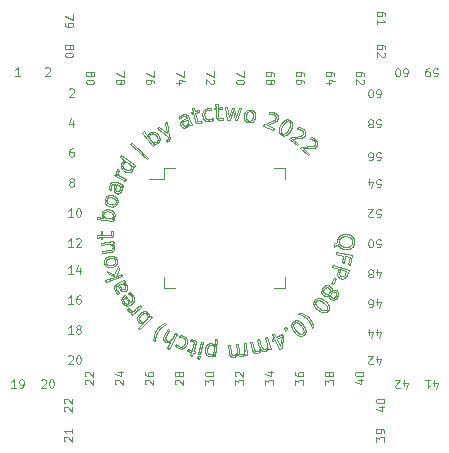
<source format=gto>
%TF.GenerationSoftware,KiCad,Pcbnew,6.0.0*%
%TF.CreationDate,2022-01-11T23:33:24+00:00*%
%TF.ProjectId,qfp-80-breakout,7166702d-3830-42d6-9272-65616b6f7574,rev?*%
%TF.SameCoordinates,Original*%
%TF.FileFunction,Legend,Top*%
%TF.FilePolarity,Positive*%
%FSLAX46Y46*%
G04 Gerber Fmt 4.6, Leading zero omitted, Abs format (unit mm)*
G04 Created by KiCad (PCBNEW 6.0.0) date 2022-01-11 23:33:24*
%MOMM*%
%LPD*%
G01*
G04 APERTURE LIST*
%ADD10C,0.047699*%
%ADD11C,0.100000*%
%ADD12C,0.120000*%
G04 APERTURE END LIST*
D10*
X192852226Y-103763720D02*
X192852226Y-103763726D01*
X192852226Y-103763720D02*
X192852226Y-103763720D01*
X193355304Y-103752597D02*
X192852226Y-103763720D01*
X193355304Y-103752597D02*
X193355304Y-103752597D01*
X193436060Y-103750149D02*
X193355304Y-103752597D01*
X193498813Y-103747974D02*
X193436060Y-103750149D01*
X193543563Y-103746072D02*
X193498813Y-103747974D01*
X193559186Y-103745223D02*
X193543563Y-103746072D01*
X193570309Y-103744442D02*
X193559186Y-103745223D01*
X193570309Y-103744442D02*
X193570309Y-103744442D01*
X193602754Y-103740374D02*
X193570309Y-103744442D01*
X193633405Y-103735771D02*
X193602754Y-103740374D01*
X193662263Y-103730631D02*
X193633405Y-103735771D01*
X193689326Y-103724955D02*
X193662263Y-103730631D01*
X193714596Y-103718742D02*
X193689326Y-103724955D01*
X193726558Y-103715435D02*
X193714596Y-103718742D01*
X193738072Y-103711994D02*
X193726558Y-103715435D01*
X193749137Y-103708418D02*
X193738072Y-103711994D01*
X193759754Y-103704709D02*
X193749137Y-103708418D01*
X193769922Y-103700865D02*
X193759754Y-103704709D01*
X193779642Y-103696888D02*
X193769922Y-103700865D01*
X193779642Y-103696888D02*
X193779642Y-103696888D01*
X193789234Y-103692729D02*
X193779642Y-103696888D01*
X193798690Y-103688346D02*
X193789234Y-103692729D01*
X193808011Y-103683737D02*
X193798690Y-103688346D01*
X193817195Y-103678904D02*
X193808011Y-103683737D01*
X193826243Y-103673847D02*
X193817195Y-103678904D01*
X193835156Y-103668564D02*
X193826243Y-103673847D01*
X193843932Y-103663057D02*
X193835156Y-103668564D01*
X193852573Y-103657325D02*
X193843932Y-103663057D01*
X193861077Y-103651369D02*
X193852573Y-103657325D01*
X193869446Y-103645187D02*
X193861077Y-103651369D01*
X193877679Y-103638781D02*
X193869446Y-103645187D01*
X193885775Y-103632150D02*
X193877679Y-103638781D01*
X193893736Y-103625295D02*
X193885775Y-103632150D01*
X193901561Y-103618215D02*
X193893736Y-103625295D01*
X193909251Y-103610910D02*
X193901561Y-103618215D01*
X193916804Y-103603380D02*
X193909251Y-103610910D01*
X193916804Y-103603380D02*
X193916804Y-103603380D01*
X193932032Y-103587118D02*
X193916804Y-103603380D01*
X193946146Y-103570558D02*
X193932032Y-103587118D01*
X193959148Y-103553702D02*
X193946146Y-103570558D01*
X193971036Y-103536549D02*
X193959148Y-103553702D01*
X193981812Y-103519099D02*
X193971036Y-103536549D01*
X193991474Y-103501352D02*
X193981812Y-103519099D01*
X194000023Y-103483309D02*
X193991474Y-103501352D01*
X194007460Y-103464969D02*
X194000023Y-103483309D01*
X194013783Y-103446332D02*
X194007460Y-103464969D01*
X194018993Y-103427398D02*
X194013783Y-103446332D01*
X194023090Y-103408167D02*
X194018993Y-103427398D01*
X194026074Y-103388640D02*
X194023090Y-103408167D01*
X194027944Y-103368816D02*
X194026074Y-103388640D01*
X194028702Y-103348695D02*
X194027944Y-103368816D01*
X194028347Y-103328277D02*
X194028702Y-103348695D01*
X194026879Y-103307562D02*
X194028347Y-103328277D01*
X194026879Y-103307562D02*
X194026879Y-103307562D01*
X194024314Y-103286761D02*
X194026879Y-103307562D01*
X194020672Y-103266084D02*
X194024314Y-103286761D01*
X194015952Y-103245531D02*
X194020672Y-103266084D01*
X194010154Y-103225103D02*
X194015952Y-103245531D01*
X194003279Y-103204798D02*
X194010154Y-103225103D01*
X193995325Y-103184618D02*
X194003279Y-103204798D01*
X193986294Y-103164563D02*
X193995325Y-103184618D01*
X193976185Y-103144631D02*
X193986294Y-103164563D01*
X193964998Y-103124824D02*
X193976185Y-103144631D01*
X193952734Y-103105141D02*
X193964998Y-103124824D01*
X193939391Y-103085582D02*
X193952734Y-103105141D01*
X193924971Y-103066147D02*
X193939391Y-103085582D01*
X193909473Y-103046837D02*
X193924971Y-103066147D01*
X193892897Y-103027651D02*
X193909473Y-103046837D01*
X193875243Y-103008589D02*
X193892897Y-103027651D01*
X193856511Y-102989651D02*
X193875243Y-103008589D01*
X193856511Y-102989651D02*
X193856511Y-102989651D01*
X193841450Y-102975408D02*
X193856511Y-102989651D01*
X193825508Y-102961318D02*
X193841450Y-102975408D01*
X193808683Y-102947381D02*
X193825508Y-102961318D01*
X193790976Y-102933597D02*
X193808683Y-102947381D01*
X193772386Y-102919967D02*
X193790976Y-102933597D01*
X193752914Y-102906489D02*
X193772386Y-102919967D01*
X193732560Y-102893163D02*
X193752914Y-102906489D01*
X193711324Y-102879991D02*
X193732560Y-102893163D01*
X193711324Y-102879991D02*
X193711324Y-102879991D01*
X193689236Y-102866982D02*
X193711324Y-102879991D01*
X193666328Y-102854147D02*
X193689236Y-102866982D01*
X193642599Y-102841484D02*
X193666328Y-102854147D01*
X193618050Y-102828995D02*
X193642599Y-102841484D01*
X193592680Y-102816678D02*
X193618050Y-102828995D01*
X193566491Y-102804534D02*
X193592680Y-102816678D01*
X193539480Y-102792563D02*
X193566491Y-102804534D01*
X193511650Y-102780765D02*
X193539480Y-102792563D01*
X193511650Y-102780765D02*
X193511650Y-102780765D01*
X193378869Y-102916323D02*
X193511650Y-102780765D01*
X193378869Y-102916323D02*
X193378869Y-102916323D01*
X193409206Y-102924920D02*
X193378869Y-102916323D01*
X193438539Y-102933917D02*
X193409206Y-102924920D01*
X193466870Y-102943316D02*
X193438539Y-102933917D01*
X193494197Y-102953115D02*
X193466870Y-102943316D01*
X193520521Y-102963316D02*
X193494197Y-102953115D01*
X193545841Y-102973917D02*
X193520521Y-102963316D01*
X193570159Y-102984919D02*
X193545841Y-102973917D01*
X193593473Y-102996322D02*
X193570159Y-102984919D01*
X193593473Y-102996322D02*
X193593473Y-102996322D01*
X193604851Y-103002263D02*
X193593473Y-102996322D01*
X193616003Y-103008320D02*
X193604851Y-103002263D01*
X193626930Y-103014491D02*
X193616003Y-103008320D01*
X193637633Y-103020778D02*
X193626930Y-103014491D01*
X193648110Y-103027180D02*
X193637633Y-103020778D01*
X193658363Y-103033698D02*
X193648110Y-103027180D01*
X193668390Y-103040331D02*
X193658363Y-103033698D01*
X193678193Y-103047080D02*
X193668390Y-103040331D01*
X193687771Y-103053943D02*
X193678193Y-103047080D01*
X193697124Y-103060923D02*
X193687771Y-103053943D01*
X193706252Y-103068017D02*
X193697124Y-103060923D01*
X193715155Y-103075227D02*
X193706252Y-103068017D01*
X193723833Y-103082553D02*
X193715155Y-103075227D01*
X193732286Y-103089994D02*
X193723833Y-103082553D01*
X193740514Y-103097550D02*
X193732286Y-103089994D01*
X193748518Y-103105222D02*
X193740514Y-103097550D01*
X193748518Y-103105222D02*
X193748518Y-103105222D01*
X193759326Y-103116189D02*
X193748518Y-103105222D01*
X193769487Y-103127286D02*
X193759326Y-103116189D01*
X193779003Y-103138513D02*
X193769487Y-103127286D01*
X193787872Y-103149871D02*
X193779003Y-103138513D01*
X193796095Y-103161358D02*
X193787872Y-103149871D01*
X193803672Y-103172976D02*
X193796095Y-103161358D01*
X193810603Y-103184723D02*
X193803672Y-103172976D01*
X193816887Y-103196600D02*
X193810603Y-103184723D01*
X193822526Y-103208608D02*
X193816887Y-103196600D01*
X193827518Y-103220746D02*
X193822526Y-103208608D01*
X193831864Y-103233013D02*
X193827518Y-103220746D01*
X193835564Y-103245411D02*
X193831864Y-103233013D01*
X193838617Y-103257938D02*
X193835564Y-103245411D01*
X193841025Y-103270596D02*
X193838617Y-103257938D01*
X193842786Y-103283384D02*
X193841025Y-103270596D01*
X193843901Y-103296301D02*
X193842786Y-103283384D01*
X193843901Y-103296301D02*
X193843901Y-103296301D01*
X193844447Y-103309266D02*
X193843901Y-103296301D01*
X193844333Y-103322032D02*
X193844447Y-103309266D01*
X193843558Y-103334600D02*
X193844333Y-103322032D01*
X193842125Y-103346968D02*
X193843558Y-103334600D01*
X193840031Y-103359138D02*
X193842125Y-103346968D01*
X193837277Y-103371109D02*
X193840031Y-103359138D01*
X193833864Y-103382882D02*
X193837277Y-103371109D01*
X193829790Y-103394455D02*
X193833864Y-103382882D01*
X193825057Y-103405830D02*
X193829790Y-103394455D01*
X193819664Y-103417007D02*
X193825057Y-103405830D01*
X193813611Y-103427984D02*
X193819664Y-103417007D01*
X193806898Y-103438763D02*
X193813611Y-103427984D01*
X193799526Y-103449343D02*
X193806898Y-103438763D01*
X193791493Y-103459725D02*
X193799526Y-103449343D01*
X193782801Y-103469907D02*
X193791493Y-103459725D01*
X193773449Y-103479891D02*
X193782801Y-103469907D01*
X193773449Y-103479891D02*
X193773449Y-103479891D01*
X193767400Y-103485863D02*
X193773449Y-103479891D01*
X193761135Y-103491653D02*
X193767400Y-103485863D01*
X193754651Y-103497259D02*
X193761135Y-103491653D01*
X193747949Y-103502683D02*
X193754651Y-103497259D01*
X193741030Y-103507925D02*
X193747949Y-103502683D01*
X193733893Y-103512983D02*
X193741030Y-103507925D01*
X193726538Y-103517859D02*
X193733893Y-103512983D01*
X193718966Y-103522552D02*
X193726538Y-103517859D01*
X193711176Y-103527063D02*
X193718966Y-103522552D01*
X193703168Y-103531390D02*
X193711176Y-103527063D01*
X193694943Y-103535535D02*
X193703168Y-103531390D01*
X193686500Y-103539497D02*
X193694943Y-103535535D01*
X193677839Y-103543277D02*
X193686500Y-103539497D01*
X193668960Y-103546874D02*
X193677839Y-103543277D01*
X193659864Y-103550288D02*
X193668960Y-103546874D01*
X193650550Y-103553519D02*
X193659864Y-103550288D01*
X193650550Y-103553519D02*
X193650550Y-103553519D01*
X193631075Y-103559549D02*
X193650550Y-103553519D01*
X193609683Y-103565085D02*
X193631075Y-103559549D01*
X193586374Y-103570127D02*
X193609683Y-103565085D01*
X193561149Y-103574674D02*
X193586374Y-103570127D01*
X193534007Y-103578727D02*
X193561149Y-103574674D01*
X193504948Y-103582286D02*
X193534007Y-103578727D01*
X193473972Y-103585350D02*
X193504948Y-103582286D01*
X193441079Y-103587920D02*
X193473972Y-103585350D01*
X193441079Y-103587920D02*
X193441079Y-103587920D01*
X193393295Y-103590518D02*
X193441079Y-103587920D01*
X193321584Y-103592950D02*
X193393295Y-103590518D01*
X193225944Y-103595216D02*
X193321584Y-103592950D01*
X193106375Y-103597316D02*
X193225944Y-103595216D01*
X193106375Y-103597316D02*
X193106375Y-103597316D01*
X192871594Y-103601385D02*
X193106375Y-103597316D01*
X192690752Y-103605561D02*
X192871594Y-103601385D01*
X192690752Y-103605561D02*
X192690752Y-103605561D01*
X192580100Y-103718528D02*
X192690752Y-103605561D01*
X192580100Y-103718528D02*
X192580100Y-103718528D01*
X193210056Y-104335567D02*
X192580100Y-103718528D01*
X193210056Y-104335567D02*
X193210056Y-104335567D01*
X193320705Y-104222600D02*
X193210056Y-104335567D01*
X193320705Y-104222600D02*
X193320705Y-104222600D01*
X192852226Y-103763726D02*
X193320705Y-104222600D01*
X191900008Y-102982612D02*
X191900011Y-102982612D01*
X191900008Y-102982612D02*
X191900008Y-102982612D01*
X192397645Y-102908001D02*
X191900008Y-102982612D01*
X192397645Y-102908001D02*
X192397645Y-102908001D01*
X192477447Y-102895374D02*
X192397645Y-102908001D01*
X192539422Y-102885290D02*
X192477447Y-102895374D01*
X192583573Y-102877749D02*
X192539422Y-102885290D01*
X192598963Y-102874932D02*
X192583573Y-102877749D01*
X192609898Y-102872751D02*
X192598963Y-102874932D01*
X192609898Y-102872751D02*
X192609898Y-102872751D01*
X192641569Y-102864617D02*
X192609898Y-102872751D01*
X192671394Y-102856178D02*
X192641569Y-102864617D01*
X192699370Y-102847433D02*
X192671394Y-102856178D01*
X192725500Y-102838383D02*
X192699370Y-102847433D01*
X192737872Y-102833743D02*
X192725500Y-102838383D01*
X192749782Y-102829027D02*
X192737872Y-102833743D01*
X192761231Y-102824234D02*
X192749782Y-102829027D01*
X192772217Y-102819366D02*
X192761231Y-102824234D01*
X192782742Y-102814420D02*
X192772217Y-102819366D01*
X192792805Y-102809399D02*
X192782742Y-102814420D01*
X192802407Y-102804301D02*
X192792805Y-102809399D01*
X192811546Y-102799126D02*
X192802407Y-102804301D01*
X192811546Y-102799126D02*
X192811546Y-102799126D01*
X192820536Y-102793788D02*
X192811546Y-102799126D01*
X192829363Y-102788245D02*
X192820536Y-102793788D01*
X192838026Y-102782496D02*
X192829363Y-102788245D01*
X192846526Y-102776541D02*
X192838026Y-102782496D01*
X192854863Y-102770381D02*
X192846526Y-102776541D01*
X192863037Y-102764015D02*
X192854863Y-102770381D01*
X192871048Y-102757443D02*
X192863037Y-102764015D01*
X192878895Y-102750665D02*
X192871048Y-102757443D01*
X192886579Y-102743682D02*
X192878895Y-102750665D01*
X192894100Y-102736493D02*
X192886579Y-102743682D01*
X192901458Y-102729098D02*
X192894100Y-102736493D01*
X192908652Y-102721498D02*
X192901458Y-102729098D01*
X192915683Y-102713691D02*
X192908652Y-102721498D01*
X192922551Y-102705679D02*
X192915683Y-102713691D01*
X192929255Y-102697461D02*
X192922551Y-102705679D01*
X192935796Y-102689038D02*
X192929255Y-102697461D01*
X192935796Y-102689038D02*
X192935796Y-102689038D01*
X192948846Y-102670981D02*
X192935796Y-102689038D01*
X192960755Y-102652771D02*
X192948846Y-102670981D01*
X192971521Y-102634407D02*
X192960755Y-102652771D01*
X192981147Y-102615889D02*
X192971521Y-102634407D01*
X192989630Y-102597218D02*
X192981147Y-102615889D01*
X192996972Y-102578392D02*
X192989630Y-102597218D01*
X193003173Y-102559413D02*
X192996972Y-102578392D01*
X193008232Y-102540281D02*
X193003173Y-102559413D01*
X193012149Y-102520994D02*
X193008232Y-102540281D01*
X193014925Y-102501554D02*
X193012149Y-102520994D01*
X193016559Y-102481960D02*
X193014925Y-102501554D01*
X193017051Y-102462212D02*
X193016559Y-102481960D01*
X193016402Y-102442310D02*
X193017051Y-102462212D01*
X193014612Y-102422254D02*
X193016402Y-102442310D01*
X193011679Y-102402045D02*
X193014612Y-102422254D01*
X193007605Y-102381681D02*
X193011679Y-102402045D01*
X193007605Y-102381681D02*
X193007605Y-102381681D01*
X193002434Y-102361371D02*
X193007605Y-102381681D01*
X192996209Y-102341320D02*
X193002434Y-102361371D01*
X192988930Y-102321528D02*
X192996209Y-102341320D01*
X192980598Y-102301996D02*
X192988930Y-102321528D01*
X192971212Y-102282723D02*
X192980598Y-102301996D01*
X192960773Y-102263710D02*
X192971212Y-102282723D01*
X192949280Y-102244956D02*
X192960773Y-102263710D01*
X192936734Y-102226461D02*
X192949280Y-102244956D01*
X192923134Y-102208226D02*
X192936734Y-102226461D01*
X192908480Y-102190251D02*
X192923134Y-102208226D01*
X192892773Y-102172535D02*
X192908480Y-102190251D01*
X192876012Y-102155078D02*
X192892773Y-102172535D01*
X192858198Y-102137881D02*
X192876012Y-102155078D01*
X192839330Y-102120943D02*
X192858198Y-102137881D01*
X192819409Y-102104265D02*
X192839330Y-102120943D01*
X192798434Y-102087847D02*
X192819409Y-102104265D01*
X192798434Y-102087847D02*
X192798434Y-102087847D01*
X192781695Y-102075621D02*
X192798434Y-102087847D01*
X192764099Y-102063658D02*
X192781695Y-102075621D01*
X192745649Y-102051959D02*
X192764099Y-102063658D01*
X192726342Y-102040523D02*
X192745649Y-102051959D01*
X192706179Y-102029351D02*
X192726342Y-102040523D01*
X192685160Y-102018441D02*
X192706179Y-102029351D01*
X192663286Y-102007795D02*
X192685160Y-102018441D01*
X192640555Y-101997413D02*
X192663286Y-102007795D01*
X192640555Y-101997413D02*
X192640555Y-101997413D01*
X192617000Y-101987299D02*
X192640555Y-101997413D01*
X192592653Y-101977461D02*
X192617000Y-101987299D01*
X192567514Y-101967897D02*
X192592653Y-101977461D01*
X192541584Y-101958610D02*
X192567514Y-101967897D01*
X192514861Y-101949597D02*
X192541584Y-101958610D01*
X192487346Y-101940860D02*
X192514861Y-101949597D01*
X192459040Y-101932397D02*
X192487346Y-101940860D01*
X192429942Y-101924211D02*
X192459040Y-101932397D01*
X192429942Y-101924211D02*
X192429942Y-101924211D01*
X192315354Y-102075462D02*
X192429942Y-101924211D01*
X192315354Y-102075462D02*
X192315354Y-102075462D01*
X192346534Y-102080156D02*
X192315354Y-102075462D01*
X192376769Y-102085375D02*
X192346534Y-102080156D01*
X192406060Y-102091118D02*
X192376769Y-102085375D01*
X192434406Y-102097386D02*
X192406060Y-102091118D01*
X192461808Y-102104178D02*
X192434406Y-102097386D01*
X192488265Y-102111495D02*
X192461808Y-102104178D01*
X192513778Y-102119336D02*
X192488265Y-102111495D01*
X192538346Y-102127702D02*
X192513778Y-102119336D01*
X192538346Y-102127702D02*
X192538346Y-102127702D01*
X192550383Y-102132158D02*
X192538346Y-102127702D01*
X192562211Y-102136756D02*
X192550383Y-102132158D01*
X192573830Y-102141497D02*
X192562211Y-102136756D01*
X192585241Y-102146381D02*
X192573830Y-102141497D01*
X192596444Y-102151408D02*
X192585241Y-102146381D01*
X192607438Y-102156578D02*
X192596444Y-102151408D01*
X192618223Y-102161891D02*
X192607438Y-102156578D01*
X192628800Y-102167346D02*
X192618223Y-102161891D01*
X192639169Y-102172945D02*
X192628800Y-102167346D01*
X192649329Y-102178686D02*
X192639169Y-102172945D01*
X192659280Y-102184571D02*
X192649329Y-102178686D01*
X192669023Y-102190598D02*
X192659280Y-102184571D01*
X192678558Y-102196768D02*
X192669023Y-102190598D01*
X192687884Y-102203081D02*
X192678558Y-102196768D01*
X192697001Y-102209537D02*
X192687884Y-102203081D01*
X192705910Y-102216137D02*
X192697001Y-102209537D01*
X192705910Y-102216137D02*
X192705910Y-102216137D01*
X192718017Y-102225650D02*
X192705910Y-102216137D01*
X192729499Y-102235374D02*
X192718017Y-102225650D01*
X192740356Y-102245309D02*
X192729499Y-102235374D01*
X192750589Y-102255455D02*
X192740356Y-102245309D01*
X192760198Y-102265811D02*
X192750589Y-102255455D01*
X192769182Y-102276378D02*
X192760198Y-102265811D01*
X192777542Y-102287156D02*
X192769182Y-102276378D01*
X192785277Y-102298144D02*
X192777542Y-102287156D01*
X192792387Y-102309343D02*
X192785277Y-102298144D01*
X192798873Y-102320752D02*
X192792387Y-102309343D01*
X192804734Y-102332372D02*
X192798873Y-102320752D01*
X192809971Y-102344203D02*
X192804734Y-102332372D01*
X192814583Y-102356244D02*
X192809971Y-102344203D01*
X192818571Y-102368496D02*
X192814583Y-102356244D01*
X192821934Y-102380959D02*
X192818571Y-102368496D01*
X192824672Y-102393632D02*
X192821934Y-102380959D01*
X192824672Y-102393632D02*
X192824672Y-102393632D01*
X192826852Y-102406424D02*
X192824672Y-102393632D01*
X192828351Y-102419102D02*
X192826852Y-102406424D01*
X192829172Y-102431666D02*
X192828351Y-102419102D01*
X192829312Y-102444117D02*
X192829172Y-102431666D01*
X192828773Y-102456454D02*
X192829312Y-102444117D01*
X192827554Y-102468677D02*
X192828773Y-102456454D01*
X192825656Y-102480787D02*
X192827554Y-102468677D01*
X192823077Y-102492783D02*
X192825656Y-102480787D01*
X192819820Y-102504665D02*
X192823077Y-102492783D01*
X192815882Y-102516433D02*
X192819820Y-102504665D01*
X192811265Y-102528087D02*
X192815882Y-102516433D01*
X192805968Y-102539628D02*
X192811265Y-102528087D01*
X192799991Y-102551055D02*
X192805968Y-102539628D01*
X192793335Y-102562368D02*
X192799991Y-102551055D01*
X192785999Y-102573568D02*
X192793335Y-102562368D01*
X192777983Y-102584654D02*
X192785999Y-102573568D01*
X192777983Y-102584654D02*
X192777983Y-102584654D01*
X192772738Y-102591342D02*
X192777983Y-102584654D01*
X192767254Y-102597877D02*
X192772738Y-102591342D01*
X192761530Y-102604258D02*
X192767254Y-102597877D01*
X192755568Y-102610485D02*
X192761530Y-102604258D01*
X192749367Y-102616559D02*
X192755568Y-102610485D01*
X192742927Y-102622479D02*
X192749367Y-102616559D01*
X192736247Y-102628245D02*
X192742927Y-102622479D01*
X192729329Y-102633857D02*
X192736247Y-102628245D01*
X192722172Y-102639316D02*
X192729329Y-102633857D01*
X192714775Y-102644620D02*
X192722172Y-102639316D01*
X192707140Y-102649771D02*
X192714775Y-102644620D01*
X192699265Y-102654769D02*
X192707140Y-102649771D01*
X192691151Y-102659612D02*
X192699265Y-102654769D01*
X192682799Y-102664302D02*
X192691151Y-102659612D01*
X192674207Y-102668838D02*
X192682799Y-102664302D01*
X192665376Y-102673220D02*
X192674207Y-102668838D01*
X192665376Y-102673220D02*
X192665376Y-102673220D01*
X192646818Y-102681661D02*
X192665376Y-102673220D01*
X192626296Y-102689855D02*
X192646818Y-102681661D01*
X192603810Y-102697801D02*
X192626296Y-102689855D01*
X192579361Y-102705499D02*
X192603810Y-102697801D01*
X192552948Y-102712949D02*
X192579361Y-102705499D01*
X192524572Y-102720151D02*
X192552948Y-102712949D01*
X192494232Y-102727106D02*
X192524572Y-102720151D01*
X192461928Y-102733812D02*
X192494232Y-102727106D01*
X192461928Y-102733812D02*
X192461928Y-102733812D01*
X192414854Y-102742422D02*
X192461928Y-102733812D01*
X192344023Y-102753893D02*
X192414854Y-102742422D01*
X192249436Y-102768225D02*
X192344023Y-102753893D01*
X192131092Y-102785418D02*
X192249436Y-102768225D01*
X192131092Y-102785418D02*
X192131092Y-102785418D01*
X191898710Y-102819127D02*
X192131092Y-102785418D01*
X191719843Y-102846120D02*
X191898710Y-102819127D01*
X191719843Y-102846120D02*
X191719843Y-102846120D01*
X191624355Y-102972164D02*
X191719843Y-102846120D01*
X191624355Y-102972164D02*
X191624355Y-102972164D01*
X192327228Y-103504654D02*
X191624355Y-102972164D01*
X192327228Y-103504654D02*
X192327228Y-103504654D01*
X192422718Y-103378611D02*
X192327228Y-103504654D01*
X192422718Y-103378611D02*
X192422718Y-103378611D01*
X191900011Y-102982612D02*
X192422718Y-103378611D01*
X191615701Y-101487853D02*
X191615704Y-101487869D01*
X191615701Y-101487853D02*
X191615701Y-101487853D01*
X191631005Y-101497284D02*
X191615701Y-101487853D01*
X191645255Y-101507399D02*
X191631005Y-101497284D01*
X191658449Y-101518200D02*
X191645255Y-101507399D01*
X191670588Y-101529685D02*
X191658449Y-101518200D01*
X191681672Y-101541854D02*
X191670588Y-101529685D01*
X191691701Y-101554709D02*
X191681672Y-101541854D01*
X191700675Y-101568248D02*
X191691701Y-101554709D01*
X191708593Y-101582472D02*
X191700675Y-101568248D01*
X191715456Y-101597381D02*
X191708593Y-101582472D01*
X191721264Y-101612974D02*
X191715456Y-101597381D01*
X191726017Y-101629252D02*
X191721264Y-101612974D01*
X191729715Y-101646215D02*
X191726017Y-101629252D01*
X191732357Y-101663863D02*
X191729715Y-101646215D01*
X191733944Y-101682195D02*
X191732357Y-101663863D01*
X191734476Y-101701212D02*
X191733944Y-101682195D01*
X191733952Y-101720914D02*
X191734476Y-101701212D01*
X191733952Y-101720914D02*
X191733952Y-101720914D01*
X191732531Y-101741261D02*
X191733952Y-101720914D01*
X191730052Y-101762299D02*
X191732531Y-101741261D01*
X191726514Y-101784028D02*
X191730052Y-101762299D01*
X191721918Y-101806448D02*
X191726514Y-101784028D01*
X191716262Y-101829559D02*
X191721918Y-101806448D01*
X191709548Y-101853361D02*
X191716262Y-101829559D01*
X191701776Y-101877853D02*
X191709548Y-101853361D01*
X191692945Y-101903037D02*
X191701776Y-101877853D01*
X191683055Y-101928912D02*
X191692945Y-101903037D01*
X191672106Y-101955478D02*
X191683055Y-101928912D01*
X191660099Y-101982735D02*
X191672106Y-101955478D01*
X191647034Y-102010682D02*
X191660099Y-101982735D01*
X191632909Y-102039321D02*
X191647034Y-102010682D01*
X191617726Y-102068651D02*
X191632909Y-102039321D01*
X191584184Y-102129383D02*
X191617726Y-102068651D01*
X191584184Y-102129383D02*
X191584184Y-102129383D01*
X191566440Y-102159715D02*
X191584184Y-102129383D01*
X191548751Y-102188796D02*
X191566440Y-102159715D01*
X191531118Y-102216628D02*
X191548751Y-102188796D01*
X191513541Y-102243209D02*
X191531118Y-102216628D01*
X191496019Y-102268541D02*
X191513541Y-102243209D01*
X191478554Y-102292622D02*
X191496019Y-102268541D01*
X191461143Y-102315453D02*
X191478554Y-102292622D01*
X191443789Y-102337035D02*
X191461143Y-102315453D01*
X191426490Y-102357366D02*
X191443789Y-102337035D01*
X191409247Y-102376447D02*
X191426490Y-102357366D01*
X191392060Y-102394278D02*
X191409247Y-102376447D01*
X191374928Y-102410858D02*
X191392060Y-102394278D01*
X191357852Y-102426189D02*
X191374928Y-102410858D01*
X191340831Y-102440270D02*
X191357852Y-102426189D01*
X191323867Y-102453100D02*
X191340831Y-102440270D01*
X191306958Y-102464680D02*
X191323867Y-102453100D01*
X191306958Y-102464680D02*
X191306958Y-102464680D01*
X191290263Y-102474969D02*
X191306958Y-102464680D01*
X191273624Y-102484007D02*
X191290263Y-102474969D01*
X191257041Y-102491795D02*
X191273624Y-102484007D01*
X191240513Y-102498333D02*
X191257041Y-102491795D01*
X191224041Y-102503621D02*
X191240513Y-102498333D01*
X191207625Y-102507659D02*
X191224041Y-102503621D01*
X191191265Y-102510447D02*
X191207625Y-102507659D01*
X191174960Y-102511984D02*
X191191265Y-102510447D01*
X191158712Y-102512272D02*
X191174960Y-102511984D01*
X191142518Y-102511309D02*
X191158712Y-102512272D01*
X191126381Y-102509096D02*
X191142518Y-102511309D01*
X191110299Y-102505633D02*
X191126381Y-102509096D01*
X191094273Y-102500919D02*
X191110299Y-102505633D01*
X191078302Y-102494956D02*
X191094273Y-102500919D01*
X191062387Y-102487742D02*
X191078302Y-102494956D01*
X191046528Y-102479278D02*
X191062387Y-102487742D01*
X191046528Y-102479278D02*
X191046528Y-102479278D01*
X191031317Y-102469905D02*
X191046528Y-102479278D01*
X191017145Y-102459846D02*
X191031317Y-102469905D01*
X191004012Y-102449101D02*
X191017145Y-102459846D01*
X190991918Y-102437670D02*
X191004012Y-102449101D01*
X190980862Y-102425554D02*
X190991918Y-102437670D01*
X190970846Y-102412752D02*
X190980862Y-102425554D01*
X190961868Y-102399265D02*
X190970846Y-102412752D01*
X190953929Y-102385092D02*
X190961868Y-102399265D01*
X190947029Y-102370233D02*
X190953929Y-102385092D01*
X190941167Y-102354688D02*
X190947029Y-102370233D01*
X190936345Y-102338458D02*
X190941167Y-102354688D01*
X190932561Y-102321542D02*
X190936345Y-102338458D01*
X190929816Y-102303941D02*
X190932561Y-102321542D01*
X190928110Y-102285653D02*
X190929816Y-102303941D01*
X190927442Y-102266681D02*
X190928110Y-102285653D01*
X190927814Y-102247022D02*
X190927442Y-102266681D01*
X190927814Y-102247022D02*
X190927814Y-102247022D01*
X190929386Y-102226637D02*
X190927814Y-102247022D01*
X190932004Y-102205570D02*
X190929386Y-102226637D01*
X190935667Y-102183821D02*
X190932004Y-102205570D01*
X190940374Y-102161390D02*
X190935667Y-102183821D01*
X190946127Y-102138277D02*
X190940374Y-102161390D01*
X190952926Y-102114482D02*
X190946127Y-102138277D01*
X190960769Y-102090005D02*
X190952926Y-102114482D01*
X190969657Y-102064846D02*
X190960769Y-102090005D01*
X190979591Y-102039004D02*
X190969657Y-102064846D01*
X190990570Y-102012481D02*
X190979591Y-102039004D01*
X191002594Y-101985275D02*
X190990570Y-102012481D01*
X191015663Y-101957388D02*
X191002594Y-101985275D01*
X191029777Y-101928818D02*
X191015663Y-101957388D01*
X191044937Y-101899567D02*
X191029777Y-101928818D01*
X191078391Y-101839017D02*
X191044937Y-101899567D01*
X191078391Y-101839017D02*
X191078391Y-101839017D01*
X191096187Y-101808590D02*
X191078391Y-101839017D01*
X191113914Y-101779421D02*
X191096187Y-101808590D01*
X191131571Y-101751511D02*
X191113914Y-101779421D01*
X191149159Y-101724861D02*
X191131571Y-101751511D01*
X191166678Y-101699469D02*
X191149159Y-101724861D01*
X191184127Y-101675337D02*
X191166678Y-101699469D01*
X191201507Y-101652463D02*
X191184127Y-101675337D01*
X191218818Y-101630849D02*
X191201507Y-101652463D01*
X191236060Y-101610493D02*
X191218818Y-101630849D01*
X191253232Y-101591397D02*
X191236060Y-101610493D01*
X191270335Y-101573559D02*
X191253232Y-101591397D01*
X191287369Y-101556981D02*
X191270335Y-101573559D01*
X191304333Y-101541662D02*
X191287369Y-101556981D01*
X191321229Y-101527602D02*
X191304333Y-101541662D01*
X191338055Y-101514801D02*
X191321229Y-101527602D01*
X191354811Y-101503258D02*
X191338055Y-101514801D01*
X191354811Y-101503258D02*
X191354811Y-101503258D01*
X191371657Y-101492929D02*
X191354811Y-101503258D01*
X191388430Y-101483848D02*
X191371657Y-101492929D01*
X191405131Y-101476016D02*
X191388430Y-101483848D01*
X191421761Y-101469434D02*
X191405131Y-101476016D01*
X191438318Y-101464100D02*
X191421761Y-101469434D01*
X191454804Y-101460016D02*
X191438318Y-101464100D01*
X191471218Y-101457180D02*
X191454804Y-101460016D01*
X191487559Y-101455594D02*
X191471218Y-101457180D01*
X191503829Y-101455257D02*
X191487559Y-101455594D01*
X191520027Y-101456168D02*
X191503829Y-101455257D01*
X191536153Y-101458329D02*
X191520027Y-101456168D01*
X191552207Y-101461739D02*
X191536153Y-101458329D01*
X191568189Y-101466398D02*
X191552207Y-101461739D01*
X191584099Y-101472306D02*
X191568189Y-101466398D01*
X191599937Y-101479463D02*
X191584099Y-101472306D01*
X191615704Y-101487869D02*
X191599937Y-101479463D01*
X191689806Y-101358780D02*
X191689804Y-101358799D01*
X191689806Y-101358780D02*
X191689806Y-101358780D01*
X191664508Y-101345091D02*
X191689806Y-101358780D01*
X191639234Y-101333083D02*
X191664508Y-101345091D01*
X191613983Y-101322757D02*
X191639234Y-101333083D01*
X191588756Y-101314111D02*
X191613983Y-101322757D01*
X191563553Y-101307146D02*
X191588756Y-101314111D01*
X191538373Y-101301862D02*
X191563553Y-101307146D01*
X191513217Y-101298260D02*
X191538373Y-101301862D01*
X191488085Y-101296338D02*
X191513217Y-101298260D01*
X191462976Y-101296097D02*
X191488085Y-101296338D01*
X191437892Y-101297538D02*
X191462976Y-101296097D01*
X191412830Y-101300659D02*
X191437892Y-101297538D01*
X191387793Y-101305461D02*
X191412830Y-101300659D01*
X191362779Y-101311945D02*
X191387793Y-101305461D01*
X191337789Y-101320110D02*
X191362779Y-101311945D01*
X191312823Y-101329955D02*
X191337789Y-101320110D01*
X191287880Y-101341482D02*
X191312823Y-101329955D01*
X191287880Y-101341482D02*
X191287880Y-101341482D01*
X191263198Y-101354612D02*
X191287880Y-101341482D01*
X191238696Y-101369354D02*
X191263198Y-101354612D01*
X191214375Y-101385708D02*
X191238696Y-101369354D01*
X191190235Y-101403674D02*
X191214375Y-101385708D01*
X191166275Y-101423252D02*
X191190235Y-101403674D01*
X191142496Y-101444442D02*
X191166275Y-101423252D01*
X191118898Y-101467244D02*
X191142496Y-101444442D01*
X191095480Y-101491658D02*
X191118898Y-101467244D01*
X191072242Y-101517684D02*
X191095480Y-101491658D01*
X191049185Y-101545322D02*
X191072242Y-101517684D01*
X191026309Y-101574572D02*
X191049185Y-101545322D01*
X191003614Y-101605434D02*
X191026309Y-101574572D01*
X190981099Y-101637908D02*
X191003614Y-101605434D01*
X190958765Y-101671994D02*
X190981099Y-101637908D01*
X190936611Y-101707692D02*
X190958765Y-101671994D01*
X190914639Y-101745002D02*
X190936611Y-101707692D01*
X190914639Y-101745002D02*
X190914639Y-101745002D01*
X190893551Y-101782695D02*
X190914639Y-101745002D01*
X190873940Y-101819743D02*
X190893551Y-101782695D01*
X190855805Y-101856148D02*
X190873940Y-101819743D01*
X190839146Y-101891908D02*
X190855805Y-101856148D01*
X190823963Y-101927024D02*
X190839146Y-101891908D01*
X190810255Y-101961496D02*
X190823963Y-101927024D01*
X190798024Y-101995324D02*
X190810255Y-101961496D01*
X190787269Y-102028507D02*
X190798024Y-101995324D01*
X190777990Y-102061046D02*
X190787269Y-102028507D01*
X190770187Y-102092941D02*
X190777990Y-102061046D01*
X190763860Y-102124192D02*
X190770187Y-102092941D01*
X190759009Y-102154798D02*
X190763860Y-102124192D01*
X190755634Y-102184761D02*
X190759009Y-102154798D01*
X190753735Y-102214079D02*
X190755634Y-102184761D01*
X190753312Y-102242753D02*
X190753735Y-102214079D01*
X190754365Y-102270783D02*
X190753312Y-102242753D01*
X190754365Y-102270783D02*
X190754365Y-102270783D01*
X190757043Y-102298037D02*
X190754365Y-102270783D01*
X190761182Y-102324471D02*
X190757043Y-102298037D01*
X190766781Y-102350083D02*
X190761182Y-102324471D01*
X190773840Y-102374875D02*
X190766781Y-102350083D01*
X190782360Y-102398846D02*
X190773840Y-102374875D01*
X190787167Y-102410524D02*
X190782360Y-102398846D01*
X190792339Y-102421996D02*
X190787167Y-102410524D01*
X190797876Y-102433263D02*
X190792339Y-102421996D01*
X190803778Y-102444325D02*
X190797876Y-102433263D01*
X190810045Y-102455182D02*
X190803778Y-102444325D01*
X190816677Y-102465834D02*
X190810045Y-102455182D01*
X190823674Y-102476280D02*
X190816677Y-102465834D01*
X190831036Y-102486521D02*
X190823674Y-102476280D01*
X190846855Y-102506387D02*
X190831036Y-102486521D01*
X190864135Y-102525433D02*
X190846855Y-102506387D01*
X190882874Y-102543657D02*
X190864135Y-102525433D01*
X190903073Y-102561061D02*
X190882874Y-102543657D01*
X190924733Y-102577643D02*
X190903073Y-102561061D01*
X190947853Y-102593405D02*
X190924733Y-102577643D01*
X190972432Y-102608346D02*
X190947853Y-102593405D01*
X190972432Y-102608346D02*
X190972432Y-102608346D01*
X190997726Y-102622038D02*
X190972432Y-102608346D01*
X191022986Y-102634051D02*
X190997726Y-102622038D01*
X191048212Y-102644387D02*
X191022986Y-102634051D01*
X191073405Y-102653043D02*
X191048212Y-102644387D01*
X191098564Y-102660022D02*
X191073405Y-102653043D01*
X191123689Y-102665321D02*
X191098564Y-102660022D01*
X191148781Y-102668943D02*
X191123689Y-102665321D01*
X191173839Y-102670885D02*
X191148781Y-102668943D01*
X191198863Y-102671150D02*
X191173839Y-102670885D01*
X191223854Y-102669736D02*
X191198863Y-102671150D01*
X191248811Y-102666643D02*
X191223854Y-102669736D01*
X191273735Y-102661872D02*
X191248811Y-102666643D01*
X191298624Y-102655423D02*
X191273735Y-102661872D01*
X191323481Y-102647295D02*
X191298624Y-102655423D01*
X191348303Y-102637488D02*
X191323481Y-102647295D01*
X191373093Y-102626004D02*
X191348303Y-102637488D01*
X191373093Y-102626004D02*
X191373093Y-102626004D01*
X191397926Y-102612835D02*
X191373093Y-102626004D01*
X191422566Y-102598063D02*
X191397926Y-102612835D01*
X191447012Y-102581688D02*
X191422566Y-102598063D01*
X191471263Y-102563711D02*
X191447012Y-102581688D01*
X191495321Y-102544130D02*
X191471263Y-102563711D01*
X191519184Y-102522946D02*
X191495321Y-102544130D01*
X191542853Y-102500160D02*
X191519184Y-102522946D01*
X191566328Y-102475770D02*
X191542853Y-102500160D01*
X191589609Y-102449778D02*
X191566328Y-102475770D01*
X191612696Y-102422182D02*
X191589609Y-102449778D01*
X191635589Y-102392984D02*
X191612696Y-102422182D01*
X191658287Y-102362183D02*
X191635589Y-102392984D01*
X191680791Y-102329779D02*
X191658287Y-102362183D01*
X191703101Y-102295771D02*
X191680791Y-102329779D01*
X191725217Y-102260161D02*
X191703101Y-102295771D01*
X191747139Y-102222948D02*
X191725217Y-102260161D01*
X191747139Y-102222948D02*
X191747139Y-102222948D01*
X191768276Y-102185159D02*
X191747139Y-102222948D01*
X191787923Y-102148023D02*
X191768276Y-102185159D01*
X191806081Y-102111541D02*
X191787923Y-102148023D01*
X191822750Y-102075711D02*
X191806081Y-102111541D01*
X191837930Y-102040535D02*
X191822750Y-102075711D01*
X191851620Y-102006011D02*
X191837930Y-102040535D01*
X191863820Y-101972141D02*
X191851620Y-102006011D01*
X191874532Y-101938924D02*
X191863820Y-101972141D01*
X191883753Y-101906361D02*
X191874532Y-101938924D01*
X191891486Y-101874450D02*
X191883753Y-101906361D01*
X191897729Y-101843193D02*
X191891486Y-101874450D01*
X191902483Y-101812588D02*
X191897729Y-101843193D01*
X191905748Y-101782637D02*
X191902483Y-101812588D01*
X191907523Y-101753339D02*
X191905748Y-101782637D01*
X191907809Y-101724695D02*
X191907523Y-101753339D01*
X191906605Y-101696703D02*
X191907809Y-101724695D01*
X191906605Y-101696703D02*
X191906605Y-101696703D01*
X191904080Y-101669407D02*
X191906605Y-101696703D01*
X191900084Y-101642935D02*
X191904080Y-101669407D01*
X191894619Y-101617286D02*
X191900084Y-101642935D01*
X191887683Y-101592461D02*
X191894619Y-101617286D01*
X191883665Y-101580357D02*
X191887683Y-101592461D01*
X191879278Y-101568459D02*
X191883665Y-101580357D01*
X191874524Y-101556767D02*
X191879278Y-101568459D01*
X191869403Y-101545281D02*
X191874524Y-101556767D01*
X191863914Y-101534001D02*
X191869403Y-101545281D01*
X191858058Y-101522927D02*
X191863914Y-101534001D01*
X191851834Y-101512059D02*
X191858058Y-101522927D01*
X191845243Y-101501396D02*
X191851834Y-101512059D01*
X191838284Y-101490940D02*
X191845243Y-101501396D01*
X191830958Y-101480689D02*
X191838284Y-101490940D01*
X191823264Y-101470644D02*
X191830958Y-101480689D01*
X191815203Y-101460806D02*
X191823264Y-101470644D01*
X191797978Y-101441746D02*
X191815203Y-101460806D01*
X191779283Y-101423509D02*
X191797978Y-101441746D01*
X191759118Y-101406096D02*
X191779283Y-101423509D01*
X191737483Y-101389507D02*
X191759118Y-101406096D01*
X191714379Y-101373741D02*
X191737483Y-101389507D01*
X191689804Y-101358799D02*
X191714379Y-101373741D01*
X189738066Y-101812200D02*
X189738050Y-101812211D01*
X189738066Y-101812200D02*
X189738066Y-101812200D01*
X190200783Y-101614454D02*
X189738066Y-101812200D01*
X190200783Y-101614454D02*
X190200783Y-101614454D01*
X190274818Y-101582104D02*
X190200783Y-101614454D01*
X190332245Y-101556711D02*
X190274818Y-101582104D01*
X190373064Y-101538276D02*
X190332245Y-101556711D01*
X190387246Y-101531667D02*
X190373064Y-101538276D01*
X190397276Y-101526797D02*
X190387246Y-101531667D01*
X190397276Y-101526797D02*
X190397276Y-101526797D01*
X190425870Y-101510935D02*
X190397276Y-101526797D01*
X190439468Y-101503068D02*
X190425870Y-101510935D01*
X190452600Y-101495244D02*
X190439468Y-101503068D01*
X190465266Y-101487463D02*
X190452600Y-101495244D01*
X190477465Y-101479724D02*
X190465266Y-101487463D01*
X190489199Y-101472027D02*
X190477465Y-101479724D01*
X190500466Y-101464374D02*
X190489199Y-101472027D01*
X190511268Y-101456763D02*
X190500466Y-101464374D01*
X190521603Y-101449194D02*
X190511268Y-101456763D01*
X190531472Y-101441669D02*
X190521603Y-101449194D01*
X190540875Y-101434185D02*
X190531472Y-101441669D01*
X190549811Y-101426745D02*
X190540875Y-101434185D01*
X190558282Y-101419347D02*
X190549811Y-101426745D01*
X190566286Y-101411991D02*
X190558282Y-101419347D01*
X190573825Y-101404678D02*
X190566286Y-101411991D01*
X190573825Y-101404678D02*
X190573825Y-101404678D01*
X190581177Y-101397245D02*
X190573825Y-101404678D01*
X190588320Y-101389654D02*
X190581177Y-101397245D01*
X190595253Y-101381904D02*
X190588320Y-101389654D01*
X190601976Y-101373997D02*
X190595253Y-101381904D01*
X190608489Y-101365933D02*
X190601976Y-101373997D01*
X190614792Y-101357710D02*
X190608489Y-101365933D01*
X190620885Y-101349330D02*
X190614792Y-101357710D01*
X190626768Y-101340791D02*
X190620885Y-101349330D01*
X190632442Y-101332095D02*
X190626768Y-101340791D01*
X190637905Y-101323241D02*
X190632442Y-101332095D01*
X190643159Y-101314229D02*
X190637905Y-101323241D01*
X190648203Y-101305060D02*
X190643159Y-101314229D01*
X190653037Y-101295732D02*
X190648203Y-101305060D01*
X190657661Y-101286247D02*
X190653037Y-101295732D01*
X190662075Y-101276604D02*
X190657661Y-101286247D01*
X190666279Y-101266802D02*
X190662075Y-101276604D01*
X190666279Y-101266802D02*
X190666279Y-101266802D01*
X190674350Y-101246037D02*
X190666279Y-101266802D01*
X190681279Y-101225412D02*
X190674350Y-101246037D01*
X190687063Y-101204925D02*
X190681279Y-101225412D01*
X190691705Y-101184578D02*
X190687063Y-101204925D01*
X190695203Y-101164370D02*
X190691705Y-101184578D01*
X190697557Y-101144301D02*
X190695203Y-101164370D01*
X190698768Y-101124372D02*
X190697557Y-101144301D01*
X190698836Y-101104582D02*
X190698768Y-101124372D01*
X190697760Y-101084931D02*
X190698836Y-101104582D01*
X190695541Y-101065419D02*
X190697760Y-101084931D01*
X190692179Y-101046047D02*
X190695541Y-101065419D01*
X190687673Y-101026813D02*
X190692179Y-101046047D01*
X190682023Y-101007719D02*
X190687673Y-101026813D01*
X190675231Y-100988765D02*
X190682023Y-101007719D01*
X190667295Y-100969949D02*
X190675231Y-100988765D01*
X190658215Y-100951272D02*
X190667295Y-100969949D01*
X190658215Y-100951272D02*
X190658215Y-100951272D01*
X190648086Y-100932924D02*
X190658215Y-100951272D01*
X190637004Y-100915092D02*
X190648086Y-100932924D01*
X190624967Y-100897778D02*
X190637004Y-100915092D01*
X190611977Y-100880980D02*
X190624967Y-100897778D01*
X190598032Y-100864699D02*
X190611977Y-100880980D01*
X190583133Y-100848934D02*
X190598032Y-100864699D01*
X190567281Y-100833687D02*
X190583133Y-100848934D01*
X190550474Y-100818956D02*
X190567281Y-100833687D01*
X190532713Y-100804742D02*
X190550474Y-100818956D01*
X190513999Y-100791045D02*
X190532713Y-100804742D01*
X190494330Y-100777865D02*
X190513999Y-100791045D01*
X190473707Y-100765202D02*
X190494330Y-100777865D01*
X190452131Y-100753055D02*
X190473707Y-100765202D01*
X190429600Y-100741425D02*
X190452131Y-100753055D01*
X190406115Y-100730313D02*
X190429600Y-100741425D01*
X190381677Y-100719716D02*
X190406115Y-100730313D01*
X190381677Y-100719716D02*
X190381677Y-100719716D01*
X190362394Y-100712109D02*
X190381677Y-100719716D01*
X190342350Y-100704973D02*
X190362394Y-100712109D01*
X190321545Y-100698308D02*
X190342350Y-100704973D01*
X190299977Y-100692113D02*
X190321545Y-100698308D01*
X190277648Y-100686388D02*
X190299977Y-100692113D01*
X190254557Y-100681135D02*
X190277648Y-100686388D01*
X190230704Y-100676351D02*
X190254557Y-100681135D01*
X190206089Y-100672038D02*
X190230704Y-100676351D01*
X190206089Y-100672038D02*
X190206089Y-100672038D01*
X190180745Y-100668207D02*
X190206089Y-100672038D01*
X190154704Y-100664837D02*
X190180745Y-100668207D01*
X190127967Y-100661931D02*
X190154704Y-100664837D01*
X190100532Y-100659488D02*
X190127967Y-100661931D01*
X190072400Y-100657508D02*
X190100532Y-100659488D01*
X190043571Y-100655990D02*
X190072400Y-100657508D01*
X190014046Y-100654936D02*
X190043571Y-100655990D01*
X189983823Y-100654345D02*
X190014046Y-100654936D01*
X189983823Y-100654345D02*
X189983823Y-100654345D01*
X189911103Y-100829610D02*
X189983823Y-100654345D01*
X189911103Y-100829610D02*
X189911103Y-100829610D01*
X189942458Y-100826288D02*
X189911103Y-100829610D01*
X189973031Y-100823712D02*
X189942458Y-100826288D01*
X190002823Y-100821881D02*
X189973031Y-100823712D01*
X190031833Y-100820795D02*
X190002823Y-100821881D01*
X190060062Y-100820455D02*
X190031833Y-100820795D01*
X190087509Y-100820860D02*
X190060062Y-100820455D01*
X190114175Y-100822010D02*
X190087509Y-100820860D01*
X190140060Y-100823905D02*
X190114175Y-100822010D01*
X190140060Y-100823905D02*
X190140060Y-100823905D01*
X190165437Y-100826646D02*
X190140060Y-100823905D01*
X190190151Y-100830149D02*
X190165437Y-100826646D01*
X190214202Y-100834417D02*
X190190151Y-100830149D01*
X190237591Y-100839447D02*
X190214202Y-100834417D01*
X190260316Y-100845242D02*
X190237591Y-100839447D01*
X190282379Y-100851799D02*
X190260316Y-100845242D01*
X190293161Y-100855364D02*
X190282379Y-100851799D01*
X190303778Y-100859120D02*
X190293161Y-100855364D01*
X190314229Y-100863067D02*
X190303778Y-100859120D01*
X190324515Y-100867205D02*
X190314229Y-100863067D01*
X190324515Y-100867205D02*
X190324515Y-100867205D01*
X190338630Y-100873357D02*
X190324515Y-100867205D01*
X190352194Y-100879870D02*
X190338630Y-100873357D01*
X190365207Y-100886745D02*
X190352194Y-100879870D01*
X190377669Y-100893981D02*
X190365207Y-100886745D01*
X190389579Y-100901578D02*
X190377669Y-100893981D01*
X190400939Y-100909536D02*
X190389579Y-100901578D01*
X190411747Y-100917856D02*
X190400939Y-100909536D01*
X190422004Y-100926538D02*
X190411747Y-100917856D01*
X190431709Y-100935580D02*
X190422004Y-100926538D01*
X190440864Y-100944984D02*
X190431709Y-100935580D01*
X190449467Y-100954750D02*
X190440864Y-100944984D01*
X190457519Y-100964877D02*
X190449467Y-100954750D01*
X190465020Y-100975365D02*
X190457519Y-100964877D01*
X190471969Y-100986214D02*
X190465020Y-100975365D01*
X190478368Y-100997425D02*
X190471969Y-100986214D01*
X190484215Y-101008997D02*
X190478368Y-100997425D01*
X190484215Y-101008997D02*
X190484215Y-101008997D01*
X190489550Y-101020826D02*
X190484215Y-101008997D01*
X190494199Y-101032716D02*
X190489550Y-101020826D01*
X190498162Y-101044667D02*
X190494199Y-101032716D01*
X190501438Y-101056680D02*
X190498162Y-101044667D01*
X190504028Y-101068754D02*
X190501438Y-101056680D01*
X190505932Y-101080889D02*
X190504028Y-101068754D01*
X190507149Y-101093086D02*
X190505932Y-101080889D01*
X190507680Y-101105344D02*
X190507149Y-101093086D01*
X190507525Y-101117664D02*
X190507680Y-101105344D01*
X190506683Y-101130045D02*
X190507525Y-101117664D01*
X190505155Y-101142487D02*
X190506683Y-101130045D01*
X190502941Y-101154991D02*
X190505155Y-101142487D01*
X190500040Y-101167556D02*
X190502941Y-101154991D01*
X190496453Y-101180183D02*
X190500040Y-101167556D01*
X190492180Y-101192870D02*
X190496453Y-101180183D01*
X190487221Y-101205620D02*
X190492180Y-101192870D01*
X190487221Y-101205620D02*
X190487221Y-101205620D01*
X190483833Y-101213415D02*
X190487221Y-101205620D01*
X190480175Y-101221122D02*
X190483833Y-101213415D01*
X190476247Y-101228740D02*
X190480175Y-101221122D01*
X190472048Y-101236270D02*
X190476247Y-101228740D01*
X190467580Y-101243712D02*
X190472048Y-101236270D01*
X190462842Y-101251065D02*
X190467580Y-101243712D01*
X190457833Y-101258330D02*
X190462842Y-101251065D01*
X190452554Y-101265506D02*
X190457833Y-101258330D01*
X190447005Y-101272594D02*
X190452554Y-101265506D01*
X190441186Y-101279593D02*
X190447005Y-101272594D01*
X190435097Y-101286504D02*
X190441186Y-101279593D01*
X190428738Y-101293327D02*
X190435097Y-101286504D01*
X190422108Y-101300061D02*
X190428738Y-101293327D01*
X190415209Y-101306706D02*
X190422108Y-101300061D01*
X190408039Y-101313263D02*
X190415209Y-101306706D01*
X190400599Y-101319732D02*
X190408039Y-101313263D01*
X190400599Y-101319732D02*
X190400599Y-101319732D01*
X190384772Y-101332582D02*
X190400599Y-101319732D01*
X190366982Y-101345688D02*
X190384772Y-101332582D01*
X190347229Y-101359049D02*
X190366982Y-101345688D01*
X190325513Y-101372666D02*
X190347229Y-101359049D01*
X190301835Y-101386539D02*
X190325513Y-101372666D01*
X190276194Y-101400667D02*
X190301835Y-101386539D01*
X190248590Y-101415051D02*
X190276194Y-101400667D01*
X190219023Y-101429691D02*
X190248590Y-101415051D01*
X190219023Y-101429691D02*
X190219023Y-101429691D01*
X190175643Y-101449899D02*
X190219023Y-101429691D01*
X190109997Y-101478868D02*
X190175643Y-101449899D01*
X190022085Y-101516601D02*
X190109997Y-101478868D01*
X189911907Y-101563096D02*
X190022085Y-101516601D01*
X189911907Y-101563096D02*
X189911907Y-101563096D01*
X189695545Y-101654342D02*
X189911907Y-101563096D01*
X189529275Y-101725589D02*
X189695545Y-101654342D01*
X189529275Y-101725589D02*
X189529275Y-101725589D01*
X189468674Y-101871644D02*
X189529275Y-101725589D01*
X189468674Y-101871644D02*
X189468674Y-101871644D01*
X190283154Y-102209583D02*
X189468674Y-101871644D01*
X190283154Y-102209583D02*
X190283154Y-102209583D01*
X190343755Y-102063526D02*
X190283154Y-102209583D01*
X190343755Y-102063526D02*
X190343755Y-102063526D01*
X189738050Y-101812211D02*
X190343755Y-102063526D01*
X188373732Y-100621103D02*
X188373726Y-100621103D01*
X188373732Y-100621103D02*
X188373732Y-100621103D01*
X188390168Y-100624928D02*
X188373732Y-100621103D01*
X188405999Y-100629495D02*
X188390168Y-100624928D01*
X188421224Y-100634806D02*
X188405999Y-100629495D01*
X188435843Y-100640860D02*
X188421224Y-100634806D01*
X188449856Y-100647657D02*
X188435843Y-100640860D01*
X188463263Y-100655197D02*
X188449856Y-100647657D01*
X188476064Y-100663480D02*
X188463263Y-100655197D01*
X188488259Y-100672507D02*
X188476064Y-100663480D01*
X188499848Y-100682276D02*
X188488259Y-100672507D01*
X188510832Y-100692789D02*
X188499848Y-100682276D01*
X188521210Y-100704045D02*
X188510832Y-100692789D01*
X188530981Y-100716043D02*
X188521210Y-100704045D01*
X188540147Y-100728785D02*
X188530981Y-100716043D01*
X188548707Y-100742271D02*
X188540147Y-100728785D01*
X188556661Y-100756499D02*
X188548707Y-100742271D01*
X188564009Y-100771470D02*
X188556661Y-100756499D01*
X188564009Y-100771470D02*
X188564009Y-100771470D01*
X188570711Y-100786932D02*
X188564009Y-100771470D01*
X188576679Y-100802858D02*
X188570711Y-100786932D01*
X188581913Y-100819249D02*
X188576679Y-100802858D01*
X188586413Y-100836104D02*
X188581913Y-100819249D01*
X188590179Y-100853424D02*
X188586413Y-100836104D01*
X188593211Y-100871208D02*
X188590179Y-100853424D01*
X188595509Y-100889457D02*
X188593211Y-100871208D01*
X188597073Y-100908170D02*
X188595509Y-100889457D01*
X188597903Y-100927347D02*
X188597073Y-100908170D01*
X188598000Y-100946989D02*
X188597903Y-100927347D01*
X188597362Y-100967095D02*
X188598000Y-100946989D01*
X188595991Y-100987666D02*
X188597362Y-100967095D01*
X188593885Y-101008701D02*
X188595991Y-100987666D01*
X188591046Y-101030201D02*
X188593885Y-101008701D01*
X188587473Y-101052165D02*
X188591046Y-101030201D01*
X188583165Y-101074594D02*
X188587473Y-101052165D01*
X188583165Y-101074594D02*
X188583165Y-101074594D01*
X188578224Y-101097007D02*
X188583165Y-101074594D01*
X188572793Y-101118696D02*
X188578224Y-101097007D01*
X188566874Y-101139661D02*
X188572793Y-101118696D01*
X188560465Y-101159902D02*
X188566874Y-101139661D01*
X188553568Y-101179418D02*
X188560465Y-101159902D01*
X188546183Y-101198211D02*
X188553568Y-101179418D01*
X188538308Y-101216279D02*
X188546183Y-101198211D01*
X188529945Y-101233623D02*
X188538308Y-101216279D01*
X188521093Y-101250244D02*
X188529945Y-101233623D01*
X188511752Y-101266140D02*
X188521093Y-101250244D01*
X188501923Y-101281312D02*
X188511752Y-101266140D01*
X188491604Y-101295760D02*
X188501923Y-101281312D01*
X188480797Y-101309484D02*
X188491604Y-101295760D01*
X188469501Y-101322483D02*
X188480797Y-101309484D01*
X188457717Y-101334759D02*
X188469501Y-101322483D01*
X188445443Y-101346311D02*
X188457717Y-101334759D01*
X188445443Y-101346311D02*
X188445443Y-101346311D01*
X188432794Y-101357042D02*
X188445443Y-101346311D01*
X188419880Y-101366859D02*
X188432794Y-101357042D01*
X188406702Y-101375760D02*
X188419880Y-101366859D01*
X188393261Y-101383746D02*
X188406702Y-101375760D01*
X188379556Y-101390817D02*
X188393261Y-101383746D01*
X188365587Y-101396974D02*
X188379556Y-101390817D01*
X188351354Y-101402215D02*
X188365587Y-101396974D01*
X188336857Y-101406541D02*
X188351354Y-101402215D01*
X188322096Y-101409952D02*
X188336857Y-101406541D01*
X188307072Y-101412447D02*
X188322096Y-101409952D01*
X188291783Y-101414028D02*
X188307072Y-101412447D01*
X188276231Y-101414694D02*
X188291783Y-101414028D01*
X188260415Y-101414444D02*
X188276231Y-101414694D01*
X188244335Y-101413279D02*
X188260415Y-101414444D01*
X188227991Y-101411200D02*
X188244335Y-101413279D01*
X188211384Y-101408205D02*
X188227991Y-101411200D01*
X188211384Y-101408205D02*
X188211384Y-101408205D01*
X188194725Y-101404342D02*
X188211384Y-101408205D01*
X188178683Y-101399753D02*
X188194725Y-101404342D01*
X188163259Y-101394438D02*
X188178683Y-101399753D01*
X188148452Y-101388398D02*
X188163259Y-101394438D01*
X188134262Y-101381631D02*
X188148452Y-101388398D01*
X188120689Y-101374138D02*
X188134262Y-101381631D01*
X188107733Y-101365919D02*
X188120689Y-101374138D01*
X188095395Y-101356975D02*
X188107733Y-101365919D01*
X188083674Y-101347304D02*
X188095395Y-101356975D01*
X188072570Y-101336907D02*
X188083674Y-101347304D01*
X188062083Y-101325785D02*
X188072570Y-101336907D01*
X188052214Y-101313936D02*
X188062083Y-101325785D01*
X188042961Y-101301362D02*
X188052214Y-101313936D01*
X188034326Y-101288061D02*
X188042961Y-101301362D01*
X188026308Y-101274035D02*
X188034326Y-101288061D01*
X188018908Y-101259282D02*
X188026308Y-101274035D01*
X188018908Y-101259282D02*
X188018908Y-101259282D01*
X188012317Y-101243836D02*
X188018908Y-101259282D01*
X188006456Y-101227910D02*
X188012317Y-101243836D01*
X188001325Y-101211504D02*
X188006456Y-101227910D01*
X187996924Y-101194617D02*
X188001325Y-101211504D01*
X187993253Y-101177250D02*
X187996924Y-101194617D01*
X187990312Y-101159403D02*
X187993253Y-101177250D01*
X187988100Y-101141076D02*
X187990312Y-101159403D01*
X187986618Y-101122268D02*
X187988100Y-101141076D01*
X187985866Y-101102981D02*
X187986618Y-101122268D01*
X187985843Y-101083213D02*
X187985866Y-101102981D01*
X187986551Y-101062965D02*
X187985843Y-101083213D01*
X187987988Y-101042237D02*
X187986551Y-101062965D01*
X187990155Y-101021029D02*
X187987988Y-101042237D01*
X187993051Y-100999341D02*
X187990155Y-101021029D01*
X187996678Y-100977173D02*
X187993051Y-100999341D01*
X188001034Y-100954524D02*
X187996678Y-100977173D01*
X188001034Y-100954524D02*
X188001034Y-100954524D01*
X188005998Y-100932005D02*
X188001034Y-100954524D01*
X188011448Y-100910223D02*
X188005998Y-100932005D01*
X188017384Y-100889180D02*
X188011448Y-100910223D01*
X188023805Y-100868875D02*
X188017384Y-100889180D01*
X188030712Y-100849309D02*
X188023805Y-100868875D01*
X188038105Y-100830481D02*
X188030712Y-100849309D01*
X188045984Y-100812391D02*
X188038105Y-100830481D01*
X188054349Y-100795040D02*
X188045984Y-100812391D01*
X188063199Y-100778427D02*
X188054349Y-100795040D01*
X188072536Y-100762552D02*
X188063199Y-100778427D01*
X188082358Y-100747415D02*
X188072536Y-100762552D01*
X188092666Y-100733017D02*
X188082358Y-100747415D01*
X188103459Y-100719357D02*
X188092666Y-100733017D01*
X188114739Y-100706436D02*
X188103459Y-100719357D01*
X188126505Y-100694253D02*
X188114739Y-100706436D01*
X188138756Y-100682808D02*
X188126505Y-100694253D01*
X188138756Y-100682808D02*
X188138756Y-100682808D01*
X188151409Y-100672077D02*
X188138756Y-100682808D01*
X188164334Y-100662263D02*
X188151409Y-100672077D01*
X188177529Y-100653365D02*
X188164334Y-100662263D01*
X188190995Y-100645384D02*
X188177529Y-100653365D01*
X188204733Y-100638319D02*
X188190995Y-100645384D01*
X188218741Y-100632171D02*
X188204733Y-100638319D01*
X188233020Y-100626940D02*
X188218741Y-100632171D01*
X188247570Y-100622625D02*
X188233020Y-100626940D01*
X188262391Y-100619227D02*
X188247570Y-100622625D01*
X188277483Y-100616745D02*
X188262391Y-100619227D01*
X188292846Y-100615180D02*
X188277483Y-100616745D01*
X188308480Y-100614531D02*
X188292846Y-100615180D01*
X188324385Y-100614799D02*
X188308480Y-100614531D01*
X188340561Y-100615984D02*
X188324385Y-100614799D01*
X188357008Y-100618085D02*
X188340561Y-100615984D01*
X188373726Y-100621103D02*
X188357008Y-100618085D01*
X188403039Y-100478989D02*
X188403039Y-100478987D01*
X188403039Y-100478989D02*
X188403039Y-100478989D01*
X188375851Y-100473960D02*
X188403039Y-100478989D01*
X188349174Y-100470194D02*
X188375851Y-100473960D01*
X188323008Y-100467690D02*
X188349174Y-100470194D01*
X188297353Y-100466450D02*
X188323008Y-100467690D01*
X188272210Y-100466473D02*
X188297353Y-100466450D01*
X188247577Y-100467758D02*
X188272210Y-100466473D01*
X188223456Y-100470307D02*
X188247577Y-100467758D01*
X188199846Y-100474118D02*
X188223456Y-100470307D01*
X188176747Y-100479192D02*
X188199846Y-100474118D01*
X188154160Y-100485530D02*
X188176747Y-100479192D01*
X188132083Y-100493130D02*
X188154160Y-100485530D01*
X188110518Y-100501993D02*
X188132083Y-100493130D01*
X188089464Y-100512120D02*
X188110518Y-100501993D01*
X188068921Y-100523509D02*
X188089464Y-100512120D01*
X188048890Y-100536161D02*
X188068921Y-100523509D01*
X188029369Y-100550076D02*
X188048890Y-100536161D01*
X188029369Y-100550076D02*
X188029369Y-100550076D01*
X188010614Y-100565173D02*
X188029369Y-100550076D01*
X187992651Y-100581324D02*
X188010614Y-100565173D01*
X187975479Y-100598528D02*
X187992651Y-100581324D01*
X187959099Y-100616786D02*
X187975479Y-100598528D01*
X187943511Y-100636098D02*
X187959099Y-100616786D01*
X187928715Y-100656463D02*
X187943511Y-100636098D01*
X187914711Y-100677882D02*
X187928715Y-100656463D01*
X187901498Y-100700355D02*
X187914711Y-100677882D01*
X187889077Y-100723882D02*
X187901498Y-100700355D01*
X187877448Y-100748462D02*
X187889077Y-100723882D01*
X187866611Y-100774096D02*
X187877448Y-100748462D01*
X187856565Y-100800784D02*
X187866611Y-100774096D01*
X187847311Y-100828525D02*
X187856565Y-100800784D01*
X187838850Y-100857320D02*
X187847311Y-100828525D01*
X187831179Y-100887169D02*
X187838850Y-100857320D01*
X187824301Y-100918072D02*
X187831179Y-100887169D01*
X187824301Y-100918072D02*
X187824301Y-100918072D01*
X187818413Y-100949067D02*
X187824301Y-100918072D01*
X187813665Y-100979423D02*
X187818413Y-100949067D01*
X187810059Y-101009138D02*
X187813665Y-100979423D01*
X187807594Y-101038212D02*
X187810059Y-101009138D01*
X187806270Y-101066647D02*
X187807594Y-101038212D01*
X187806087Y-101094441D02*
X187806270Y-101066647D01*
X187807045Y-101121596D02*
X187806087Y-101094441D01*
X187809145Y-101148110D02*
X187807045Y-101121596D01*
X187812385Y-101173983D02*
X187809145Y-101148110D01*
X187816767Y-101199217D02*
X187812385Y-101173983D01*
X187822290Y-101223811D02*
X187816767Y-101199217D01*
X187828954Y-101247764D02*
X187822290Y-101223811D01*
X187836760Y-101271077D02*
X187828954Y-101247764D01*
X187845706Y-101293750D02*
X187836760Y-101271077D01*
X187855794Y-101315783D02*
X187845706Y-101293750D01*
X187867023Y-101337175D02*
X187855794Y-101315783D01*
X187867023Y-101337175D02*
X187867023Y-101337175D01*
X187879444Y-101357679D02*
X187867023Y-101337175D01*
X187892834Y-101377224D02*
X187879444Y-101357679D01*
X187907194Y-101395812D02*
X187892834Y-101377224D01*
X187922523Y-101413443D02*
X187907194Y-101395812D01*
X187938821Y-101430116D02*
X187922523Y-101413443D01*
X187956088Y-101445831D02*
X187938821Y-101430116D01*
X187974324Y-101460589D02*
X187956088Y-101445831D01*
X187993530Y-101474390D02*
X187974324Y-101460589D01*
X188013705Y-101487232D02*
X187993530Y-101474390D01*
X188034849Y-101499117D02*
X188013705Y-101487232D01*
X188056962Y-101510045D02*
X188034849Y-101499117D01*
X188080044Y-101520015D02*
X188056962Y-101510045D01*
X188104096Y-101529027D02*
X188080044Y-101520015D01*
X188129116Y-101537082D02*
X188104096Y-101529027D01*
X188155106Y-101544179D02*
X188129116Y-101537082D01*
X188182065Y-101550318D02*
X188155106Y-101544179D01*
X188182065Y-101550318D02*
X188182065Y-101550318D01*
X188209143Y-101555325D02*
X188182065Y-101550318D01*
X188235717Y-101559070D02*
X188209143Y-101555325D01*
X188261787Y-101561553D02*
X188235717Y-101559070D01*
X188287353Y-101562775D02*
X188261787Y-101561553D01*
X188312414Y-101562735D02*
X188287353Y-101562775D01*
X188336972Y-101561434D02*
X188312414Y-101562735D01*
X188361025Y-101558872D02*
X188336972Y-101561434D01*
X188384575Y-101555048D02*
X188361025Y-101558872D01*
X188407620Y-101549962D02*
X188384575Y-101555048D01*
X188430161Y-101543615D02*
X188407620Y-101549962D01*
X188452199Y-101536007D02*
X188430161Y-101543615D01*
X188473732Y-101527137D02*
X188452199Y-101536007D01*
X188494761Y-101517005D02*
X188473732Y-101527137D01*
X188515286Y-101505612D02*
X188494761Y-101517005D01*
X188535307Y-101492958D02*
X188515286Y-101505612D01*
X188554823Y-101479042D02*
X188535307Y-101492958D01*
X188554823Y-101479042D02*
X188554823Y-101479042D01*
X188573711Y-101463861D02*
X188554823Y-101479042D01*
X188591797Y-101447639D02*
X188573711Y-101463861D01*
X188609081Y-101430376D02*
X188591797Y-101447639D01*
X188625563Y-101412072D02*
X188609081Y-101430376D01*
X188641243Y-101392728D02*
X188625563Y-101412072D01*
X188656121Y-101372342D02*
X188641243Y-101392728D01*
X188670198Y-101350915D02*
X188656121Y-101372342D01*
X188683473Y-101328448D02*
X188670198Y-101350915D01*
X188695945Y-101304939D02*
X188683473Y-101328448D01*
X188707617Y-101280390D02*
X188695945Y-101304939D01*
X188718486Y-101254800D02*
X188707617Y-101280390D01*
X188728553Y-101228168D02*
X188718486Y-101254800D01*
X188737819Y-101200496D02*
X188728553Y-101228168D01*
X188746283Y-101171783D02*
X188737819Y-101200496D01*
X188753945Y-101142029D02*
X188746283Y-101171783D01*
X188760805Y-101111233D02*
X188753945Y-101142029D01*
X188760805Y-101111233D02*
X188760805Y-101111233D01*
X188766711Y-101080130D02*
X188760805Y-101111233D01*
X188771467Y-101049680D02*
X188766711Y-101080130D01*
X188775071Y-101019883D02*
X188771467Y-101049680D01*
X188777525Y-100990739D02*
X188775071Y-101019883D01*
X188778827Y-100962248D02*
X188777525Y-100990739D01*
X188778978Y-100934409D02*
X188778827Y-100962248D01*
X188777977Y-100907224D02*
X188778978Y-100934409D01*
X188775826Y-100880692D02*
X188777977Y-100907224D01*
X188772523Y-100854812D02*
X188775826Y-100880692D01*
X188768069Y-100829586D02*
X188772523Y-100854812D01*
X188762464Y-100805013D02*
X188768069Y-100829586D01*
X188755708Y-100781092D02*
X188762464Y-100805013D01*
X188747800Y-100757825D02*
X188755708Y-100781092D01*
X188738742Y-100735210D02*
X188747800Y-100757825D01*
X188728532Y-100713249D02*
X188738742Y-100735210D01*
X188717171Y-100691940D02*
X188728532Y-100713249D01*
X188717171Y-100691940D02*
X188717171Y-100691940D01*
X188704753Y-100671438D02*
X188717171Y-100691940D01*
X188691374Y-100651894D02*
X188704753Y-100671438D01*
X188677032Y-100633310D02*
X188691374Y-100651894D01*
X188661728Y-100615684D02*
X188677032Y-100633310D01*
X188645462Y-100599018D02*
X188661728Y-100615684D01*
X188628234Y-100583311D02*
X188645462Y-100599018D01*
X188610044Y-100568563D02*
X188628234Y-100583311D01*
X188590892Y-100554773D02*
X188610044Y-100568563D01*
X188570778Y-100541943D02*
X188590892Y-100554773D01*
X188549701Y-100530072D02*
X188570778Y-100541943D01*
X188527663Y-100519160D02*
X188549701Y-100530072D01*
X188504662Y-100509207D02*
X188527663Y-100519160D01*
X188480699Y-100500214D02*
X188504662Y-100509207D01*
X188455775Y-100492179D02*
X188480699Y-100500214D01*
X188429888Y-100485103D02*
X188455775Y-100492179D01*
X188403039Y-100478987D02*
X188429888Y-100485103D01*
X186412535Y-101319301D02*
X186203543Y-100262949D01*
X186412535Y-101319301D02*
X186412535Y-101319301D01*
X186614013Y-101331523D02*
X186412535Y-101319301D01*
X186614013Y-101331523D02*
X186614013Y-101331523D01*
X186890380Y-100492810D02*
X186614013Y-101331523D01*
X186890380Y-100492810D02*
X186890380Y-100492810D01*
X187062463Y-101358711D02*
X186890380Y-100492810D01*
X187062463Y-101358711D02*
X187062463Y-101358711D01*
X187263941Y-101370934D02*
X187062463Y-101358711D01*
X187263941Y-101370934D02*
X187263941Y-101370934D01*
X187599031Y-100347543D02*
X187263941Y-101370934D01*
X187599031Y-100347543D02*
X187599031Y-100347543D01*
X187428193Y-100337194D02*
X187599031Y-100347543D01*
X187428193Y-100337194D02*
X187428193Y-100337194D01*
X187166373Y-101135785D02*
X187428193Y-100337194D01*
X187166373Y-101135785D02*
X187166373Y-101135785D01*
X187002025Y-100311357D02*
X187166373Y-101135785D01*
X187002025Y-100311357D02*
X187002025Y-100311357D01*
X186800547Y-100299135D02*
X187002025Y-100311357D01*
X186800547Y-100299135D02*
X186800547Y-100299135D01*
X186538728Y-101097726D02*
X186800547Y-100299135D01*
X186538728Y-101097726D02*
X186538728Y-101097726D01*
X186374381Y-100273298D02*
X186538728Y-101097726D01*
X186374381Y-100273298D02*
X186374381Y-100273298D01*
X186203543Y-100262949D02*
X186374381Y-100273298D01*
X185411213Y-100020596D02*
X185582991Y-100010461D01*
X185411213Y-100020596D02*
X185411213Y-100020596D01*
X185428632Y-100315878D02*
X185411213Y-100020596D01*
X185428632Y-100315878D02*
X185428632Y-100315878D01*
X185303277Y-100323277D02*
X185428632Y-100315878D01*
X185303277Y-100323277D02*
X185303277Y-100323277D01*
X185311109Y-100456061D02*
X185303277Y-100323277D01*
X185311109Y-100456061D02*
X185311109Y-100456061D01*
X185436464Y-100448662D02*
X185311109Y-100456061D01*
X185436464Y-100448662D02*
X185436464Y-100448662D01*
X185469766Y-101013224D02*
X185436464Y-100448662D01*
X185469766Y-101013224D02*
X185469766Y-101013224D01*
X185471470Y-101037110D02*
X185469766Y-101013224D01*
X185473706Y-101060018D02*
X185471470Y-101037110D01*
X185476474Y-101081949D02*
X185473706Y-101060018D01*
X185479773Y-101102901D02*
X185476474Y-101081949D01*
X185483605Y-101122876D02*
X185479773Y-101102901D01*
X185487969Y-101141873D02*
X185483605Y-101122876D01*
X185492864Y-101159892D02*
X185487969Y-101141873D01*
X185498292Y-101176934D02*
X185492864Y-101159892D01*
X185504252Y-101192998D02*
X185498292Y-101176934D01*
X185510743Y-101208084D02*
X185504252Y-101192998D01*
X185517767Y-101222192D02*
X185510743Y-101208084D01*
X185525322Y-101235323D02*
X185517767Y-101222192D01*
X185533410Y-101247476D02*
X185525322Y-101235323D01*
X185542029Y-101258651D02*
X185533410Y-101247476D01*
X185551180Y-101268849D02*
X185542029Y-101258651D01*
X185560864Y-101278069D02*
X185551180Y-101268849D01*
X185560864Y-101278069D02*
X185560864Y-101278069D01*
X185571268Y-101286369D02*
X185560864Y-101278069D01*
X185582596Y-101294040D02*
X185571268Y-101286369D01*
X185594848Y-101301081D02*
X185582596Y-101294040D01*
X185608024Y-101307493D02*
X185594848Y-101301081D01*
X185622124Y-101313275D02*
X185608024Y-101307493D01*
X185637147Y-101318427D02*
X185622124Y-101313275D01*
X185653094Y-101322950D02*
X185637147Y-101318427D01*
X185669965Y-101326843D02*
X185653094Y-101322950D01*
X185687759Y-101330106D02*
X185669965Y-101326843D01*
X185706478Y-101332740D02*
X185687759Y-101330106D01*
X185726120Y-101334745D02*
X185706478Y-101332740D01*
X185746686Y-101336120D02*
X185726120Y-101334745D01*
X185768176Y-101336865D02*
X185746686Y-101336120D01*
X185790589Y-101336981D02*
X185768176Y-101336865D01*
X185813926Y-101336467D02*
X185790589Y-101336981D01*
X185838187Y-101335324D02*
X185813926Y-101336467D01*
X185838187Y-101335324D02*
X185838187Y-101335324D01*
X186013684Y-101324975D02*
X185838187Y-101335324D01*
X186013684Y-101324975D02*
X186013684Y-101324975D01*
X186005243Y-101181977D02*
X186013684Y-101324975D01*
X186005243Y-101181977D02*
X186005243Y-101181977D01*
X185829746Y-101192326D02*
X186005243Y-101181977D01*
X185829746Y-101192326D02*
X185829746Y-101192326D01*
X185816669Y-101192956D02*
X185829746Y-101192326D01*
X185804133Y-101193269D02*
X185816669Y-101192956D01*
X185792140Y-101193267D02*
X185804133Y-101193269D01*
X185780689Y-101192949D02*
X185792140Y-101193267D01*
X185769779Y-101192315D02*
X185780689Y-101192949D01*
X185759411Y-101191365D02*
X185769779Y-101192315D01*
X185749586Y-101190099D02*
X185759411Y-101191365D01*
X185740302Y-101188517D02*
X185749586Y-101190099D01*
X185731560Y-101186620D02*
X185740302Y-101188517D01*
X185723360Y-101184406D02*
X185731560Y-101186620D01*
X185715702Y-101181877D02*
X185723360Y-101184406D01*
X185708586Y-101179032D02*
X185715702Y-101181877D01*
X185702012Y-101175871D02*
X185708586Y-101179032D01*
X185695979Y-101172394D02*
X185702012Y-101175871D01*
X185690489Y-101168601D02*
X185695979Y-101172394D01*
X185687947Y-101166586D02*
X185690489Y-101168601D01*
X185685541Y-101164492D02*
X185687947Y-101166586D01*
X185685541Y-101164492D02*
X185685541Y-101164492D01*
X185681092Y-101159855D02*
X185685541Y-101164492D01*
X185676870Y-101154491D02*
X185681092Y-101159855D01*
X185672875Y-101148401D02*
X185676870Y-101154491D01*
X185669106Y-101141583D02*
X185672875Y-101148401D01*
X185665564Y-101134039D02*
X185669106Y-101141583D01*
X185662248Y-101125768D02*
X185665564Y-101134039D01*
X185659159Y-101116771D02*
X185662248Y-101125768D01*
X185656296Y-101107047D02*
X185659159Y-101116771D01*
X185653659Y-101096596D02*
X185656296Y-101107047D01*
X185651249Y-101085418D02*
X185653659Y-101096596D01*
X185649065Y-101073514D02*
X185651249Y-101085418D01*
X185647108Y-101060883D02*
X185649065Y-101073514D01*
X185645378Y-101047525D02*
X185647108Y-101060883D01*
X185643873Y-101033441D02*
X185645378Y-101047525D01*
X185642596Y-101018630D02*
X185643873Y-101033441D01*
X185641544Y-101003092D02*
X185642596Y-101018630D01*
X185641544Y-101003092D02*
X185641544Y-101003092D01*
X185608242Y-100438527D02*
X185641544Y-101003092D01*
X185608242Y-100438527D02*
X185608242Y-100438527D01*
X185960166Y-100417768D02*
X185608242Y-100438527D01*
X185960166Y-100417768D02*
X185960166Y-100417768D01*
X185952334Y-100284985D02*
X185960166Y-100417768D01*
X185952334Y-100284985D02*
X185952334Y-100284985D01*
X185600410Y-100305743D02*
X185952334Y-100284985D01*
X185600410Y-100305743D02*
X185600410Y-100305743D01*
X185582991Y-100010461D02*
X185600410Y-100305743D01*
X185042838Y-100387078D02*
X185042839Y-100387075D01*
X185042838Y-100387078D02*
X185042838Y-100387078D01*
X185024099Y-100381995D02*
X185042838Y-100387078D01*
X185005296Y-100377451D02*
X185024099Y-100381995D01*
X184986430Y-100373446D02*
X185005296Y-100377451D01*
X184967499Y-100369980D02*
X184986430Y-100373446D01*
X184948505Y-100367054D02*
X184967499Y-100369980D01*
X184929447Y-100364667D02*
X184948505Y-100367054D01*
X184910325Y-100362819D02*
X184929447Y-100364667D01*
X184891138Y-100361510D02*
X184910325Y-100362819D01*
X184891138Y-100361510D02*
X184891138Y-100361510D01*
X184871867Y-100360508D02*
X184891138Y-100361510D01*
X184852561Y-100360042D02*
X184871867Y-100360508D01*
X184833219Y-100360110D02*
X184852561Y-100360042D01*
X184813842Y-100360713D02*
X184833219Y-100360110D01*
X184794430Y-100361851D02*
X184813842Y-100360713D01*
X184774982Y-100363524D02*
X184794430Y-100361851D01*
X184755499Y-100365732D02*
X184774982Y-100363524D01*
X184735981Y-100368475D02*
X184755499Y-100365732D01*
X184735981Y-100368475D02*
X184735981Y-100368475D01*
X184706359Y-100373617D02*
X184735981Y-100368475D01*
X184677708Y-100379763D02*
X184706359Y-100373617D01*
X184650027Y-100386914D02*
X184677708Y-100379763D01*
X184623318Y-100395069D02*
X184650027Y-100386914D01*
X184597579Y-100404230D02*
X184623318Y-100395069D01*
X184572812Y-100414395D02*
X184597579Y-100404230D01*
X184549015Y-100425565D02*
X184572812Y-100414395D01*
X184526189Y-100437740D02*
X184549015Y-100425565D01*
X184504335Y-100450920D02*
X184526189Y-100437740D01*
X184483451Y-100465104D02*
X184504335Y-100450920D01*
X184463538Y-100480293D02*
X184483451Y-100465104D01*
X184444597Y-100496487D02*
X184463538Y-100480293D01*
X184426626Y-100513686D02*
X184444597Y-100496487D01*
X184409626Y-100531889D02*
X184426626Y-100513686D01*
X184393597Y-100551097D02*
X184409626Y-100531889D01*
X184378540Y-100571310D02*
X184393597Y-100551097D01*
X184378540Y-100571310D02*
X184378540Y-100571310D01*
X184364686Y-100592345D02*
X184378540Y-100571310D01*
X184352038Y-100614054D02*
X184364686Y-100592345D01*
X184340598Y-100636438D02*
X184352038Y-100614054D01*
X184330365Y-100659496D02*
X184340598Y-100636438D01*
X184321338Y-100683228D02*
X184330365Y-100659496D01*
X184313518Y-100707634D02*
X184321338Y-100683228D01*
X184306905Y-100732715D02*
X184313518Y-100707634D01*
X184301499Y-100758470D02*
X184306905Y-100732715D01*
X184297299Y-100784899D02*
X184301499Y-100758470D01*
X184294307Y-100812003D02*
X184297299Y-100784899D01*
X184292521Y-100839781D02*
X184294307Y-100812003D01*
X184291942Y-100868233D02*
X184292521Y-100839781D01*
X184292569Y-100897360D02*
X184291942Y-100868233D01*
X184294404Y-100927161D02*
X184292569Y-100897360D01*
X184297445Y-100957636D02*
X184294404Y-100927161D01*
X184301693Y-100988785D02*
X184297445Y-100957636D01*
X184301693Y-100988785D02*
X184301693Y-100988785D01*
X184306947Y-101019331D02*
X184301693Y-100988785D01*
X184313149Y-101048916D02*
X184306947Y-101019331D01*
X184320298Y-101077538D02*
X184313149Y-101048916D01*
X184328394Y-101105197D02*
X184320298Y-101077538D01*
X184337437Y-101131895D02*
X184328394Y-101105197D01*
X184347428Y-101157631D02*
X184337437Y-101131895D01*
X184358366Y-101182404D02*
X184347428Y-101157631D01*
X184370252Y-101206216D02*
X184358366Y-101182404D01*
X184383085Y-101229065D02*
X184370252Y-101206216D01*
X184396865Y-101250952D02*
X184383085Y-101229065D01*
X184411592Y-101271877D02*
X184396865Y-101250952D01*
X184427267Y-101291840D02*
X184411592Y-101271877D01*
X184443889Y-101310841D02*
X184427267Y-101291840D01*
X184461459Y-101328879D02*
X184443889Y-101310841D01*
X184479976Y-101345956D02*
X184461459Y-101328879D01*
X184499440Y-101362070D02*
X184479976Y-101345956D01*
X184499440Y-101362070D02*
X184499440Y-101362070D01*
X184519663Y-101377075D02*
X184499440Y-101362070D01*
X184540458Y-101390823D02*
X184519663Y-101377075D01*
X184561823Y-101403314D02*
X184540458Y-101390823D01*
X184583759Y-101414548D02*
X184561823Y-101403314D01*
X184606266Y-101424524D02*
X184583759Y-101414548D01*
X184629345Y-101433244D02*
X184606266Y-101424524D01*
X184652994Y-101440707D02*
X184629345Y-101433244D01*
X184677214Y-101446912D02*
X184652994Y-101440707D01*
X184702005Y-101451861D02*
X184677214Y-101446912D01*
X184727367Y-101455552D02*
X184702005Y-101451861D01*
X184753300Y-101457987D02*
X184727367Y-101455552D01*
X184779804Y-101459164D02*
X184753300Y-101457987D01*
X184806880Y-101459084D02*
X184779804Y-101459164D01*
X184834526Y-101457747D02*
X184806880Y-101459084D01*
X184862743Y-101455153D02*
X184834526Y-101457747D01*
X184891531Y-101451301D02*
X184862743Y-101455153D01*
X184891531Y-101451301D02*
X184891531Y-101451301D01*
X184912708Y-101447774D02*
X184891531Y-101451301D01*
X184933488Y-101443779D02*
X184912708Y-101447774D01*
X184953873Y-101439314D02*
X184933488Y-101443779D01*
X184973863Y-101434381D02*
X184953873Y-101439314D01*
X184993456Y-101428980D02*
X184973863Y-101434381D01*
X185012654Y-101423110D02*
X184993456Y-101428980D01*
X185031457Y-101416772D02*
X185012654Y-101423110D01*
X185049863Y-101409965D02*
X185031457Y-101416772D01*
X185049863Y-101409965D02*
X185049863Y-101409965D01*
X185068176Y-101402644D02*
X185049863Y-101409965D01*
X185086236Y-101394832D02*
X185068176Y-101402644D01*
X185104044Y-101386530D02*
X185086236Y-101394832D01*
X185121601Y-101377737D02*
X185104044Y-101386530D01*
X185138905Y-101368454D02*
X185121601Y-101377737D01*
X185155957Y-101358679D02*
X185138905Y-101368454D01*
X185172758Y-101348415D02*
X185155957Y-101358679D01*
X185189306Y-101337659D02*
X185172758Y-101348415D01*
X185189306Y-101337659D02*
X185189306Y-101337659D01*
X185165225Y-101181373D02*
X185189306Y-101337659D01*
X185165225Y-101181373D02*
X185165225Y-101181373D01*
X185148761Y-101193718D02*
X185165225Y-101181373D01*
X185132174Y-101205465D02*
X185148761Y-101193718D01*
X185115466Y-101216613D02*
X185132174Y-101205465D01*
X185098636Y-101227162D02*
X185115466Y-101216613D01*
X185081684Y-101237113D02*
X185098636Y-101227162D01*
X185064611Y-101246464D02*
X185081684Y-101237113D01*
X185047416Y-101255216D02*
X185064611Y-101246464D01*
X185030099Y-101263369D02*
X185047416Y-101255216D01*
X185030099Y-101263369D02*
X185030099Y-101263369D01*
X185012840Y-101270658D02*
X185030099Y-101263369D01*
X184995431Y-101277353D02*
X185012840Y-101270658D01*
X184977872Y-101283454D02*
X184995431Y-101277353D01*
X184960163Y-101288962D02*
X184977872Y-101283454D01*
X184942303Y-101293876D02*
X184960163Y-101288962D01*
X184924292Y-101298196D02*
X184942303Y-101293876D01*
X184906132Y-101301922D02*
X184924292Y-101298196D01*
X184887820Y-101305054D02*
X184906132Y-101301922D01*
X184887820Y-101305054D02*
X184887820Y-101305054D01*
X184867475Y-101307774D02*
X184887820Y-101305054D01*
X184847580Y-101309593D02*
X184867475Y-101307774D01*
X184828134Y-101310513D02*
X184847580Y-101309593D01*
X184809138Y-101310532D02*
X184828134Y-101310513D01*
X184790591Y-101309651D02*
X184809138Y-101310532D01*
X184772493Y-101307870D02*
X184790591Y-101309651D01*
X184754845Y-101305189D02*
X184772493Y-101307870D01*
X184737647Y-101301608D02*
X184754845Y-101305189D01*
X184720898Y-101297126D02*
X184737647Y-101301608D01*
X184704599Y-101291744D02*
X184720898Y-101297126D01*
X184688749Y-101285463D02*
X184704599Y-101291744D01*
X184673349Y-101278281D02*
X184688749Y-101285463D01*
X184658398Y-101270198D02*
X184673349Y-101278281D01*
X184643897Y-101261216D02*
X184658398Y-101270198D01*
X184629845Y-101251333D02*
X184643897Y-101261216D01*
X184616243Y-101240551D02*
X184629845Y-101251333D01*
X184616243Y-101240551D02*
X184616243Y-101240551D01*
X184603152Y-101228821D02*
X184616243Y-101240551D01*
X184590673Y-101216329D02*
X184603152Y-101228821D01*
X184578803Y-101203074D02*
X184590673Y-101216329D01*
X184567544Y-101189055D02*
X184578803Y-101203074D01*
X184556896Y-101174274D02*
X184567544Y-101189055D01*
X184546857Y-101158729D02*
X184556896Y-101174274D01*
X184537429Y-101142421D02*
X184546857Y-101158729D01*
X184528612Y-101125350D02*
X184537429Y-101142421D01*
X184520404Y-101107516D02*
X184528612Y-101125350D01*
X184512807Y-101088919D02*
X184520404Y-101107516D01*
X184505821Y-101069558D02*
X184512807Y-101088919D01*
X184499444Y-101049435D02*
X184505821Y-101069558D01*
X184493678Y-101028548D02*
X184499444Y-101049435D01*
X184488523Y-101006898D02*
X184493678Y-101028548D01*
X184483977Y-100984485D02*
X184488523Y-101006898D01*
X184480042Y-100961308D02*
X184483977Y-100984485D01*
X184480042Y-100961308D02*
X184480042Y-100961308D01*
X184476819Y-100938027D02*
X184480042Y-100961308D01*
X184474408Y-100915296D02*
X184476819Y-100938027D01*
X184472811Y-100893116D02*
X184474408Y-100915296D01*
X184472026Y-100871488D02*
X184472811Y-100893116D01*
X184472054Y-100850411D02*
X184472026Y-100871488D01*
X184472895Y-100829885D02*
X184472054Y-100850411D01*
X184474548Y-100809910D02*
X184472895Y-100829885D01*
X184477015Y-100790486D02*
X184474548Y-100809910D01*
X184480295Y-100771614D02*
X184477015Y-100790486D01*
X184484387Y-100753293D02*
X184480295Y-100771614D01*
X184489292Y-100735523D02*
X184484387Y-100753293D01*
X184495010Y-100718304D02*
X184489292Y-100735523D01*
X184501541Y-100701636D02*
X184495010Y-100718304D01*
X184508885Y-100685520D02*
X184501541Y-100701636D01*
X184517041Y-100669955D02*
X184508885Y-100685520D01*
X184526010Y-100654941D02*
X184517041Y-100669955D01*
X184526010Y-100654941D02*
X184526010Y-100654941D01*
X184535719Y-100640452D02*
X184526010Y-100654941D01*
X184546128Y-100626694D02*
X184535719Y-100640452D01*
X184557238Y-100613666D02*
X184546128Y-100626694D01*
X184569049Y-100601369D02*
X184557238Y-100613666D01*
X184581560Y-100589801D02*
X184569049Y-100601369D01*
X184594772Y-100578964D02*
X184581560Y-100589801D01*
X184608685Y-100568858D02*
X184594772Y-100578964D01*
X184623299Y-100559481D02*
X184608685Y-100568858D01*
X184638613Y-100550835D02*
X184623299Y-100559481D01*
X184654628Y-100542919D02*
X184638613Y-100550835D01*
X184671344Y-100535733D02*
X184654628Y-100542919D01*
X184688761Y-100529278D02*
X184671344Y-100535733D01*
X184706878Y-100523553D02*
X184688761Y-100529278D01*
X184725696Y-100518558D02*
X184706878Y-100523553D01*
X184745215Y-100514293D02*
X184725696Y-100518558D01*
X184765434Y-100510759D02*
X184745215Y-100514293D01*
X184765434Y-100510759D02*
X184765434Y-100510759D01*
X184783841Y-100508245D02*
X184765434Y-100510759D01*
X184802287Y-100506372D02*
X184783841Y-100508245D01*
X184820773Y-100505141D02*
X184802287Y-100506372D01*
X184839299Y-100504550D02*
X184820773Y-100505141D01*
X184857865Y-100504601D02*
X184839299Y-100504550D01*
X184876471Y-100505293D02*
X184857865Y-100504601D01*
X184895117Y-100506626D02*
X184876471Y-100505293D01*
X184913803Y-100508600D02*
X184895117Y-100506626D01*
X184913803Y-100508600D02*
X184913803Y-100508600D01*
X184932738Y-100510948D02*
X184913803Y-100508600D01*
X184951741Y-100513931D02*
X184932738Y-100510948D01*
X184970813Y-100517552D02*
X184951741Y-100513931D01*
X184989954Y-100521808D02*
X184970813Y-100517552D01*
X185009163Y-100526701D02*
X184989954Y-100521808D01*
X185028441Y-100532231D02*
X185009163Y-100526701D01*
X185047787Y-100538396D02*
X185028441Y-100532231D01*
X185067202Y-100545198D02*
X185047787Y-100538396D01*
X185067202Y-100545198D02*
X185067202Y-100545198D01*
X185042839Y-100387075D02*
X185067202Y-100545198D01*
X183397098Y-100368769D02*
X183563931Y-100326516D01*
X183397098Y-100368769D02*
X183397098Y-100368769D01*
X183469591Y-100655542D02*
X183397098Y-100368769D01*
X183469591Y-100655542D02*
X183469591Y-100655542D01*
X183347848Y-100686318D02*
X183469591Y-100655542D01*
X183347848Y-100686318D02*
X183347848Y-100686318D01*
X183380447Y-100815275D02*
X183347848Y-100686318D01*
X183380447Y-100815275D02*
X183380447Y-100815275D01*
X183502190Y-100784500D02*
X183380447Y-100815275D01*
X183502190Y-100784500D02*
X183502190Y-100784500D01*
X183640794Y-101332797D02*
X183502190Y-100784500D01*
X183640794Y-101332797D02*
X183640794Y-101332797D01*
X183646948Y-101355940D02*
X183640794Y-101332797D01*
X183653440Y-101378022D02*
X183646948Y-101355940D01*
X183660272Y-101399044D02*
X183653440Y-101378022D01*
X183667444Y-101419006D02*
X183660272Y-101399044D01*
X183674954Y-101437907D02*
X183667444Y-101419006D01*
X183682803Y-101455749D02*
X183674954Y-101437907D01*
X183690992Y-101472531D02*
X183682803Y-101455749D01*
X183699520Y-101488252D02*
X183690992Y-101472531D01*
X183708387Y-101502913D02*
X183699520Y-101488252D01*
X183717593Y-101516514D02*
X183708387Y-101502913D01*
X183727138Y-101529055D02*
X183717593Y-101516514D01*
X183732038Y-101534928D02*
X183727138Y-101529055D01*
X183737022Y-101540536D02*
X183732038Y-101534928D01*
X183742091Y-101545878D02*
X183737022Y-101540536D01*
X183747246Y-101550956D02*
X183742091Y-101545878D01*
X183752484Y-101555769D02*
X183747246Y-101550956D01*
X183757808Y-101560316D02*
X183752484Y-101555769D01*
X183763217Y-101564599D02*
X183757808Y-101560316D01*
X183768710Y-101568616D02*
X183763217Y-101564599D01*
X183774288Y-101572369D02*
X183768710Y-101568616D01*
X183779951Y-101575856D02*
X183774288Y-101572369D01*
X183779951Y-101575856D02*
X183779951Y-101575856D01*
X183791727Y-101582057D02*
X183779951Y-101575856D01*
X183804293Y-101587466D02*
X183791727Y-101582057D01*
X183817648Y-101592083D02*
X183804293Y-101587466D01*
X183831793Y-101595909D02*
X183817648Y-101592083D01*
X183846727Y-101598943D02*
X183831793Y-101595909D01*
X183862450Y-101601185D02*
X183846727Y-101598943D01*
X183878962Y-101602636D02*
X183862450Y-101601185D01*
X183896263Y-101603295D02*
X183878962Y-101602636D01*
X183914354Y-101603162D02*
X183896263Y-101603295D01*
X183933234Y-101602238D02*
X183914354Y-101603162D01*
X183952904Y-101600522D02*
X183933234Y-101602238D01*
X183973363Y-101598015D02*
X183952904Y-101600522D01*
X183994611Y-101594716D02*
X183973363Y-101598015D01*
X184016648Y-101590625D02*
X183994611Y-101594716D01*
X184039475Y-101585743D02*
X184016648Y-101590625D01*
X184063091Y-101580069D02*
X184039475Y-101585743D01*
X184063091Y-101580069D02*
X184063091Y-101580069D01*
X184233531Y-101536984D02*
X184063091Y-101580069D01*
X184233531Y-101536984D02*
X184233531Y-101536984D01*
X184198424Y-101398106D02*
X184233531Y-101536984D01*
X184198424Y-101398106D02*
X184198424Y-101398106D01*
X184027982Y-101441191D02*
X184198424Y-101398106D01*
X184027982Y-101441191D02*
X184027982Y-101441191D01*
X184015255Y-101444254D02*
X184027982Y-101441191D01*
X184003002Y-101446906D02*
X184015255Y-101444254D01*
X183991221Y-101449146D02*
X184003002Y-101446906D01*
X183979913Y-101450974D02*
X183991221Y-101449146D01*
X183969078Y-101452392D02*
X183979913Y-101450974D01*
X183958716Y-101453398D02*
X183969078Y-101452392D01*
X183948828Y-101453992D02*
X183958716Y-101453398D01*
X183939412Y-101454175D02*
X183948828Y-101453992D01*
X183930470Y-101453947D02*
X183939412Y-101454175D01*
X183922000Y-101453308D02*
X183930470Y-101453947D01*
X183914003Y-101452257D02*
X183922000Y-101453308D01*
X183906480Y-101450794D02*
X183914003Y-101452257D01*
X183899429Y-101448921D02*
X183906480Y-101450794D01*
X183892852Y-101446636D02*
X183899429Y-101448921D01*
X183886747Y-101443939D02*
X183892852Y-101446636D01*
X183881116Y-101440831D02*
X183886747Y-101443939D01*
X183881116Y-101440831D02*
X183881116Y-101440831D01*
X183875877Y-101437112D02*
X183881116Y-101440831D01*
X183870724Y-101432635D02*
X183875877Y-101437112D01*
X183865657Y-101427403D02*
X183870724Y-101432635D01*
X183860676Y-101421413D02*
X183865657Y-101427403D01*
X183855781Y-101414668D02*
X183860676Y-101421413D01*
X183850973Y-101407166D02*
X183855781Y-101414668D01*
X183846251Y-101398908D02*
X183850973Y-101407166D01*
X183841615Y-101389893D02*
X183846251Y-101398908D01*
X183837065Y-101380122D02*
X183841615Y-101389893D01*
X183832601Y-101369595D02*
X183837065Y-101380122D01*
X183828223Y-101358311D02*
X183832601Y-101369595D01*
X183823931Y-101346271D02*
X183828223Y-101358311D01*
X183819726Y-101333475D02*
X183823931Y-101346271D01*
X183815607Y-101319922D02*
X183819726Y-101333475D01*
X183811574Y-101305612D02*
X183815607Y-101319922D01*
X183807627Y-101290547D02*
X183811574Y-101305612D01*
X183807627Y-101290547D02*
X183807627Y-101290547D01*
X183669023Y-100742249D02*
X183807627Y-101290547D01*
X183669023Y-100742249D02*
X183669023Y-100742249D01*
X184010808Y-100655850D02*
X183669023Y-100742249D01*
X184010808Y-100655850D02*
X184010808Y-100655850D01*
X183978209Y-100526890D02*
X184010808Y-100655850D01*
X183978209Y-100526890D02*
X183978209Y-100526890D01*
X183636424Y-100613289D02*
X183978209Y-100526890D01*
X183636424Y-100613289D02*
X183636424Y-100613289D01*
X183563931Y-100326516D02*
X183636424Y-100613289D01*
X183047186Y-101324404D02*
X182887224Y-101382612D01*
X183047186Y-101324404D02*
X183047186Y-101324404D01*
X183060226Y-101360244D02*
X183047186Y-101324404D01*
X183060226Y-101360244D02*
X183060226Y-101360244D01*
X183066976Y-101379785D02*
X183060226Y-101360244D01*
X183072915Y-101399072D02*
X183066976Y-101379785D01*
X183078042Y-101418105D02*
X183072915Y-101399072D01*
X183082357Y-101436884D02*
X183078042Y-101418105D01*
X183085862Y-101455410D02*
X183082357Y-101436884D01*
X183088554Y-101473682D02*
X183085862Y-101455410D01*
X183090436Y-101491700D02*
X183088554Y-101473682D01*
X183091505Y-101509464D02*
X183090436Y-101491700D01*
X183091764Y-101526974D02*
X183091505Y-101509464D01*
X183091210Y-101544230D02*
X183091764Y-101526974D01*
X183089845Y-101561233D02*
X183091210Y-101544230D01*
X183087669Y-101577982D02*
X183089845Y-101561233D01*
X183084681Y-101594477D02*
X183087669Y-101577982D01*
X183080882Y-101610718D02*
X183084681Y-101594477D01*
X183076271Y-101626705D02*
X183080882Y-101610718D01*
X183070848Y-101642439D02*
X183076271Y-101626705D01*
X183070848Y-101642439D02*
X183070848Y-101642439D01*
X183064747Y-101657604D02*
X183070848Y-101642439D01*
X183057961Y-101672183D02*
X183064747Y-101657604D01*
X183050490Y-101686177D02*
X183057961Y-101672183D01*
X183042334Y-101699584D02*
X183050490Y-101686177D01*
X183033493Y-101712405D02*
X183042334Y-101699584D01*
X183023967Y-101724641D02*
X183033493Y-101712405D01*
X183013756Y-101736290D02*
X183023967Y-101724641D01*
X183002861Y-101747353D02*
X183013756Y-101736290D01*
X182991280Y-101757831D02*
X183002861Y-101747353D01*
X182979015Y-101767722D02*
X182991280Y-101757831D01*
X182966064Y-101777028D02*
X182979015Y-101767722D01*
X182952429Y-101785747D02*
X182966064Y-101777028D01*
X182938109Y-101793880D02*
X182952429Y-101785747D01*
X182923104Y-101801428D02*
X182938109Y-101793880D01*
X182907414Y-101808389D02*
X182923104Y-101801428D01*
X182891039Y-101814765D02*
X182907414Y-101808389D01*
X182891039Y-101814765D02*
X182891039Y-101814765D01*
X182878997Y-101818926D02*
X182891039Y-101814765D01*
X182867128Y-101822584D02*
X182878997Y-101818926D01*
X182855431Y-101825739D02*
X182867128Y-101822584D01*
X182843906Y-101828390D02*
X182855431Y-101825739D01*
X182832554Y-101830537D02*
X182843906Y-101828390D01*
X182821375Y-101832181D02*
X182832554Y-101830537D01*
X182810368Y-101833321D02*
X182821375Y-101832181D01*
X182799533Y-101833957D02*
X182810368Y-101833321D01*
X182788871Y-101834090D02*
X182799533Y-101833957D01*
X182778382Y-101833719D02*
X182788871Y-101834090D01*
X182768065Y-101832845D02*
X182778382Y-101833719D01*
X182757920Y-101831467D02*
X182768065Y-101832845D01*
X182747948Y-101829586D02*
X182757920Y-101831467D01*
X182738149Y-101827201D02*
X182747948Y-101829586D01*
X182728522Y-101824312D02*
X182738149Y-101827201D01*
X182719067Y-101820920D02*
X182728522Y-101824312D01*
X182719067Y-101820920D02*
X182719067Y-101820920D01*
X182709937Y-101816911D02*
X182719067Y-101820920D01*
X182701145Y-101812470D02*
X182709937Y-101816911D01*
X182692690Y-101807596D02*
X182701145Y-101812470D01*
X182684573Y-101802291D02*
X182692690Y-101807596D01*
X182676794Y-101796553D02*
X182684573Y-101802291D01*
X182669353Y-101790383D02*
X182676794Y-101796553D01*
X182662249Y-101783781D02*
X182669353Y-101790383D01*
X182655483Y-101776747D02*
X182662249Y-101783781D01*
X182649054Y-101769280D02*
X182655483Y-101776747D01*
X182642963Y-101761381D02*
X182649054Y-101769280D01*
X182637210Y-101753050D02*
X182642963Y-101761381D01*
X182631795Y-101744287D02*
X182637210Y-101753050D01*
X182626717Y-101735092D02*
X182631795Y-101744287D01*
X182621977Y-101725464D02*
X182626717Y-101735092D01*
X182617574Y-101715405D02*
X182621977Y-101725464D01*
X182613509Y-101704913D02*
X182617574Y-101715405D01*
X182613509Y-101704913D02*
X182613509Y-101704913D01*
X182609002Y-101691612D02*
X182613509Y-101704913D01*
X182605262Y-101678590D02*
X182609002Y-101691612D01*
X182602287Y-101665845D02*
X182605262Y-101678590D01*
X182600079Y-101653379D02*
X182602287Y-101665845D01*
X182598637Y-101641190D02*
X182600079Y-101653379D01*
X182597961Y-101629280D02*
X182598637Y-101641190D01*
X182598051Y-101617647D02*
X182597961Y-101629280D01*
X182598908Y-101606293D02*
X182598051Y-101617647D01*
X182600531Y-101595217D02*
X182598908Y-101606293D01*
X182602920Y-101584418D02*
X182600531Y-101595217D01*
X182606075Y-101573898D02*
X182602920Y-101584418D01*
X182609996Y-101563656D02*
X182606075Y-101573898D01*
X182614684Y-101553692D02*
X182609996Y-101563656D01*
X182620138Y-101544006D02*
X182614684Y-101553692D01*
X182626357Y-101534597D02*
X182620138Y-101544006D01*
X182633344Y-101525467D02*
X182626357Y-101534597D01*
X182633344Y-101525467D02*
X182633344Y-101525467D01*
X182641244Y-101516480D02*
X182633344Y-101525467D01*
X182650207Y-101507500D02*
X182641244Y-101516480D01*
X182660231Y-101498528D02*
X182650207Y-101507500D01*
X182671319Y-101489564D02*
X182660231Y-101498528D01*
X182683468Y-101480608D02*
X182671319Y-101489564D01*
X182696680Y-101471660D02*
X182683468Y-101480608D01*
X182710954Y-101462720D02*
X182696680Y-101471660D01*
X182726291Y-101453787D02*
X182710954Y-101462720D01*
X182742689Y-101444863D02*
X182726291Y-101453787D01*
X182760150Y-101435946D02*
X182742689Y-101444863D01*
X182778674Y-101427038D02*
X182760150Y-101435946D01*
X182798259Y-101418137D02*
X182778674Y-101427038D01*
X182840617Y-101400359D02*
X182798259Y-101418137D01*
X182887224Y-101382612D02*
X182840617Y-101400359D01*
X183183853Y-101199456D02*
X183183852Y-101199459D01*
X183183853Y-101199456D02*
X183183853Y-101199456D01*
X183173428Y-101172078D02*
X183183853Y-101199456D01*
X183162506Y-101145885D02*
X183173428Y-101172078D01*
X183151087Y-101120879D02*
X183162506Y-101145885D01*
X183139172Y-101097058D02*
X183151087Y-101120879D01*
X183126761Y-101074423D02*
X183139172Y-101097058D01*
X183113853Y-101052974D02*
X183126761Y-101074423D01*
X183100449Y-101032711D02*
X183113853Y-101052974D01*
X183086548Y-101013634D02*
X183100449Y-101032711D01*
X183072151Y-100995743D02*
X183086548Y-101013634D01*
X183057257Y-100979037D02*
X183072151Y-100995743D01*
X183041867Y-100963518D02*
X183057257Y-100979037D01*
X183025980Y-100949184D02*
X183041867Y-100963518D01*
X183009597Y-100936037D02*
X183025980Y-100949184D01*
X182992718Y-100924075D02*
X183009597Y-100936037D01*
X182975342Y-100913300D02*
X182992718Y-100924075D01*
X182957469Y-100903710D02*
X182975342Y-100913300D01*
X182957469Y-100903710D02*
X182957469Y-100903710D01*
X182939085Y-100895296D02*
X182957469Y-100903710D01*
X182920174Y-100888048D02*
X182939085Y-100895296D01*
X182900736Y-100881967D02*
X182920174Y-100888048D01*
X182880771Y-100877051D02*
X182900736Y-100881967D01*
X182860279Y-100873302D02*
X182880771Y-100877051D01*
X182839260Y-100870718D02*
X182860279Y-100873302D01*
X182817715Y-100869301D02*
X182839260Y-100870718D01*
X182795642Y-100869050D02*
X182817715Y-100869301D01*
X182773043Y-100869965D02*
X182795642Y-100869050D01*
X182749917Y-100872045D02*
X182773043Y-100869965D01*
X182726263Y-100875292D02*
X182749917Y-100872045D01*
X182702083Y-100879706D02*
X182726263Y-100875292D01*
X182677376Y-100885285D02*
X182702083Y-100879706D01*
X182652142Y-100892030D02*
X182677376Y-100885285D01*
X182626381Y-100899941D02*
X182652142Y-100892030D01*
X182600093Y-100909019D02*
X182626381Y-100899941D01*
X182600093Y-100909019D02*
X182600093Y-100909019D01*
X182580457Y-100916472D02*
X182600093Y-100909019D01*
X182560883Y-100924522D02*
X182580457Y-100916472D01*
X182541371Y-100933168D02*
X182560883Y-100924522D01*
X182521922Y-100942410D02*
X182541371Y-100933168D01*
X182502534Y-100952248D02*
X182521922Y-100942410D01*
X182483209Y-100962682D02*
X182502534Y-100952248D01*
X182463945Y-100973712D02*
X182483209Y-100962682D01*
X182444744Y-100985338D02*
X182463945Y-100973712D01*
X182444744Y-100985338D02*
X182444744Y-100985338D01*
X182425512Y-100997347D02*
X182444744Y-100985338D01*
X182406315Y-101009962D02*
X182425512Y-100997347D01*
X182387152Y-101023182D02*
X182406315Y-101009962D01*
X182368025Y-101037009D02*
X182387152Y-101023182D01*
X182348932Y-101051442D02*
X182368025Y-101037009D01*
X182329874Y-101066480D02*
X182348932Y-101051442D01*
X182310852Y-101082124D02*
X182329874Y-101066480D01*
X182291864Y-101098374D02*
X182310852Y-101082124D01*
X182291864Y-101098374D02*
X182291864Y-101098374D01*
X182345930Y-101246972D02*
X182291864Y-101098374D01*
X182345930Y-101246972D02*
X182345930Y-101246972D01*
X182360839Y-101230520D02*
X182345930Y-101246972D01*
X182376167Y-101214626D02*
X182360839Y-101230520D01*
X182391916Y-101199292D02*
X182376167Y-101214626D01*
X182408084Y-101184516D02*
X182391916Y-101199292D01*
X182424672Y-101170299D02*
X182408084Y-101184516D01*
X182441679Y-101156641D02*
X182424672Y-101170299D01*
X182459107Y-101143542D02*
X182441679Y-101156641D01*
X182476955Y-101131000D02*
X182459107Y-101143542D01*
X182476955Y-101131000D02*
X182476955Y-101131000D01*
X182495195Y-101119028D02*
X182476955Y-101131000D01*
X182513800Y-101107635D02*
X182495195Y-101119028D01*
X182532770Y-101096820D02*
X182513800Y-101107635D01*
X182552105Y-101086583D02*
X182532770Y-101096820D01*
X182571806Y-101076926D02*
X182552105Y-101086583D01*
X182591872Y-101067847D02*
X182571806Y-101076926D01*
X182612303Y-101059346D02*
X182591872Y-101067847D01*
X182633099Y-101051424D02*
X182612303Y-101059346D01*
X182633099Y-101051424D02*
X182633099Y-101051424D01*
X182649453Y-101045745D02*
X182633099Y-101051424D01*
X182665516Y-101040712D02*
X182649453Y-101045745D01*
X182681288Y-101036327D02*
X182665516Y-101040712D01*
X182696771Y-101032589D02*
X182681288Y-101036327D01*
X182711963Y-101029497D02*
X182696771Y-101032589D01*
X182726864Y-101027053D02*
X182711963Y-101029497D01*
X182741475Y-101025256D02*
X182726864Y-101027053D01*
X182755795Y-101024105D02*
X182741475Y-101025256D01*
X182769825Y-101023602D02*
X182755795Y-101024105D01*
X182783565Y-101023745D02*
X182769825Y-101023602D01*
X182797014Y-101024536D02*
X182783565Y-101023745D01*
X182810173Y-101025973D02*
X182797014Y-101024536D01*
X182823041Y-101028058D02*
X182810173Y-101025973D01*
X182835619Y-101030789D02*
X182823041Y-101028058D01*
X182847907Y-101034168D02*
X182835619Y-101030789D01*
X182859904Y-101038193D02*
X182847907Y-101034168D01*
X182859904Y-101038193D02*
X182859904Y-101038193D01*
X182871610Y-101042696D02*
X182859904Y-101038193D01*
X182882887Y-101047803D02*
X182871610Y-101042696D01*
X182893734Y-101053514D02*
X182882887Y-101047803D01*
X182904152Y-101059831D02*
X182893734Y-101053514D01*
X182914140Y-101066752D02*
X182904152Y-101059831D01*
X182923699Y-101074279D02*
X182914140Y-101066752D01*
X182932829Y-101082410D02*
X182923699Y-101074279D01*
X182941528Y-101091146D02*
X182932829Y-101082410D01*
X182949799Y-101100486D02*
X182941528Y-101091146D01*
X182957640Y-101110432D02*
X182949799Y-101100486D01*
X182965051Y-101120982D02*
X182957640Y-101110432D01*
X182972033Y-101132137D02*
X182965051Y-101120982D01*
X182978585Y-101143896D02*
X182972033Y-101132137D01*
X182984708Y-101156261D02*
X182978585Y-101143896D01*
X182990401Y-101169230D02*
X182984708Y-101156261D01*
X182995664Y-101182804D02*
X182990401Y-101169230D01*
X182995664Y-101182804D02*
X182995664Y-101182804D01*
X183001388Y-101198536D02*
X182995664Y-101182804D01*
X183001388Y-101198536D02*
X183001388Y-101198536D01*
X182775868Y-101280590D02*
X183001388Y-101198536D01*
X182775868Y-101280590D02*
X182775868Y-101280590D01*
X182748985Y-101290742D02*
X182775868Y-101280590D01*
X182723188Y-101301242D02*
X182748985Y-101290742D01*
X182698476Y-101312089D02*
X182723188Y-101301242D01*
X182674849Y-101323284D02*
X182698476Y-101312089D01*
X182652308Y-101334826D02*
X182674849Y-101323284D01*
X182630852Y-101346715D02*
X182652308Y-101334826D01*
X182610481Y-101358952D02*
X182630852Y-101346715D01*
X182591196Y-101371537D02*
X182610481Y-101358952D01*
X182572996Y-101384469D02*
X182591196Y-101371537D01*
X182555881Y-101397749D02*
X182572996Y-101384469D01*
X182539852Y-101411376D02*
X182555881Y-101397749D01*
X182524908Y-101425350D02*
X182539852Y-101411376D01*
X182511049Y-101439673D02*
X182524908Y-101425350D01*
X182498276Y-101454342D02*
X182511049Y-101439673D01*
X182486588Y-101469360D02*
X182498276Y-101454342D01*
X182475985Y-101484725D02*
X182486588Y-101469360D01*
X182475985Y-101484725D02*
X182475985Y-101484725D01*
X182466580Y-101500384D02*
X182475985Y-101484725D01*
X182458267Y-101516366D02*
X182466580Y-101500384D01*
X182451045Y-101532669D02*
X182458267Y-101516366D01*
X182444914Y-101549295D02*
X182451045Y-101532669D01*
X182439875Y-101566242D02*
X182444914Y-101549295D01*
X182435928Y-101583512D02*
X182439875Y-101566242D01*
X182433072Y-101601104D02*
X182435928Y-101583512D01*
X182431308Y-101619018D02*
X182433072Y-101601104D01*
X182430635Y-101637253D02*
X182431308Y-101619018D01*
X182431054Y-101655811D02*
X182430635Y-101637253D01*
X182432564Y-101674691D02*
X182431054Y-101655811D01*
X182435166Y-101693893D02*
X182432564Y-101674691D01*
X182438859Y-101713417D02*
X182435166Y-101693893D01*
X182443644Y-101733263D02*
X182438859Y-101713417D01*
X182449521Y-101753431D02*
X182443644Y-101733263D01*
X182456488Y-101773920D02*
X182449521Y-101753431D01*
X182456488Y-101773920D02*
X182456488Y-101773920D01*
X182463193Y-101791274D02*
X182456488Y-101773920D01*
X182470425Y-101807932D02*
X182463193Y-101791274D01*
X182478186Y-101823895D02*
X182470425Y-101807932D01*
X182486475Y-101839164D02*
X182478186Y-101823895D01*
X182495292Y-101853738D02*
X182486475Y-101839164D01*
X182504638Y-101867617D02*
X182495292Y-101853738D01*
X182514511Y-101880802D02*
X182504638Y-101867617D01*
X182524913Y-101893291D02*
X182514511Y-101880802D01*
X182535844Y-101905086D02*
X182524913Y-101893291D01*
X182547302Y-101916185D02*
X182535844Y-101905086D01*
X182559289Y-101926590D02*
X182547302Y-101916185D01*
X182571804Y-101936300D02*
X182559289Y-101926590D01*
X182584847Y-101945315D02*
X182571804Y-101936300D01*
X182598418Y-101953636D02*
X182584847Y-101945315D01*
X182612518Y-101961261D02*
X182598418Y-101953636D01*
X182627146Y-101968192D02*
X182612518Y-101961261D01*
X182627146Y-101968192D02*
X182627146Y-101968192D01*
X182642227Y-101974212D02*
X182627146Y-101968192D01*
X182657548Y-101979402D02*
X182642227Y-101974212D01*
X182673108Y-101983763D02*
X182657548Y-101979402D01*
X182688908Y-101987294D02*
X182673108Y-101983763D01*
X182704947Y-101989996D02*
X182688908Y-101987294D01*
X182721226Y-101991869D02*
X182704947Y-101989996D01*
X182737744Y-101992912D02*
X182721226Y-101991869D01*
X182754502Y-101993125D02*
X182737744Y-101992912D01*
X182771499Y-101992509D02*
X182754502Y-101993125D01*
X182788735Y-101991063D02*
X182771499Y-101992509D01*
X182806211Y-101988788D02*
X182788735Y-101991063D01*
X182823927Y-101985684D02*
X182806211Y-101988788D01*
X182841882Y-101981749D02*
X182823927Y-101985684D01*
X182860077Y-101976986D02*
X182841882Y-101981749D01*
X182878511Y-101971393D02*
X182860077Y-101976986D01*
X182897184Y-101964970D02*
X182878511Y-101971393D01*
X182897184Y-101964970D02*
X182897184Y-101964970D01*
X182911841Y-101959451D02*
X182897184Y-101964970D01*
X182926092Y-101953709D02*
X182911841Y-101959451D01*
X182939937Y-101947744D02*
X182926092Y-101953709D01*
X182953375Y-101941555D02*
X182939937Y-101947744D01*
X182966408Y-101935143D02*
X182953375Y-101941555D01*
X182979034Y-101928507D02*
X182966408Y-101935143D01*
X182991255Y-101921648D02*
X182979034Y-101928507D01*
X183003069Y-101914565D02*
X182991255Y-101921648D01*
X183014477Y-101907259D02*
X183003069Y-101914565D01*
X183025479Y-101899730D02*
X183014477Y-101907259D01*
X183036075Y-101891977D02*
X183025479Y-101899730D01*
X183046265Y-101884001D02*
X183036075Y-101891977D01*
X183056049Y-101875801D02*
X183046265Y-101884001D01*
X183065427Y-101867377D02*
X183056049Y-101875801D01*
X183074399Y-101858731D02*
X183065427Y-101867377D01*
X183082965Y-101849861D02*
X183074399Y-101858731D01*
X183082965Y-101849861D02*
X183082965Y-101849861D01*
X183091116Y-101840627D02*
X183082965Y-101849861D01*
X183098924Y-101831109D02*
X183091116Y-101840627D01*
X183106388Y-101821306D02*
X183098924Y-101831109D01*
X183113509Y-101811218D02*
X183106388Y-101821306D01*
X183120287Y-101800845D02*
X183113509Y-101811218D01*
X183126721Y-101790187D02*
X183120287Y-101800845D01*
X183132812Y-101779244D02*
X183126721Y-101790187D01*
X183138559Y-101768017D02*
X183132812Y-101779244D01*
X183143963Y-101756504D02*
X183138559Y-101768017D01*
X183149024Y-101744707D02*
X183143963Y-101756504D01*
X183153741Y-101732624D02*
X183149024Y-101744707D01*
X183158115Y-101720257D02*
X183153741Y-101732624D01*
X183162145Y-101707605D02*
X183158115Y-101720257D01*
X183165832Y-101694667D02*
X183162145Y-101707605D01*
X183169176Y-101681445D02*
X183165832Y-101694667D01*
X183172176Y-101667938D02*
X183169176Y-101681445D01*
X183172176Y-101667938D02*
X183172176Y-101667938D01*
X183226243Y-101816536D02*
X183172176Y-101667938D01*
X183226243Y-101816536D02*
X183226243Y-101816536D01*
X183387080Y-101758018D02*
X183226243Y-101816536D01*
X183387080Y-101758018D02*
X183387080Y-101758018D01*
X183183852Y-101199459D02*
X183387080Y-101758018D01*
X181324802Y-101491748D02*
X181510333Y-102704701D01*
X181324802Y-101491748D02*
X181324802Y-101491748D01*
X181168668Y-101584063D02*
X181324802Y-101491748D01*
X181168668Y-101584063D02*
X181168668Y-101584063D01*
X181303145Y-102451159D02*
X181168668Y-101584063D01*
X181303145Y-102451159D02*
X181303145Y-102451159D01*
X180608190Y-101915457D02*
X181303145Y-102451159D01*
X180608190Y-101915457D02*
X180608190Y-101915457D01*
X180452056Y-102007773D02*
X180608190Y-101915457D01*
X180452056Y-102007773D02*
X180452056Y-102007773D01*
X181336475Y-102675667D02*
X180452056Y-102007773D01*
X181336475Y-102675667D02*
X181336475Y-102675667D01*
X181349820Y-102758545D02*
X181336475Y-102675667D01*
X181349820Y-102758545D02*
X181349820Y-102758545D01*
X181352493Y-102774652D02*
X181349820Y-102758545D01*
X181354859Y-102790112D02*
X181352493Y-102774652D01*
X181356919Y-102804926D02*
X181354859Y-102790112D01*
X181358673Y-102819093D02*
X181356919Y-102804926D01*
X181360120Y-102832614D02*
X181358673Y-102819093D01*
X181361262Y-102845489D02*
X181360120Y-102832614D01*
X181362097Y-102857718D02*
X181361262Y-102845489D01*
X181362626Y-102869300D02*
X181362097Y-102857718D01*
X181362849Y-102880236D02*
X181362626Y-102869300D01*
X181362766Y-102890525D02*
X181362849Y-102880236D01*
X181362377Y-102900169D02*
X181362766Y-102890525D01*
X181361681Y-102909166D02*
X181362377Y-102900169D01*
X181360680Y-102917517D02*
X181361681Y-102909166D01*
X181359372Y-102925221D02*
X181360680Y-102917517D01*
X181357758Y-102932279D02*
X181359372Y-102925221D01*
X181355838Y-102938691D02*
X181357758Y-102932279D01*
X181355838Y-102938691D02*
X181355838Y-102938691D01*
X181353592Y-102944730D02*
X181355838Y-102938691D01*
X181351000Y-102950669D02*
X181353592Y-102944730D01*
X181348063Y-102956509D02*
X181351000Y-102950669D01*
X181344779Y-102962249D02*
X181348063Y-102956509D01*
X181341150Y-102967890D02*
X181344779Y-102962249D01*
X181337175Y-102973432D02*
X181341150Y-102967890D01*
X181332854Y-102978874D02*
X181337175Y-102973432D01*
X181328187Y-102984216D02*
X181332854Y-102978874D01*
X181323174Y-102989459D02*
X181328187Y-102984216D01*
X181317815Y-102994603D02*
X181323174Y-102989459D01*
X181312111Y-102999647D02*
X181317815Y-102994603D01*
X181306061Y-103004592D02*
X181312111Y-102999647D01*
X181299664Y-103009437D02*
X181306061Y-103004592D01*
X181292923Y-103014183D02*
X181299664Y-103009437D01*
X181285835Y-103018829D02*
X181292923Y-103014183D01*
X181278401Y-103023376D02*
X181285835Y-103018829D01*
X181278401Y-103023376D02*
X181278401Y-103023376D01*
X181191928Y-103074507D02*
X181278401Y-103023376D01*
X181191928Y-103074507D02*
X181191928Y-103074507D01*
X181264834Y-103197812D02*
X181191928Y-103074507D01*
X181264834Y-103197812D02*
X181264834Y-103197812D01*
X181382535Y-103128219D02*
X181264834Y-103197812D01*
X181382535Y-103128219D02*
X181382535Y-103128219D01*
X181394676Y-103120783D02*
X181382535Y-103128219D01*
X181406279Y-103113150D02*
X181394676Y-103120783D01*
X181417344Y-103105320D02*
X181406279Y-103113150D01*
X181427870Y-103097294D02*
X181417344Y-103105320D01*
X181437858Y-103089071D02*
X181427870Y-103097294D01*
X181447308Y-103080652D02*
X181437858Y-103089071D01*
X181456219Y-103072036D02*
X181447308Y-103080652D01*
X181464592Y-103063223D02*
X181456219Y-103072036D01*
X181472426Y-103054214D02*
X181464592Y-103063223D01*
X181479722Y-103045008D02*
X181472426Y-103054214D01*
X181486479Y-103035605D02*
X181479722Y-103045008D01*
X181492699Y-103026006D02*
X181486479Y-103035605D01*
X181498379Y-103016209D02*
X181492699Y-103026006D01*
X181503522Y-103006217D02*
X181498379Y-103016209D01*
X181508126Y-102996027D02*
X181503522Y-103006217D01*
X181512192Y-102985641D02*
X181508126Y-102996027D01*
X181512192Y-102985641D02*
X181512192Y-102985641D01*
X181515743Y-102974714D02*
X181512192Y-102985641D01*
X181518806Y-102962903D02*
X181515743Y-102974714D01*
X181521380Y-102950208D02*
X181518806Y-102962903D01*
X181523465Y-102936628D02*
X181521380Y-102950208D01*
X181525060Y-102922165D02*
X181523465Y-102936628D01*
X181526167Y-102906817D02*
X181525060Y-102922165D01*
X181526784Y-102890584D02*
X181526167Y-102906817D01*
X181526913Y-102873467D02*
X181526784Y-102890584D01*
X181526552Y-102855467D02*
X181526913Y-102873467D01*
X181525702Y-102836581D02*
X181526552Y-102855467D01*
X181522536Y-102796158D02*
X181525702Y-102836581D01*
X181517413Y-102752198D02*
X181522536Y-102796158D01*
X181510333Y-102704701D02*
X181517413Y-102752198D01*
X180390250Y-102692386D02*
X180390250Y-102692380D01*
X180390250Y-102692386D02*
X180390250Y-102692386D01*
X180404222Y-102711018D02*
X180390250Y-102692386D01*
X180417324Y-102729522D02*
X180404222Y-102711018D01*
X180429557Y-102747898D02*
X180417324Y-102729522D01*
X180440920Y-102766146D02*
X180429557Y-102747898D01*
X180451414Y-102784266D02*
X180440920Y-102766146D01*
X180461039Y-102802257D02*
X180451414Y-102784266D01*
X180469794Y-102820121D02*
X180461039Y-102802257D01*
X180477680Y-102837856D02*
X180469794Y-102820121D01*
X180484696Y-102855462D02*
X180477680Y-102837856D01*
X180490843Y-102872941D02*
X180484696Y-102855462D01*
X180496120Y-102890291D02*
X180490843Y-102872941D01*
X180500529Y-102907513D02*
X180496120Y-102890291D01*
X180504067Y-102924607D02*
X180500529Y-102907513D01*
X180506736Y-102941573D02*
X180504067Y-102924607D01*
X180508536Y-102958410D02*
X180506736Y-102941573D01*
X180509467Y-102975119D02*
X180508536Y-102958410D01*
X180509467Y-102975119D02*
X180509467Y-102975119D01*
X180509547Y-102991410D02*
X180509467Y-102975119D01*
X180508755Y-103007318D02*
X180509547Y-102991410D01*
X180507090Y-103022844D02*
X180508755Y-103007318D01*
X180504552Y-103037987D02*
X180507090Y-103022844D01*
X180501141Y-103052748D02*
X180504552Y-103037987D01*
X180496858Y-103067126D02*
X180501141Y-103052748D01*
X180491702Y-103081121D02*
X180496858Y-103067126D01*
X180485673Y-103094735D02*
X180491702Y-103081121D01*
X180478772Y-103107965D02*
X180485673Y-103094735D01*
X180470998Y-103120813D02*
X180478772Y-103107965D01*
X180462351Y-103133278D02*
X180470998Y-103120813D01*
X180452832Y-103145361D02*
X180462351Y-103133278D01*
X180442439Y-103157061D02*
X180452832Y-103145361D01*
X180431174Y-103168379D02*
X180442439Y-103157061D01*
X180419037Y-103179314D02*
X180431174Y-103168379D01*
X180406026Y-103189866D02*
X180419037Y-103179314D01*
X180406026Y-103189866D02*
X180406026Y-103189866D01*
X180392503Y-103199758D02*
X180406026Y-103189866D01*
X180378826Y-103208714D02*
X180392503Y-103199758D01*
X180364996Y-103216732D02*
X180378826Y-103208714D01*
X180351013Y-103223814D02*
X180364996Y-103216732D01*
X180336877Y-103229959D02*
X180351013Y-103223814D01*
X180322587Y-103235167D02*
X180336877Y-103229959D01*
X180308145Y-103239437D02*
X180322587Y-103235167D01*
X180293549Y-103242771D02*
X180308145Y-103239437D01*
X180278800Y-103245168D02*
X180293549Y-103242771D01*
X180263898Y-103246628D02*
X180278800Y-103245168D01*
X180248843Y-103247151D02*
X180263898Y-103246628D01*
X180233635Y-103246737D02*
X180248843Y-103247151D01*
X180218273Y-103245386D02*
X180233635Y-103246737D01*
X180202758Y-103243098D02*
X180218273Y-103245386D01*
X180187090Y-103239874D02*
X180202758Y-103243098D01*
X180171269Y-103235712D02*
X180187090Y-103239874D01*
X180171269Y-103235712D02*
X180171269Y-103235712D01*
X180155438Y-103230484D02*
X180171269Y-103235712D01*
X180139699Y-103224387D02*
X180155438Y-103230484D01*
X180124052Y-103217421D02*
X180139699Y-103224387D01*
X180108497Y-103209586D02*
X180124052Y-103217421D01*
X180093034Y-103200882D02*
X180108497Y-103209586D01*
X180077663Y-103191310D02*
X180093034Y-103200882D01*
X180062383Y-103180868D02*
X180077663Y-103191310D01*
X180047196Y-103169557D02*
X180062383Y-103180868D01*
X180032100Y-103157378D02*
X180047196Y-103169557D01*
X180017097Y-103144329D02*
X180032100Y-103157378D01*
X180002185Y-103130412D02*
X180017097Y-103144329D01*
X179987365Y-103115625D02*
X180002185Y-103130412D01*
X179972637Y-103099970D02*
X179987365Y-103115625D01*
X179958001Y-103083446D02*
X179972637Y-103099970D01*
X179943456Y-103066053D02*
X179958001Y-103083446D01*
X179929004Y-103047791D02*
X179943456Y-103066053D01*
X179929004Y-103047791D02*
X179929004Y-103047791D01*
X179915032Y-103029163D02*
X179929004Y-103047791D01*
X179901927Y-103010674D02*
X179915032Y-103029163D01*
X179889691Y-102992324D02*
X179901927Y-103010674D01*
X179878323Y-102974112D02*
X179889691Y-102992324D01*
X179867823Y-102956038D02*
X179878323Y-102974112D01*
X179858191Y-102938103D02*
X179867823Y-102956038D01*
X179849427Y-102920306D02*
X179858191Y-102938103D01*
X179841532Y-102902648D02*
X179849427Y-102920306D01*
X179834504Y-102885127D02*
X179841532Y-102902648D01*
X179828345Y-102867746D02*
X179834504Y-102885127D01*
X179823053Y-102850502D02*
X179828345Y-102867746D01*
X179818630Y-102833398D02*
X179823053Y-102850502D01*
X179815075Y-102816431D02*
X179818630Y-102833398D01*
X179812388Y-102799603D02*
X179815075Y-102816431D01*
X179810569Y-102782913D02*
X179812388Y-102799603D01*
X179809618Y-102766362D02*
X179810569Y-102782913D01*
X179809618Y-102766362D02*
X179809618Y-102766362D01*
X179809558Y-102749913D02*
X179809618Y-102766362D01*
X179810370Y-102733857D02*
X179809558Y-102749913D01*
X179812053Y-102718194D02*
X179810370Y-102733857D01*
X179814607Y-102702923D02*
X179812053Y-102718194D01*
X179818033Y-102688045D02*
X179814607Y-102702923D01*
X179822330Y-102673560D02*
X179818033Y-102688045D01*
X179827498Y-102659467D02*
X179822330Y-102673560D01*
X179833538Y-102645768D02*
X179827498Y-102659467D01*
X179840449Y-102632461D02*
X179833538Y-102645768D01*
X179848232Y-102619547D02*
X179840449Y-102632461D01*
X179856886Y-102607025D02*
X179848232Y-102619547D01*
X179866412Y-102594897D02*
X179856886Y-102607025D01*
X179876809Y-102583161D02*
X179866412Y-102594897D01*
X179888077Y-102571818D02*
X179876809Y-102583161D01*
X179900217Y-102560868D02*
X179888077Y-102571818D01*
X179913228Y-102550310D02*
X179900217Y-102560868D01*
X179913228Y-102550310D02*
X179913228Y-102550310D01*
X179926751Y-102540423D02*
X179913228Y-102550310D01*
X179940425Y-102531482D02*
X179926751Y-102540423D01*
X179954252Y-102523488D02*
X179940425Y-102531482D01*
X179968230Y-102516442D02*
X179954252Y-102523488D01*
X179982361Y-102510343D02*
X179968230Y-102516442D01*
X179996643Y-102505191D02*
X179982361Y-102510343D01*
X180011077Y-102500986D02*
X179996643Y-102505191D01*
X180025662Y-102497729D02*
X180011077Y-102500986D01*
X180040400Y-102495418D02*
X180025662Y-102497729D01*
X180055290Y-102494055D02*
X180040400Y-102495418D01*
X180070331Y-102493639D02*
X180055290Y-102494055D01*
X180085524Y-102494170D02*
X180070331Y-102493639D01*
X180100869Y-102495648D02*
X180085524Y-102494170D01*
X180116366Y-102498074D02*
X180100869Y-102495648D01*
X180132015Y-102501447D02*
X180116366Y-102498074D01*
X180147816Y-102505766D02*
X180132015Y-102501447D01*
X180147816Y-102505766D02*
X180147816Y-102505766D01*
X180163667Y-102510836D02*
X180147816Y-102505766D01*
X180179425Y-102516785D02*
X180163667Y-102510836D01*
X180195090Y-102523613D02*
X180179425Y-102516785D01*
X180210661Y-102531320D02*
X180195090Y-102523613D01*
X180226140Y-102539907D02*
X180210661Y-102531320D01*
X180241525Y-102549372D02*
X180226140Y-102539907D01*
X180256817Y-102559717D02*
X180241525Y-102549372D01*
X180272016Y-102570941D02*
X180256817Y-102559717D01*
X180287121Y-102583044D02*
X180272016Y-102570941D01*
X180302133Y-102596026D02*
X180287121Y-102583044D01*
X180317053Y-102609887D02*
X180302133Y-102596026D01*
X180331878Y-102624627D02*
X180317053Y-102609887D01*
X180346611Y-102640247D02*
X180331878Y-102624627D01*
X180361251Y-102656745D02*
X180346611Y-102640247D01*
X180375797Y-102674123D02*
X180361251Y-102656745D01*
X180390250Y-102692380D02*
X180375797Y-102674123D01*
X179362968Y-102313187D02*
X179707018Y-102759693D01*
X179362968Y-102313187D02*
X179362968Y-102313187D01*
X179226658Y-102418219D02*
X179362968Y-102313187D01*
X179226658Y-102418219D02*
X179226658Y-102418219D01*
X180110063Y-103564697D02*
X179226658Y-102418219D01*
X180110063Y-103564697D02*
X180110063Y-103564697D01*
X180246373Y-103459665D02*
X180110063Y-103564697D01*
X180246373Y-103459665D02*
X180246373Y-103459665D01*
X180150992Y-103335882D02*
X180246373Y-103459665D01*
X180150992Y-103335882D02*
X180150992Y-103335882D01*
X180163404Y-103340763D02*
X180150992Y-103335882D01*
X180175763Y-103345218D02*
X180163404Y-103340763D01*
X180188067Y-103349245D02*
X180175763Y-103345218D01*
X180200319Y-103352846D02*
X180188067Y-103349245D01*
X180212517Y-103356020D02*
X180200319Y-103352846D01*
X180224661Y-103358768D02*
X180212517Y-103356020D01*
X180236752Y-103361089D02*
X180224661Y-103358768D01*
X180248789Y-103362983D02*
X180236752Y-103361089D01*
X180260773Y-103364450D02*
X180248789Y-103362983D01*
X180272703Y-103365491D02*
X180260773Y-103364450D01*
X180284579Y-103366106D02*
X180272703Y-103365491D01*
X180296402Y-103366293D02*
X180284579Y-103366106D01*
X180308172Y-103366054D02*
X180296402Y-103366293D01*
X180319888Y-103365388D02*
X180308172Y-103366054D01*
X180331551Y-103364296D02*
X180319888Y-103365388D01*
X180343160Y-103362777D02*
X180331551Y-103364296D01*
X180343160Y-103362777D02*
X180343160Y-103362777D01*
X180354754Y-103360668D02*
X180343160Y-103362777D01*
X180366332Y-103358132D02*
X180354754Y-103360668D01*
X180377893Y-103355169D02*
X180366332Y-103358132D01*
X180389436Y-103351779D02*
X180377893Y-103355169D01*
X180400962Y-103347962D02*
X180389436Y-103351779D01*
X180412471Y-103343718D02*
X180400962Y-103347962D01*
X180423963Y-103339047D02*
X180412471Y-103343718D01*
X180435437Y-103333948D02*
X180423963Y-103339047D01*
X180446895Y-103328422D02*
X180435437Y-103333948D01*
X180458335Y-103322470D02*
X180446895Y-103328422D01*
X180469758Y-103316090D02*
X180458335Y-103322470D01*
X180481164Y-103309283D02*
X180469758Y-103316090D01*
X180492552Y-103302049D02*
X180481164Y-103309283D01*
X180503924Y-103294388D02*
X180492552Y-103302049D01*
X180515278Y-103286299D02*
X180503924Y-103294388D01*
X180526615Y-103277784D02*
X180515278Y-103286299D01*
X180526615Y-103277784D02*
X180526615Y-103277784D01*
X180544822Y-103263011D02*
X180526615Y-103277784D01*
X180561868Y-103247647D02*
X180544822Y-103263011D01*
X180577752Y-103231691D02*
X180561868Y-103247647D01*
X180592475Y-103215145D02*
X180577752Y-103231691D01*
X180606035Y-103198008D02*
X180592475Y-103215145D01*
X180618434Y-103180280D02*
X180606035Y-103198008D01*
X180629671Y-103161961D02*
X180618434Y-103180280D01*
X180639746Y-103143051D02*
X180629671Y-103161961D01*
X180648660Y-103123550D02*
X180639746Y-103143051D01*
X180656412Y-103103459D02*
X180648660Y-103123550D01*
X180663002Y-103082776D02*
X180656412Y-103103459D01*
X180668430Y-103061502D02*
X180663002Y-103082776D01*
X180672697Y-103039637D02*
X180668430Y-103061502D01*
X180675801Y-103017181D02*
X180672697Y-103039637D01*
X180677744Y-102994134D02*
X180675801Y-103017181D01*
X180678526Y-102970496D02*
X180677744Y-102994134D01*
X180678526Y-102970496D02*
X180678526Y-102970496D01*
X180678223Y-102946483D02*
X180678526Y-102970496D01*
X180676732Y-102922450D02*
X180678223Y-102946483D01*
X180674051Y-102898397D02*
X180676732Y-102922450D01*
X180670181Y-102874325D02*
X180674051Y-102898397D01*
X180665122Y-102850234D02*
X180670181Y-102874325D01*
X180658873Y-102826123D02*
X180665122Y-102850234D01*
X180651435Y-102801993D02*
X180658873Y-102826123D01*
X180642808Y-102777843D02*
X180651435Y-102801993D01*
X180632992Y-102753674D02*
X180642808Y-102777843D01*
X180621987Y-102729485D02*
X180632992Y-102753674D01*
X180609792Y-102705277D02*
X180621987Y-102729485D01*
X180596408Y-102681050D02*
X180609792Y-102705277D01*
X180581835Y-102656803D02*
X180596408Y-102681050D01*
X180566073Y-102632536D02*
X180581835Y-102656803D01*
X180549121Y-102608250D02*
X180566073Y-102632536D01*
X180530981Y-102583945D02*
X180549121Y-102608250D01*
X180530981Y-102583945D02*
X180530981Y-102583945D01*
X180512103Y-102560208D02*
X180530981Y-102583945D01*
X180492941Y-102537625D02*
X180512103Y-102560208D01*
X180473495Y-102516197D02*
X180492941Y-102537625D01*
X180453764Y-102495925D02*
X180473495Y-102516197D01*
X180433749Y-102476807D02*
X180453764Y-102495925D01*
X180413449Y-102458844D02*
X180433749Y-102476807D01*
X180392865Y-102442036D02*
X180413449Y-102458844D01*
X180371997Y-102426383D02*
X180392865Y-102442036D01*
X180350844Y-102411884D02*
X180371997Y-102426383D01*
X180329407Y-102398541D02*
X180350844Y-102411884D01*
X180307685Y-102386353D02*
X180329407Y-102398541D01*
X180285679Y-102375319D02*
X180307685Y-102386353D01*
X180263389Y-102365441D02*
X180285679Y-102375319D01*
X180240814Y-102356717D02*
X180263389Y-102365441D01*
X180217955Y-102349149D02*
X180240814Y-102356717D01*
X180194811Y-102342735D02*
X180217955Y-102349149D01*
X180194811Y-102342735D02*
X180194811Y-102342735D01*
X180171755Y-102337464D02*
X180194811Y-102342735D01*
X180148975Y-102333468D02*
X180171755Y-102337464D01*
X180126469Y-102330746D02*
X180148975Y-102333468D01*
X180104239Y-102329297D02*
X180126469Y-102330746D01*
X180082284Y-102329123D02*
X180104239Y-102329297D01*
X180060605Y-102330223D02*
X180082284Y-102329123D01*
X180039201Y-102332597D02*
X180060605Y-102330223D01*
X180018072Y-102336244D02*
X180039201Y-102332597D01*
X179997218Y-102341166D02*
X180018072Y-102336244D01*
X179976640Y-102347362D02*
X179997218Y-102341166D01*
X179956337Y-102354832D02*
X179976640Y-102347362D01*
X179936310Y-102363576D02*
X179956337Y-102354832D01*
X179916557Y-102373594D02*
X179936310Y-102363576D01*
X179897080Y-102384886D02*
X179916557Y-102373594D01*
X179877879Y-102397452D02*
X179897080Y-102384886D01*
X179858952Y-102411292D02*
X179877879Y-102397452D01*
X179858952Y-102411292D02*
X179858952Y-102411292D01*
X179847831Y-102420087D02*
X179858952Y-102411292D01*
X179837122Y-102429013D02*
X179847831Y-102420087D01*
X179826826Y-102438070D02*
X179837122Y-102429013D01*
X179816943Y-102447258D02*
X179826826Y-102438070D01*
X179807473Y-102456578D02*
X179816943Y-102447258D01*
X179798417Y-102466029D02*
X179807473Y-102456578D01*
X179789773Y-102475611D02*
X179798417Y-102466029D01*
X179781542Y-102485324D02*
X179789773Y-102475611D01*
X179773725Y-102495169D02*
X179781542Y-102485324D01*
X179766320Y-102505145D02*
X179773725Y-102495169D01*
X179759329Y-102515252D02*
X179766320Y-102505145D01*
X179752750Y-102525490D02*
X179759329Y-102515252D01*
X179746585Y-102535860D02*
X179752750Y-102525490D01*
X179740833Y-102546361D02*
X179746585Y-102535860D01*
X179735494Y-102556993D02*
X179740833Y-102546361D01*
X179730568Y-102567757D02*
X179735494Y-102556993D01*
X179730568Y-102567757D02*
X179730568Y-102567757D01*
X179726071Y-102578506D02*
X179730568Y-102567757D01*
X179721977Y-102589421D02*
X179726071Y-102578506D01*
X179718287Y-102600503D02*
X179721977Y-102589421D01*
X179715000Y-102611750D02*
X179718287Y-102600503D01*
X179712117Y-102623164D02*
X179715000Y-102611750D01*
X179709637Y-102634745D02*
X179712117Y-102623164D01*
X179707560Y-102646491D02*
X179709637Y-102634745D01*
X179705886Y-102658404D02*
X179707560Y-102646491D01*
X179704616Y-102670483D02*
X179705886Y-102658404D01*
X179703749Y-102682729D02*
X179704616Y-102670483D01*
X179703286Y-102695141D02*
X179703749Y-102682729D01*
X179703226Y-102707719D02*
X179703286Y-102695141D01*
X179703569Y-102720463D02*
X179703226Y-102707719D01*
X179704315Y-102733373D02*
X179703569Y-102720463D01*
X179705465Y-102746450D02*
X179704315Y-102733373D01*
X179707018Y-102759693D02*
X179705465Y-102746450D01*
X178203930Y-103389446D02*
X178312212Y-103274208D01*
X178203930Y-103389446D02*
X178203930Y-103389446D01*
X179592228Y-104693911D02*
X178203930Y-103389446D01*
X179592228Y-104693911D02*
X179592228Y-104693911D01*
X179700509Y-104578672D02*
X179592228Y-104693911D01*
X179700509Y-104578672D02*
X179700509Y-104578672D01*
X178312212Y-103274208D02*
X179700509Y-104578672D01*
X177777633Y-104812961D02*
X177777632Y-104812961D01*
X177777633Y-104812961D02*
X177777633Y-104812961D01*
X177764317Y-104812240D02*
X177777633Y-104812961D01*
X177751187Y-104811917D02*
X177764317Y-104812240D01*
X177738245Y-104811993D02*
X177751187Y-104811917D01*
X177725490Y-104812466D02*
X177738245Y-104811993D01*
X177712922Y-104813338D02*
X177725490Y-104812466D01*
X177700541Y-104814608D02*
X177712922Y-104813338D01*
X177688347Y-104816277D02*
X177700541Y-104814608D01*
X177676340Y-104818343D02*
X177688347Y-104816277D01*
X177664520Y-104820808D02*
X177676340Y-104818343D01*
X177652887Y-104823671D02*
X177664520Y-104820808D01*
X177641441Y-104826932D02*
X177652887Y-104823671D01*
X177630182Y-104830591D02*
X177641441Y-104826932D01*
X177619111Y-104834649D02*
X177630182Y-104830591D01*
X177608226Y-104839105D02*
X177619111Y-104834649D01*
X177597528Y-104843959D02*
X177608226Y-104839105D01*
X177587017Y-104849211D02*
X177597528Y-104843959D01*
X177587017Y-104849211D02*
X177587017Y-104849211D01*
X177576643Y-104854708D02*
X177587017Y-104849211D01*
X177566418Y-104860622D02*
X177576643Y-104854708D01*
X177556341Y-104866952D02*
X177566418Y-104860622D01*
X177546413Y-104873698D02*
X177556341Y-104866952D01*
X177536633Y-104880860D02*
X177546413Y-104873698D01*
X177527002Y-104888438D02*
X177536633Y-104880860D01*
X177517520Y-104896432D02*
X177527002Y-104888438D01*
X177508186Y-104904843D02*
X177517520Y-104896432D01*
X177499001Y-104913670D02*
X177508186Y-104904843D01*
X177489965Y-104922913D02*
X177499001Y-104913670D01*
X177481077Y-104932572D02*
X177489965Y-104922913D01*
X177472338Y-104942647D02*
X177481077Y-104932572D01*
X177463748Y-104953138D02*
X177472338Y-104942647D01*
X177455306Y-104964045D02*
X177463748Y-104953138D01*
X177447013Y-104975369D02*
X177455306Y-104964045D01*
X177438868Y-104987108D02*
X177447013Y-104975369D01*
X177438868Y-104987108D02*
X177438868Y-104987108D01*
X177426297Y-105006771D02*
X177438868Y-104987108D01*
X177415006Y-105026641D02*
X177426297Y-105006771D01*
X177404996Y-105046719D02*
X177415006Y-105026641D01*
X177396267Y-105067003D02*
X177404996Y-105046719D01*
X177388818Y-105087496D02*
X177396267Y-105067003D01*
X177382649Y-105108195D02*
X177388818Y-105087496D01*
X177377762Y-105129102D02*
X177382649Y-105108195D01*
X177374155Y-105150216D02*
X177377762Y-105129102D01*
X177371828Y-105171537D02*
X177374155Y-105150216D01*
X177370782Y-105193066D02*
X177371828Y-105171537D01*
X177371017Y-105214802D02*
X177370782Y-105193066D01*
X177372533Y-105236745D02*
X177371017Y-105214802D01*
X177375329Y-105258896D02*
X177372533Y-105236745D01*
X177379405Y-105281254D02*
X177375329Y-105258896D01*
X177384763Y-105303819D02*
X177379405Y-105281254D01*
X177391400Y-105326591D02*
X177384763Y-105303819D01*
X177391400Y-105326591D02*
X177391400Y-105326591D01*
X177399309Y-105349197D02*
X177391400Y-105326591D01*
X177408349Y-105371452D02*
X177399309Y-105349197D01*
X177418519Y-105393358D02*
X177408349Y-105371452D01*
X177429820Y-105414913D02*
X177418519Y-105393358D01*
X177442252Y-105436119D02*
X177429820Y-105414913D01*
X177455815Y-105456974D02*
X177442252Y-105436119D01*
X177470509Y-105477480D02*
X177455815Y-105456974D01*
X177486333Y-105497636D02*
X177470509Y-105477480D01*
X177503288Y-105517442D02*
X177486333Y-105497636D01*
X177521375Y-105536898D02*
X177503288Y-105517442D01*
X177540591Y-105556004D02*
X177521375Y-105536898D01*
X177560939Y-105574760D02*
X177540591Y-105556004D01*
X177582418Y-105593166D02*
X177560939Y-105574760D01*
X177605027Y-105611223D02*
X177582418Y-105593166D01*
X177628768Y-105628929D02*
X177605027Y-105611223D01*
X177653639Y-105646285D02*
X177628768Y-105628929D01*
X177653639Y-105646285D02*
X177653639Y-105646285D01*
X177679026Y-105662876D02*
X177653639Y-105646285D01*
X177704316Y-105678287D02*
X177679026Y-105662876D01*
X177729509Y-105692519D02*
X177704316Y-105678287D01*
X177754603Y-105705571D02*
X177729509Y-105692519D01*
X177779600Y-105717443D02*
X177754603Y-105705571D01*
X177804500Y-105728136D02*
X177779600Y-105717443D01*
X177829302Y-105737650D02*
X177804500Y-105728136D01*
X177854006Y-105745984D02*
X177829302Y-105737650D01*
X177878612Y-105753139D02*
X177854006Y-105745984D01*
X177903121Y-105759114D02*
X177878612Y-105753139D01*
X177927532Y-105763909D02*
X177903121Y-105759114D01*
X177951846Y-105767525D02*
X177927532Y-105763909D01*
X177976062Y-105769962D02*
X177951846Y-105767525D01*
X178000180Y-105771219D02*
X177976062Y-105769962D01*
X178024201Y-105771296D02*
X178000180Y-105771219D01*
X178048124Y-105770195D02*
X178024201Y-105771296D01*
X178048124Y-105770195D02*
X178048124Y-105770195D01*
X178071728Y-105767850D02*
X178048124Y-105770195D01*
X178094661Y-105764394D02*
X178071728Y-105767850D01*
X178116924Y-105759828D02*
X178094661Y-105764394D01*
X178138517Y-105754151D02*
X178116924Y-105759828D01*
X178159439Y-105747364D02*
X178138517Y-105754151D01*
X178179691Y-105739466D02*
X178159439Y-105747364D01*
X178199272Y-105730457D02*
X178179691Y-105739466D01*
X178218183Y-105720338D02*
X178199272Y-105730457D01*
X178236423Y-105709108D02*
X178218183Y-105720338D01*
X178253993Y-105696768D02*
X178236423Y-105709108D01*
X178270892Y-105683317D02*
X178253993Y-105696768D01*
X178287121Y-105668756D02*
X178270892Y-105683317D01*
X178302679Y-105653084D02*
X178287121Y-105668756D01*
X178317567Y-105636301D02*
X178302679Y-105653084D01*
X178331785Y-105618408D02*
X178317567Y-105636301D01*
X178345332Y-105599404D02*
X178331785Y-105618408D01*
X178345332Y-105599404D02*
X178345332Y-105599404D01*
X178353184Y-105587467D02*
X178345332Y-105599404D01*
X178360601Y-105575552D02*
X178353184Y-105587467D01*
X178367583Y-105563658D02*
X178360601Y-105575552D01*
X178374128Y-105551786D02*
X178367583Y-105563658D01*
X178380239Y-105539935D02*
X178374128Y-105551786D01*
X178385914Y-105528106D02*
X178380239Y-105539935D01*
X178391154Y-105516299D02*
X178385914Y-105528106D01*
X178395958Y-105504513D02*
X178391154Y-105516299D01*
X178400326Y-105492749D02*
X178395958Y-105504513D01*
X178404259Y-105481006D02*
X178400326Y-105492749D01*
X178407757Y-105469285D02*
X178404259Y-105481006D01*
X178410819Y-105457585D02*
X178407757Y-105469285D01*
X178413446Y-105445907D02*
X178410819Y-105457585D01*
X178415637Y-105434250D02*
X178413446Y-105445907D01*
X178417393Y-105422615D02*
X178415637Y-105434250D01*
X178418713Y-105411002D02*
X178417393Y-105422615D01*
X178418713Y-105411002D02*
X178418713Y-105411002D01*
X178419567Y-105399227D02*
X178418713Y-105411002D01*
X178419989Y-105387431D02*
X178419567Y-105399227D01*
X178419977Y-105375615D02*
X178419989Y-105387431D01*
X178419532Y-105363777D02*
X178419977Y-105375615D01*
X178418653Y-105351919D02*
X178419532Y-105363777D01*
X178417342Y-105340041D02*
X178418653Y-105351919D01*
X178415597Y-105328142D02*
X178417342Y-105340041D01*
X178413419Y-105316222D02*
X178415597Y-105328142D01*
X178410808Y-105304281D02*
X178413419Y-105316222D01*
X178407764Y-105292319D02*
X178410808Y-105304281D01*
X178404286Y-105280337D02*
X178407764Y-105292319D01*
X178400375Y-105268334D02*
X178404286Y-105280337D01*
X178396031Y-105256310D02*
X178400375Y-105268334D01*
X178391254Y-105244266D02*
X178396031Y-105256310D01*
X178386044Y-105232201D02*
X178391254Y-105244266D01*
X178380400Y-105220115D02*
X178386044Y-105232201D01*
X178380400Y-105220115D02*
X178380400Y-105220115D01*
X178509895Y-105307585D02*
X178380400Y-105220115D01*
X178509895Y-105307585D02*
X178509895Y-105307585D01*
X178605696Y-105165757D02*
X178509895Y-105307585D01*
X178605696Y-105165757D02*
X178605696Y-105165757D01*
X177406327Y-104355614D02*
X178605696Y-105165757D01*
X177406327Y-104355614D02*
X177406327Y-104355614D01*
X177310526Y-104497442D02*
X177406327Y-104355614D01*
X177310526Y-104497442D02*
X177310526Y-104497442D01*
X177777632Y-104812961D02*
X177310526Y-104497442D01*
X177752564Y-105499832D02*
X177752564Y-105499829D01*
X177752564Y-105499832D02*
X177752564Y-105499832D01*
X177733438Y-105486549D02*
X177752564Y-105499832D01*
X177715180Y-105473125D02*
X177733438Y-105486549D01*
X177697790Y-105459558D02*
X177715180Y-105473125D01*
X177681268Y-105445850D02*
X177697790Y-105459558D01*
X177665612Y-105432000D02*
X177681268Y-105445850D01*
X177650825Y-105418008D02*
X177665612Y-105432000D01*
X177636905Y-105403874D02*
X177650825Y-105418008D01*
X177623852Y-105389598D02*
X177636905Y-105403874D01*
X177611667Y-105375181D02*
X177623852Y-105389598D01*
X177600350Y-105360621D02*
X177611667Y-105375181D01*
X177589900Y-105345920D02*
X177600350Y-105360621D01*
X177580317Y-105331077D02*
X177589900Y-105345920D01*
X177571602Y-105316092D02*
X177580317Y-105331077D01*
X177563755Y-105300966D02*
X177571602Y-105316092D01*
X177556775Y-105285697D02*
X177563755Y-105300966D01*
X177550663Y-105270286D02*
X177556775Y-105285697D01*
X177550663Y-105270286D02*
X177550663Y-105270286D01*
X177545429Y-105254693D02*
X177550663Y-105270286D01*
X177541145Y-105239198D02*
X177545429Y-105254693D01*
X177537812Y-105223801D02*
X177541145Y-105239198D01*
X177535430Y-105208503D02*
X177537812Y-105223801D01*
X177533998Y-105193304D02*
X177535430Y-105208503D01*
X177533518Y-105178202D02*
X177533998Y-105193304D01*
X177533988Y-105163200D02*
X177533518Y-105178202D01*
X177535409Y-105148295D02*
X177533988Y-105163200D01*
X177537780Y-105133489D02*
X177535409Y-105148295D01*
X177541102Y-105118782D02*
X177537780Y-105133489D01*
X177545375Y-105104173D02*
X177541102Y-105118782D01*
X177550599Y-105089663D02*
X177545375Y-105104173D01*
X177556773Y-105075251D02*
X177550599Y-105089663D01*
X177563899Y-105060937D02*
X177556773Y-105075251D01*
X177571974Y-105046722D02*
X177563899Y-105060937D01*
X177581001Y-105032605D02*
X177571974Y-105046722D01*
X177581001Y-105032605D02*
X177581001Y-105032605D01*
X177590726Y-105018961D02*
X177581001Y-105032605D01*
X177600898Y-105006162D02*
X177590726Y-105018961D01*
X177611516Y-104994208D02*
X177600898Y-105006162D01*
X177622580Y-104983099D02*
X177611516Y-104994208D01*
X177634091Y-104972836D02*
X177622580Y-104983099D01*
X177646048Y-104963417D02*
X177634091Y-104972836D01*
X177658451Y-104954844D02*
X177646048Y-104963417D01*
X177671301Y-104947116D02*
X177658451Y-104954844D01*
X177684597Y-104940233D02*
X177671301Y-104947116D01*
X177698339Y-104934195D02*
X177684597Y-104940233D01*
X177712527Y-104929002D02*
X177698339Y-104934195D01*
X177727162Y-104924655D02*
X177712527Y-104929002D01*
X177742244Y-104921153D02*
X177727162Y-104924655D01*
X177757771Y-104918495D02*
X177742244Y-104921153D01*
X177773745Y-104916683D02*
X177757771Y-104918495D01*
X177790166Y-104915716D02*
X177773745Y-104916683D01*
X177790166Y-104915716D02*
X177790166Y-104915716D01*
X177806807Y-104915539D02*
X177790166Y-104915716D01*
X177823637Y-104916226D02*
X177806807Y-104915539D01*
X177840654Y-104917776D02*
X177823637Y-104916226D01*
X177857860Y-104920190D02*
X177840654Y-104917776D01*
X177875255Y-104923468D02*
X177857860Y-104920190D01*
X177892837Y-104927610D02*
X177875255Y-104923468D01*
X177910608Y-104932615D02*
X177892837Y-104927610D01*
X177928567Y-104938485D02*
X177910608Y-104932615D01*
X177946714Y-104945218D02*
X177928567Y-104938485D01*
X177965050Y-104952815D02*
X177946714Y-104945218D01*
X177983574Y-104961276D02*
X177965050Y-104952815D01*
X178002286Y-104970601D02*
X177983574Y-104961276D01*
X178021186Y-104980789D02*
X178002286Y-104970601D01*
X178040274Y-104991842D02*
X178021186Y-104980789D01*
X178059551Y-105003758D02*
X178040274Y-104991842D01*
X178079016Y-105016538D02*
X178059551Y-105003758D01*
X178079016Y-105016538D02*
X178079016Y-105016538D01*
X178098142Y-105029826D02*
X178079016Y-105016538D01*
X178116403Y-105043266D02*
X178098142Y-105029826D01*
X178133798Y-105056857D02*
X178116403Y-105043266D01*
X178150328Y-105070601D02*
X178133798Y-105056857D01*
X178165992Y-105084497D02*
X178150328Y-105070601D01*
X178180790Y-105098544D02*
X178165992Y-105084497D01*
X178194723Y-105112743D02*
X178180790Y-105098544D01*
X178207790Y-105127095D02*
X178194723Y-105112743D01*
X178219992Y-105141598D02*
X178207790Y-105127095D01*
X178231328Y-105156253D02*
X178219992Y-105141598D01*
X178241798Y-105171060D02*
X178231328Y-105156253D01*
X178251403Y-105186019D02*
X178241798Y-105171060D01*
X178260142Y-105201130D02*
X178251403Y-105186019D01*
X178268016Y-105216393D02*
X178260142Y-105201130D01*
X178275024Y-105231808D02*
X178268016Y-105216393D01*
X178281167Y-105247374D02*
X178275024Y-105231808D01*
X178281167Y-105247374D02*
X178281167Y-105247374D01*
X178286308Y-105262905D02*
X178281167Y-105247374D01*
X178290504Y-105278341D02*
X178286308Y-105262905D01*
X178293756Y-105293683D02*
X178290504Y-105278341D01*
X178296063Y-105308930D02*
X178293756Y-105293683D01*
X178297425Y-105324083D02*
X178296063Y-105308930D01*
X178297842Y-105339142D02*
X178297425Y-105324083D01*
X178297315Y-105354106D02*
X178297842Y-105339142D01*
X178295843Y-105368976D02*
X178297315Y-105354106D01*
X178293427Y-105383752D02*
X178295843Y-105368976D01*
X178290065Y-105398433D02*
X178293427Y-105383752D01*
X178285759Y-105413019D02*
X178290065Y-105398433D01*
X178280508Y-105427512D02*
X178285759Y-105413019D01*
X178274313Y-105441909D02*
X178280508Y-105427512D01*
X178267172Y-105456213D02*
X178274313Y-105441909D01*
X178259087Y-105470422D02*
X178267172Y-105456213D01*
X178250057Y-105484536D02*
X178259087Y-105470422D01*
X178250057Y-105484536D02*
X178250057Y-105484536D01*
X178240335Y-105498182D02*
X178250057Y-105484536D01*
X178230173Y-105510987D02*
X178240335Y-105498182D01*
X178219570Y-105522950D02*
X178230173Y-105510987D01*
X178208527Y-105534073D02*
X178219570Y-105522950D01*
X178197044Y-105544355D02*
X178208527Y-105534073D01*
X178185120Y-105553795D02*
X178197044Y-105544355D01*
X178172756Y-105562395D02*
X178185120Y-105553795D01*
X178159951Y-105570153D02*
X178172756Y-105562395D01*
X178146706Y-105577071D02*
X178159951Y-105570153D01*
X178133021Y-105583147D02*
X178146706Y-105577071D01*
X178118896Y-105588383D02*
X178133021Y-105583147D01*
X178104330Y-105592777D02*
X178118896Y-105588383D01*
X178089324Y-105596331D02*
X178104330Y-105592777D01*
X178073878Y-105599043D02*
X178089324Y-105596331D01*
X178057991Y-105600914D02*
X178073878Y-105599043D01*
X178041664Y-105601944D02*
X178057991Y-105600914D01*
X178041664Y-105601944D02*
X178041664Y-105601944D01*
X178024992Y-105601965D02*
X178041664Y-105601944D01*
X178008134Y-105601132D02*
X178024992Y-105601965D01*
X177991090Y-105599445D02*
X178008134Y-105601132D01*
X177973860Y-105596905D02*
X177991090Y-105599445D01*
X177956443Y-105593511D02*
X177973860Y-105596905D01*
X177938840Y-105589263D02*
X177956443Y-105593511D01*
X177921051Y-105584161D02*
X177938840Y-105589263D01*
X177903075Y-105578206D02*
X177921051Y-105584161D01*
X177884913Y-105571397D02*
X177903075Y-105578206D01*
X177866565Y-105563734D02*
X177884913Y-105571397D01*
X177848030Y-105555217D02*
X177866565Y-105563734D01*
X177829310Y-105545847D02*
X177848030Y-105555217D01*
X177810403Y-105535623D02*
X177829310Y-105545847D01*
X177791309Y-105524546D02*
X177810403Y-105535623D01*
X177772030Y-105512614D02*
X177791309Y-105524546D01*
X177752564Y-105499829D02*
X177772030Y-105512614D01*
X177118072Y-105503735D02*
X177273533Y-105585830D01*
X177118072Y-105503735D02*
X177118072Y-105503735D01*
X177114048Y-105508886D02*
X177118072Y-105503735D01*
X177110170Y-105513950D02*
X177114048Y-105508886D01*
X177106438Y-105518927D02*
X177110170Y-105513950D01*
X177102851Y-105523815D02*
X177106438Y-105518927D01*
X177099409Y-105528617D02*
X177102851Y-105523815D01*
X177096113Y-105533331D02*
X177099409Y-105528617D01*
X177092962Y-105537958D02*
X177096113Y-105533331D01*
X177089957Y-105542497D02*
X177092962Y-105537958D01*
X177089957Y-105542497D02*
X177089957Y-105542497D01*
X177086885Y-105546853D02*
X177089957Y-105542497D01*
X177083945Y-105551148D02*
X177086885Y-105546853D01*
X177081137Y-105555382D02*
X177083945Y-105551148D01*
X177078460Y-105559554D02*
X177081137Y-105555382D01*
X177075915Y-105563665D02*
X177078460Y-105559554D01*
X177073502Y-105567714D02*
X177075915Y-105563665D01*
X177071221Y-105571702D02*
X177073502Y-105567714D01*
X177069071Y-105575629D02*
X177071221Y-105571702D01*
X177069071Y-105575629D02*
X177069071Y-105575629D01*
X177062006Y-105589223D02*
X177069071Y-105575629D01*
X177055399Y-105602732D02*
X177062006Y-105589223D01*
X177049249Y-105616156D02*
X177055399Y-105602732D01*
X177043556Y-105629495D02*
X177049249Y-105616156D01*
X177038321Y-105642749D02*
X177043556Y-105629495D01*
X177033544Y-105655918D02*
X177038321Y-105642749D01*
X177029224Y-105669002D02*
X177033544Y-105655918D01*
X177025362Y-105682001D02*
X177029224Y-105669002D01*
X177021958Y-105694915D02*
X177025362Y-105682001D01*
X177019011Y-105707744D02*
X177021958Y-105694915D01*
X177016521Y-105720488D02*
X177019011Y-105707744D01*
X177014489Y-105733148D02*
X177016521Y-105720488D01*
X177012915Y-105745722D02*
X177014489Y-105733148D01*
X177011798Y-105758212D02*
X177012915Y-105745722D01*
X177011139Y-105770616D02*
X177011798Y-105758212D01*
X177010937Y-105782936D02*
X177011139Y-105770616D01*
X177010937Y-105782936D02*
X177010937Y-105782936D01*
X177011091Y-105795137D02*
X177010937Y-105782936D01*
X177011704Y-105807295D02*
X177011091Y-105795137D01*
X177012777Y-105819410D02*
X177011704Y-105807295D01*
X177014310Y-105831483D02*
X177012777Y-105819410D01*
X177016302Y-105843513D02*
X177014310Y-105831483D01*
X177018754Y-105855501D02*
X177016302Y-105843513D01*
X177021665Y-105867446D02*
X177018754Y-105855501D01*
X177025036Y-105879348D02*
X177021665Y-105867446D01*
X177028866Y-105891207D02*
X177025036Y-105879348D01*
X177033156Y-105903024D02*
X177028866Y-105891207D01*
X177037906Y-105914799D02*
X177033156Y-105903024D01*
X177043115Y-105926531D02*
X177037906Y-105914799D01*
X177048784Y-105938220D02*
X177043115Y-105926531D01*
X177054912Y-105949867D02*
X177048784Y-105938220D01*
X177061500Y-105961471D02*
X177054912Y-105949867D01*
X177068548Y-105973032D02*
X177061500Y-105961471D01*
X177068548Y-105973032D02*
X177068548Y-105973032D01*
X176925829Y-105896699D02*
X177068548Y-105973032D01*
X176925829Y-105896699D02*
X176925829Y-105896699D01*
X176844670Y-106048443D02*
X176925829Y-105896699D01*
X176844670Y-106048443D02*
X176844670Y-106048443D01*
X177763321Y-106539781D02*
X176844670Y-106048443D01*
X177763321Y-106539781D02*
X177763321Y-106539781D01*
X177844480Y-106388038D02*
X177763321Y-106539781D01*
X177844480Y-106388038D02*
X177844480Y-106388038D01*
X177360547Y-106129209D02*
X177844480Y-106388038D01*
X177360547Y-106129209D02*
X177360547Y-106129209D01*
X177341494Y-106118676D02*
X177360547Y-106129209D01*
X177323296Y-106107917D02*
X177341494Y-106118676D01*
X177305953Y-106096931D02*
X177323296Y-106107917D01*
X177289464Y-106085719D02*
X177305953Y-106096931D01*
X177273831Y-106074279D02*
X177289464Y-106085719D01*
X177259052Y-106062612D02*
X177273831Y-106074279D01*
X177245127Y-106050719D02*
X177259052Y-106062612D01*
X177232058Y-106038599D02*
X177245127Y-106050719D01*
X177219843Y-106026252D02*
X177232058Y-106038599D01*
X177208483Y-106013678D02*
X177219843Y-106026252D01*
X177197978Y-106000877D02*
X177208483Y-106013678D01*
X177188328Y-105987849D02*
X177197978Y-106000877D01*
X177179532Y-105974595D02*
X177188328Y-105987849D01*
X177171591Y-105961114D02*
X177179532Y-105974595D01*
X177164505Y-105947405D02*
X177171591Y-105961114D01*
X177158274Y-105933471D02*
X177164505Y-105947405D01*
X177158274Y-105933471D02*
X177158274Y-105933471D01*
X177152873Y-105919209D02*
X177158274Y-105933471D01*
X177148371Y-105904835D02*
X177152873Y-105919209D01*
X177144771Y-105890350D02*
X177148371Y-105904835D01*
X177142071Y-105875753D02*
X177144771Y-105890350D01*
X177140271Y-105861044D02*
X177142071Y-105875753D01*
X177139371Y-105846224D02*
X177140271Y-105861044D01*
X177139372Y-105831292D02*
X177139371Y-105846224D01*
X177140274Y-105816247D02*
X177139372Y-105831292D01*
X177142075Y-105801092D02*
X177140274Y-105816247D01*
X177144777Y-105785824D02*
X177142075Y-105801092D01*
X177148380Y-105770445D02*
X177144777Y-105785824D01*
X177152883Y-105754953D02*
X177148380Y-105770445D01*
X177158286Y-105739350D02*
X177152883Y-105754953D01*
X177164589Y-105723635D02*
X177158286Y-105739350D01*
X177171793Y-105707809D02*
X177164589Y-105723635D01*
X177179898Y-105691870D02*
X177171793Y-105707809D01*
X177179898Y-105691870D02*
X177179898Y-105691870D01*
X177184784Y-105683012D02*
X177179898Y-105691870D01*
X177189791Y-105674482D02*
X177184784Y-105683012D01*
X177194919Y-105666281D02*
X177189791Y-105674482D01*
X177200169Y-105658408D02*
X177194919Y-105666281D01*
X177205539Y-105650864D02*
X177200169Y-105658408D01*
X177211030Y-105643648D02*
X177205539Y-105650864D01*
X177213821Y-105640163D02*
X177211030Y-105643648D01*
X177216642Y-105636760D02*
X177213821Y-105640163D01*
X177219494Y-105633440D02*
X177216642Y-105636760D01*
X177222376Y-105630201D02*
X177219494Y-105633440D01*
X177222376Y-105630201D02*
X177222376Y-105630201D01*
X177225247Y-105626882D02*
X177222376Y-105630201D01*
X177228161Y-105623636D02*
X177225247Y-105626882D01*
X177231119Y-105620463D02*
X177228161Y-105623636D01*
X177234120Y-105617363D02*
X177231119Y-105620463D01*
X177237165Y-105614335D02*
X177234120Y-105617363D01*
X177240254Y-105611380D02*
X177237165Y-105614335D01*
X177243386Y-105608498D02*
X177240254Y-105611380D01*
X177246562Y-105605688D02*
X177243386Y-105608498D01*
X177249781Y-105602951D02*
X177246562Y-105605688D01*
X177253043Y-105600287D02*
X177249781Y-105602951D01*
X177256349Y-105597696D02*
X177253043Y-105600287D01*
X177259699Y-105595177D02*
X177256349Y-105597696D01*
X177263092Y-105592731D02*
X177259699Y-105595177D01*
X177266529Y-105590358D02*
X177263092Y-105592731D01*
X177270009Y-105588058D02*
X177266529Y-105590358D01*
X177273533Y-105585830D02*
X177270009Y-105588058D01*
X177056574Y-106807834D02*
X176991869Y-106965274D01*
X177056574Y-106807834D02*
X177056574Y-106807834D01*
X177091849Y-106822325D02*
X177056574Y-106807834D01*
X177091849Y-106822325D02*
X177091849Y-106822325D01*
X177110839Y-106830495D02*
X177091849Y-106822325D01*
X177129096Y-106839094D02*
X177110839Y-106830495D01*
X177146619Y-106848122D02*
X177129096Y-106839094D01*
X177163407Y-106857579D02*
X177146619Y-106848122D01*
X177179461Y-106867465D02*
X177163407Y-106857579D01*
X177194782Y-106877779D02*
X177179461Y-106867465D01*
X177209368Y-106888523D02*
X177194782Y-106877779D01*
X177223220Y-106899696D02*
X177209368Y-106888523D01*
X177236338Y-106911298D02*
X177223220Y-106899696D01*
X177248721Y-106923329D02*
X177236338Y-106911298D01*
X177260371Y-106935789D02*
X177248721Y-106923329D01*
X177271286Y-106948677D02*
X177260371Y-106935789D01*
X177281468Y-106961995D02*
X177271286Y-106948677D01*
X177290915Y-106975742D02*
X177281468Y-106961995D01*
X177299628Y-106989918D02*
X177290915Y-106975742D01*
X177307607Y-107004522D02*
X177299628Y-106989918D01*
X177307607Y-107004522D02*
X177307607Y-107004522D01*
X177314708Y-107019245D02*
X177307607Y-107004522D01*
X177320915Y-107034080D02*
X177314708Y-107019245D01*
X177326228Y-107049027D02*
X177320915Y-107034080D01*
X177330646Y-107064085D02*
X177326228Y-107049027D01*
X177334169Y-107079255D02*
X177330646Y-107064085D01*
X177336799Y-107094536D02*
X177334169Y-107079255D01*
X177338533Y-107109929D02*
X177336799Y-107094536D01*
X177339374Y-107125434D02*
X177338533Y-107109929D01*
X177339320Y-107141051D02*
X177339374Y-107125434D01*
X177338371Y-107156779D02*
X177339320Y-107141051D01*
X177336529Y-107172619D02*
X177338371Y-107156779D01*
X177333791Y-107188571D02*
X177336529Y-107172619D01*
X177330160Y-107204634D02*
X177333791Y-107188571D01*
X177325633Y-107220809D02*
X177330160Y-107204634D01*
X177320213Y-107237096D02*
X177325633Y-107220809D01*
X177313898Y-107253494D02*
X177320213Y-107237096D01*
X177313898Y-107253494D02*
X177313898Y-107253494D01*
X177308864Y-107265198D02*
X177313898Y-107253494D01*
X177303574Y-107276436D02*
X177308864Y-107265198D01*
X177298028Y-107287207D02*
X177303574Y-107276436D01*
X177292226Y-107297511D02*
X177298028Y-107287207D01*
X177286168Y-107307348D02*
X177292226Y-107297511D01*
X177279854Y-107316719D02*
X177286168Y-107307348D01*
X177273284Y-107325623D02*
X177279854Y-107316719D01*
X177266457Y-107334061D02*
X177273284Y-107325623D01*
X177259375Y-107342031D02*
X177266457Y-107334061D01*
X177252036Y-107349536D02*
X177259375Y-107342031D01*
X177244442Y-107356573D02*
X177252036Y-107349536D01*
X177236591Y-107363144D02*
X177244442Y-107356573D01*
X177228485Y-107369249D02*
X177236591Y-107363144D01*
X177220122Y-107374886D02*
X177228485Y-107369249D01*
X177211503Y-107380057D02*
X177220122Y-107374886D01*
X177202629Y-107384762D02*
X177211503Y-107380057D01*
X177202629Y-107384762D02*
X177202629Y-107384762D01*
X177193516Y-107388811D02*
X177202629Y-107384762D01*
X177184312Y-107392319D02*
X177193516Y-107388811D01*
X177175016Y-107395287D02*
X177184312Y-107392319D01*
X177165627Y-107397714D02*
X177175016Y-107395287D01*
X177156147Y-107399600D02*
X177165627Y-107397714D01*
X177146574Y-107400946D02*
X177156147Y-107399600D01*
X177136910Y-107401751D02*
X177146574Y-107400946D01*
X177127153Y-107402015D02*
X177136910Y-107401751D01*
X177117304Y-107401739D02*
X177127153Y-107402015D01*
X177107363Y-107400922D02*
X177117304Y-107401739D01*
X177097330Y-107399564D02*
X177107363Y-107400922D01*
X177087206Y-107397666D02*
X177097330Y-107399564D01*
X177076988Y-107395227D02*
X177087206Y-107397666D01*
X177066679Y-107392247D02*
X177076988Y-107395227D01*
X177056278Y-107388727D02*
X177066679Y-107392247D01*
X177045785Y-107384666D02*
X177056278Y-107388727D01*
X177045785Y-107384666D02*
X177045785Y-107384666D01*
X177032918Y-107379040D02*
X177045785Y-107384666D01*
X177020772Y-107373035D02*
X177032918Y-107379040D01*
X177009348Y-107366651D02*
X177020772Y-107373035D01*
X176998645Y-107359888D02*
X177009348Y-107366651D01*
X176988664Y-107352745D02*
X176998645Y-107359888D01*
X176979404Y-107345224D02*
X176988664Y-107352745D01*
X176970866Y-107337323D02*
X176979404Y-107345224D01*
X176963049Y-107329043D02*
X176970866Y-107337323D01*
X176955954Y-107320384D02*
X176963049Y-107329043D01*
X176949581Y-107311345D02*
X176955954Y-107320384D01*
X176943929Y-107301928D02*
X176949581Y-107311345D01*
X176938998Y-107292131D02*
X176943929Y-107301928D01*
X176934789Y-107281955D02*
X176938998Y-107292131D01*
X176931302Y-107271400D02*
X176934789Y-107281955D01*
X176928536Y-107260466D02*
X176931302Y-107271400D01*
X176926491Y-107249152D02*
X176928536Y-107260466D01*
X176926491Y-107249152D02*
X176926491Y-107249152D01*
X176925168Y-107237260D02*
X176926491Y-107249152D01*
X176924566Y-107224588D02*
X176925168Y-107237260D01*
X176924685Y-107211135D02*
X176924566Y-107224588D01*
X176925526Y-107196903D02*
X176924685Y-107211135D01*
X176927088Y-107181890D02*
X176925526Y-107196903D01*
X176929371Y-107166098D02*
X176927088Y-107181890D01*
X176932375Y-107149526D02*
X176929371Y-107166098D01*
X176936100Y-107132173D02*
X176932375Y-107149526D01*
X176940547Y-107114041D02*
X176936100Y-107132173D01*
X176945715Y-107095128D02*
X176940547Y-107114041D01*
X176951604Y-107075436D02*
X176945715Y-107095128D01*
X176958215Y-107054963D02*
X176951604Y-107075436D01*
X176973599Y-107011678D02*
X176958215Y-107054963D01*
X176991869Y-106965274D02*
X176973599Y-107011678D01*
X177056244Y-106622668D02*
X177056245Y-106622651D01*
X177056244Y-106622668D02*
X177056244Y-106622668D01*
X177028984Y-106611936D02*
X177056244Y-106622668D01*
X177002266Y-106602370D02*
X177028984Y-106611936D01*
X176976091Y-106593969D02*
X177002266Y-106602370D01*
X176950458Y-106586735D02*
X176976091Y-106593969D01*
X176925367Y-106580666D02*
X176950458Y-106586735D01*
X176900818Y-106575762D02*
X176925367Y-106580666D01*
X176876812Y-106572025D02*
X176900818Y-106575762D01*
X176853348Y-106569453D02*
X176876812Y-106572025D01*
X176830427Y-106568047D02*
X176853348Y-106569453D01*
X176808048Y-106567806D02*
X176830427Y-106568047D01*
X176786211Y-106568732D02*
X176808048Y-106567806D01*
X176764916Y-106570823D02*
X176786211Y-106568732D01*
X176744164Y-106574079D02*
X176764916Y-106570823D01*
X176723954Y-106578501D02*
X176744164Y-106574079D01*
X176704286Y-106584089D02*
X176723954Y-106578501D01*
X176685161Y-106590843D02*
X176704286Y-106584089D01*
X176685161Y-106590843D02*
X176685161Y-106590843D01*
X176666560Y-106598767D02*
X176685161Y-106590843D01*
X176648467Y-106607866D02*
X176666560Y-106598767D01*
X176630880Y-106618139D02*
X176648467Y-106607866D01*
X176613801Y-106629587D02*
X176630880Y-106618139D01*
X176597229Y-106642210D02*
X176613801Y-106629587D01*
X176581164Y-106656008D02*
X176597229Y-106642210D01*
X176565606Y-106670981D02*
X176581164Y-106656008D01*
X176550555Y-106687128D02*
X176565606Y-106670981D01*
X176536012Y-106704450D02*
X176550555Y-106687128D01*
X176521976Y-106722947D02*
X176536012Y-106704450D01*
X176508446Y-106742619D02*
X176521976Y-106722947D01*
X176495424Y-106763466D02*
X176508446Y-106742619D01*
X176482909Y-106785487D02*
X176495424Y-106763466D01*
X176470902Y-106808683D02*
X176482909Y-106785487D01*
X176459401Y-106833054D02*
X176470902Y-106808683D01*
X176448407Y-106858599D02*
X176459401Y-106833054D01*
X176448407Y-106858599D02*
X176448407Y-106858599D01*
X176440693Y-106878135D02*
X176448407Y-106858599D01*
X176433462Y-106898026D02*
X176440693Y-106878135D01*
X176426713Y-106918273D02*
X176433462Y-106898026D01*
X176420446Y-106938875D02*
X176426713Y-106918273D01*
X176414662Y-106959832D02*
X176420446Y-106938875D01*
X176409360Y-106981145D02*
X176414662Y-106959832D01*
X176404540Y-107002813D02*
X176409360Y-106981145D01*
X176400203Y-107024836D02*
X176404540Y-107002813D01*
X176400203Y-107024836D02*
X176400203Y-107024836D01*
X176396128Y-107047140D02*
X176400203Y-107024836D01*
X176392524Y-107069825D02*
X176396128Y-107047140D01*
X176389392Y-107092894D02*
X176392524Y-107069825D01*
X176386731Y-107116345D02*
X176389392Y-107092894D01*
X176384542Y-107140178D02*
X176386731Y-107116345D01*
X176382824Y-107164393D02*
X176384542Y-107140178D01*
X176381577Y-107188991D02*
X176382824Y-107164393D01*
X176380802Y-107213971D02*
X176381577Y-107188991D01*
X176380802Y-107213971D02*
X176380802Y-107213971D01*
X176527061Y-107274080D02*
X176380802Y-107213971D01*
X176527061Y-107274080D02*
X176527061Y-107274080D01*
X176524941Y-107251980D02*
X176527061Y-107274080D01*
X176523516Y-107229945D02*
X176524941Y-107251980D01*
X176522786Y-107207977D02*
X176523516Y-107229945D01*
X176522752Y-107186074D02*
X176522786Y-107207977D01*
X176523414Y-107164237D02*
X176522752Y-107186074D01*
X176524772Y-107142466D02*
X176523414Y-107164237D01*
X176526825Y-107120761D02*
X176524772Y-107142466D01*
X176529574Y-107099123D02*
X176526825Y-107120761D01*
X176529574Y-107099123D02*
X176529574Y-107099123D01*
X176533008Y-107077576D02*
X176529574Y-107099123D01*
X176537115Y-107056149D02*
X176533008Y-107077576D01*
X176541896Y-107034842D02*
X176537115Y-107056149D01*
X176547351Y-107013654D02*
X176541896Y-107034842D01*
X176553479Y-106992587D02*
X176547351Y-107013654D01*
X176560281Y-106971639D02*
X176553479Y-106992587D01*
X176567756Y-106950811D02*
X176560281Y-106971639D01*
X176575905Y-106930104D02*
X176567756Y-106950811D01*
X176575905Y-106930104D02*
X176575905Y-106930104D01*
X176582720Y-106914190D02*
X176575905Y-106930104D01*
X176589818Y-106898926D02*
X176582720Y-106914190D01*
X176597199Y-106884313D02*
X176589818Y-106898926D01*
X176604862Y-106870351D02*
X176597199Y-106884313D01*
X176612808Y-106857038D02*
X176604862Y-106870351D01*
X176621036Y-106844376D02*
X176612808Y-106857038D01*
X176629547Y-106832365D02*
X176621036Y-106844376D01*
X176638341Y-106821004D02*
X176629547Y-106832365D01*
X176647417Y-106810293D02*
X176638341Y-106821004D01*
X176656776Y-106800233D02*
X176647417Y-106810293D01*
X176666418Y-106790823D02*
X176656776Y-106800233D01*
X176676343Y-106782064D02*
X176666418Y-106790823D01*
X176686550Y-106773955D02*
X176676343Y-106782064D01*
X176697039Y-106766497D02*
X176686550Y-106773955D01*
X176707812Y-106759689D02*
X176697039Y-106766497D01*
X176718867Y-106753531D02*
X176707812Y-106759689D01*
X176718867Y-106753531D02*
X176718867Y-106753531D01*
X176730079Y-106747910D02*
X176718867Y-106753531D01*
X176741449Y-106743013D02*
X176730079Y-106747910D01*
X176752976Y-106738841D02*
X176741449Y-106743013D01*
X176764662Y-106735394D02*
X176752976Y-106738841D01*
X176776505Y-106732671D02*
X176764662Y-106735394D01*
X176788506Y-106730674D02*
X176776505Y-106732671D01*
X176800665Y-106729401D02*
X176788506Y-106730674D01*
X176812982Y-106728853D02*
X176800665Y-106729401D01*
X176825456Y-106729030D02*
X176812982Y-106728853D01*
X176838088Y-106729932D02*
X176825456Y-106729030D01*
X176850879Y-106731558D02*
X176838088Y-106729932D01*
X176863826Y-106733909D02*
X176850879Y-106731558D01*
X176876932Y-106736985D02*
X176863826Y-106733909D01*
X176890196Y-106740786D02*
X176876932Y-106736985D01*
X176903617Y-106745312D02*
X176890196Y-106740786D01*
X176917196Y-106750562D02*
X176903617Y-106745312D01*
X176917196Y-106750562D02*
X176917196Y-106750562D01*
X176932683Y-106756915D02*
X176917196Y-106750562D01*
X176932683Y-106756915D02*
X176932683Y-106756915D01*
X176841461Y-106978886D02*
X176932683Y-106756915D01*
X176841461Y-106978886D02*
X176841461Y-106978886D01*
X176830861Y-107005595D02*
X176841461Y-106978886D01*
X176821249Y-107031737D02*
X176830861Y-107005595D01*
X176812625Y-107057310D02*
X176821249Y-107031737D01*
X176804989Y-107082315D02*
X176812625Y-107057310D01*
X176798340Y-107106751D02*
X176804989Y-107082315D01*
X176792680Y-107130619D02*
X176798340Y-107106751D01*
X176788007Y-107153919D02*
X176792680Y-107130619D01*
X176784322Y-107176650D02*
X176788007Y-107153919D01*
X176781624Y-107198813D02*
X176784322Y-107176650D01*
X176779915Y-107220408D02*
X176781624Y-107198813D01*
X176779193Y-107241435D02*
X176779915Y-107220408D01*
X176779459Y-107261893D02*
X176779193Y-107241435D01*
X176780713Y-107281783D02*
X176779459Y-107261893D01*
X176782955Y-107301104D02*
X176780713Y-107281783D01*
X176786184Y-107319857D02*
X176782955Y-107301104D01*
X176790402Y-107338042D02*
X176786184Y-107319857D01*
X176790402Y-107338042D02*
X176790402Y-107338042D01*
X176795644Y-107355541D02*
X176790402Y-107338042D01*
X176801859Y-107372449D02*
X176795644Y-107355541D01*
X176809047Y-107388767D02*
X176801859Y-107372449D01*
X176817208Y-107404495D02*
X176809047Y-107388767D01*
X176826343Y-107419634D02*
X176817208Y-107404495D01*
X176836451Y-107434182D02*
X176826343Y-107419634D01*
X176847531Y-107448140D02*
X176836451Y-107434182D01*
X176859585Y-107461508D02*
X176847531Y-107448140D01*
X176872613Y-107474287D02*
X176859585Y-107461508D01*
X176886613Y-107486475D02*
X176872613Y-107474287D01*
X176901586Y-107498073D02*
X176886613Y-107486475D01*
X176917533Y-107509081D02*
X176901586Y-107498073D01*
X176934453Y-107519500D02*
X176917533Y-107509081D01*
X176952346Y-107529328D02*
X176934453Y-107519500D01*
X176971212Y-107538566D02*
X176952346Y-107529328D01*
X176991051Y-107547214D02*
X176971212Y-107538566D01*
X176991051Y-107547214D02*
X176991051Y-107547214D01*
X177008394Y-107553944D02*
X176991051Y-107547214D01*
X177025579Y-107559817D02*
X177008394Y-107553944D01*
X177042607Y-107564830D02*
X177025579Y-107559817D01*
X177059476Y-107568986D02*
X177042607Y-107564830D01*
X177076188Y-107572283D02*
X177059476Y-107568986D01*
X177092741Y-107574721D02*
X177076188Y-107572283D01*
X177109137Y-107576301D02*
X177092741Y-107574721D01*
X177125375Y-107577023D02*
X177109137Y-107576301D01*
X177141455Y-107576887D02*
X177125375Y-107577023D01*
X177157377Y-107575891D02*
X177141455Y-107576887D01*
X177173141Y-107574038D02*
X177157377Y-107575891D01*
X177188747Y-107571326D02*
X177173141Y-107574038D01*
X177204195Y-107567756D02*
X177188747Y-107571326D01*
X177219486Y-107563327D02*
X177204195Y-107567756D01*
X177234618Y-107558040D02*
X177219486Y-107563327D01*
X177249593Y-107551894D02*
X177234618Y-107558040D01*
X177249593Y-107551894D02*
X177249593Y-107551894D01*
X177264199Y-107544800D02*
X177249593Y-107551894D01*
X177278354Y-107536970D02*
X177264199Y-107544800D01*
X177292056Y-107528405D02*
X177278354Y-107536970D01*
X177305307Y-107519103D02*
X177292056Y-107528405D01*
X177318106Y-107509067D02*
X177305307Y-107519103D01*
X177330453Y-107498294D02*
X177318106Y-107509067D01*
X177342348Y-107486785D02*
X177330453Y-107498294D01*
X177353791Y-107474541D02*
X177342348Y-107486785D01*
X177364782Y-107461562D02*
X177353791Y-107474541D01*
X177375321Y-107447846D02*
X177364782Y-107461562D01*
X177385409Y-107433395D02*
X177375321Y-107447846D01*
X177395044Y-107418208D02*
X177385409Y-107433395D01*
X177404228Y-107402285D02*
X177395044Y-107418208D01*
X177412959Y-107385627D02*
X177404228Y-107402285D01*
X177421239Y-107368233D02*
X177412959Y-107385627D01*
X177429067Y-107350103D02*
X177421239Y-107368233D01*
X177429067Y-107350103D02*
X177429067Y-107350103D01*
X177434858Y-107335551D02*
X177429067Y-107350103D01*
X177440211Y-107321150D02*
X177434858Y-107335551D01*
X177445125Y-107306898D02*
X177440211Y-107321150D01*
X177449601Y-107292796D02*
X177445125Y-107306898D01*
X177453638Y-107278844D02*
X177449601Y-107292796D01*
X177457236Y-107265041D02*
X177453638Y-107278844D01*
X177460396Y-107251389D02*
X177457236Y-107265041D01*
X177463117Y-107237886D02*
X177460396Y-107251389D01*
X177465399Y-107224532D02*
X177463117Y-107237886D01*
X177467243Y-107211329D02*
X177465399Y-107224532D01*
X177468648Y-107198275D02*
X177467243Y-107211329D01*
X177469614Y-107185371D02*
X177468648Y-107198275D01*
X177470142Y-107172616D02*
X177469614Y-107185371D01*
X177470231Y-107160011D02*
X177470142Y-107172616D01*
X177469881Y-107147557D02*
X177470231Y-107160011D01*
X177469093Y-107135251D02*
X177469881Y-107147557D01*
X177469093Y-107135251D02*
X177469093Y-107135251D01*
X177467757Y-107123008D02*
X177469093Y-107135251D01*
X177465979Y-107110826D02*
X177467757Y-107123008D01*
X177463759Y-107098706D02*
X177465979Y-107110826D01*
X177461098Y-107086648D02*
X177463759Y-107098706D01*
X177457994Y-107074652D02*
X177461098Y-107086648D01*
X177454449Y-107062718D02*
X177457994Y-107074652D01*
X177450461Y-107050846D02*
X177454449Y-107062718D01*
X177446032Y-107039036D02*
X177450461Y-107050846D01*
X177441161Y-107027288D02*
X177446032Y-107039036D01*
X177435848Y-107015602D02*
X177441161Y-107027288D01*
X177430093Y-107003978D02*
X177435848Y-107015602D01*
X177423897Y-106992415D02*
X177430093Y-107003978D01*
X177417258Y-106980915D02*
X177423897Y-106992415D01*
X177410178Y-106969477D02*
X177417258Y-106980915D01*
X177402656Y-106958101D02*
X177410178Y-106969477D01*
X177394692Y-106946786D02*
X177402656Y-106958101D01*
X177394692Y-106946786D02*
X177394692Y-106946786D01*
X177540951Y-107006893D02*
X177394692Y-106946786D01*
X177540951Y-107006893D02*
X177540951Y-107006893D01*
X177606009Y-106848588D02*
X177540951Y-107006893D01*
X177606009Y-106848588D02*
X177606009Y-106848588D01*
X177056245Y-106622651D02*
X177606009Y-106848588D01*
X176185000Y-108088823D02*
X176184999Y-108088749D01*
X176185000Y-108088823D02*
X176185000Y-108088823D01*
X176189852Y-108072660D02*
X176185000Y-108088823D01*
X176195408Y-108057149D02*
X176189852Y-108072660D01*
X176201667Y-108042289D02*
X176195408Y-108057149D01*
X176208629Y-108028080D02*
X176201667Y-108042289D01*
X176216296Y-108014523D02*
X176208629Y-108028080D01*
X176224665Y-108001618D02*
X176216296Y-108014523D01*
X176233739Y-107989364D02*
X176224665Y-108001618D01*
X176243515Y-107977762D02*
X176233739Y-107989364D01*
X176253996Y-107966811D02*
X176243515Y-107977762D01*
X176265179Y-107956511D02*
X176253996Y-107966811D01*
X176277067Y-107946863D02*
X176265179Y-107956511D01*
X176289658Y-107937866D02*
X176277067Y-107946863D01*
X176302952Y-107929521D02*
X176289658Y-107937866D01*
X176316950Y-107921828D02*
X176302952Y-107929521D01*
X176331651Y-107914786D02*
X176316950Y-107921828D01*
X176347056Y-107908395D02*
X176331651Y-107914786D01*
X176347056Y-107908395D02*
X176347056Y-107908395D01*
X176362909Y-107902681D02*
X176347056Y-107908395D01*
X176379179Y-107897729D02*
X176362909Y-107902681D01*
X176395867Y-107893538D02*
X176379179Y-107897729D01*
X176412972Y-107890109D02*
X176395867Y-107893538D01*
X176430495Y-107887442D02*
X176412972Y-107890109D01*
X176448434Y-107885536D02*
X176430495Y-107887442D01*
X176466791Y-107884392D02*
X176448434Y-107885536D01*
X176485566Y-107884010D02*
X176466791Y-107884392D01*
X176504757Y-107884389D02*
X176485566Y-107884010D01*
X176524366Y-107885530D02*
X176504757Y-107884389D01*
X176544392Y-107887433D02*
X176524366Y-107885530D01*
X176564836Y-107890098D02*
X176544392Y-107887433D01*
X176585697Y-107893524D02*
X176564836Y-107890098D01*
X176606975Y-107897712D02*
X176585697Y-107893524D01*
X176628671Y-107902662D02*
X176606975Y-107897712D01*
X176650784Y-107908373D02*
X176628671Y-107902662D01*
X176650784Y-107908373D02*
X176650784Y-107908373D01*
X176672841Y-107914717D02*
X176650784Y-107908373D01*
X176694145Y-107921504D02*
X176672841Y-107914717D01*
X176714695Y-107928732D02*
X176694145Y-107921504D01*
X176734492Y-107936403D02*
X176714695Y-107928732D01*
X176753535Y-107944516D02*
X176734492Y-107936403D01*
X176771825Y-107953071D02*
X176753535Y-107944516D01*
X176789361Y-107962068D02*
X176771825Y-107953071D01*
X176806144Y-107971508D02*
X176789361Y-107962068D01*
X176822174Y-107981389D02*
X176806144Y-107971508D01*
X176837450Y-107991713D02*
X176822174Y-107981389D01*
X176851972Y-108002479D02*
X176837450Y-107991713D01*
X176865742Y-108013687D02*
X176851972Y-108002479D01*
X176878757Y-108025337D02*
X176865742Y-108013687D01*
X176891020Y-108037429D02*
X176878757Y-108025337D01*
X176902528Y-108049963D02*
X176891020Y-108037429D01*
X176913284Y-108062940D02*
X176902528Y-108049963D01*
X176913284Y-108062940D02*
X176913284Y-108062940D01*
X176923197Y-108076240D02*
X176913284Y-108062940D01*
X176932181Y-108089746D02*
X176923197Y-108076240D01*
X176940235Y-108103458D02*
X176932181Y-108089746D01*
X176947359Y-108117375D02*
X176940235Y-108103458D01*
X176953553Y-108131499D02*
X176947359Y-108117375D01*
X176958816Y-108145828D02*
X176953553Y-108131499D01*
X176963151Y-108160362D02*
X176958816Y-108145828D01*
X176966555Y-108175103D02*
X176963151Y-108160362D01*
X176969029Y-108190049D02*
X176966555Y-108175103D01*
X176970573Y-108205201D02*
X176969029Y-108190049D01*
X176971187Y-108220558D02*
X176970573Y-108205201D01*
X176970872Y-108236121D02*
X176971187Y-108220558D01*
X176969626Y-108251890D02*
X176970872Y-108236121D01*
X176967451Y-108267865D02*
X176969626Y-108251890D01*
X176964345Y-108284045D02*
X176967451Y-108267865D01*
X176960310Y-108300431D02*
X176964345Y-108284045D01*
X176960310Y-108300431D02*
X176960310Y-108300431D01*
X176955406Y-108316813D02*
X176960310Y-108300431D01*
X176949815Y-108332534D02*
X176955406Y-108316813D01*
X176943540Y-108347593D02*
X176949815Y-108332534D01*
X176936578Y-108361991D02*
X176943540Y-108347593D01*
X176928931Y-108375726D02*
X176936578Y-108361991D01*
X176920598Y-108388800D02*
X176928931Y-108375726D01*
X176911580Y-108401212D02*
X176920598Y-108388800D01*
X176901876Y-108412963D02*
X176911580Y-108401212D01*
X176891486Y-108424052D02*
X176901876Y-108412963D01*
X176880410Y-108434479D02*
X176891486Y-108424052D01*
X176868649Y-108444244D02*
X176880410Y-108434479D01*
X176856203Y-108453348D02*
X176868649Y-108444244D01*
X176843070Y-108461790D02*
X176856203Y-108453348D01*
X176829252Y-108469570D02*
X176843070Y-108461790D01*
X176814748Y-108476688D02*
X176829252Y-108469570D01*
X176799559Y-108483145D02*
X176814748Y-108476688D01*
X176799559Y-108483145D02*
X176799559Y-108483145D01*
X176783728Y-108488739D02*
X176799559Y-108483145D01*
X176767465Y-108493576D02*
X176783728Y-108488739D01*
X176750768Y-108497654D02*
X176767465Y-108493576D01*
X176733637Y-108500975D02*
X176750768Y-108497654D01*
X176716074Y-108503538D02*
X176733637Y-108500975D01*
X176698077Y-108505343D02*
X176716074Y-108503538D01*
X176679647Y-108506390D02*
X176698077Y-108505343D01*
X176660784Y-108506679D02*
X176679647Y-108506390D01*
X176641487Y-108506210D02*
X176660784Y-108506679D01*
X176621758Y-108504983D02*
X176641487Y-108506210D01*
X176601595Y-108502998D02*
X176621758Y-108504983D01*
X176580998Y-108500256D02*
X176601595Y-108502998D01*
X176559969Y-108496755D02*
X176580998Y-108500256D01*
X176538506Y-108492497D02*
X176559969Y-108496755D01*
X176516610Y-108487480D02*
X176538506Y-108492497D01*
X176494281Y-108481705D02*
X176516610Y-108487480D01*
X176494281Y-108481705D02*
X176494281Y-108481705D01*
X176472119Y-108475333D02*
X176494281Y-108481705D01*
X176450724Y-108468522D02*
X176472119Y-108475333D01*
X176430097Y-108461272D02*
X176450724Y-108468522D01*
X176410237Y-108453584D02*
X176430097Y-108461272D01*
X176391145Y-108445458D02*
X176410237Y-108453584D01*
X176372820Y-108436893D02*
X176391145Y-108445458D01*
X176355262Y-108427891D02*
X176372820Y-108436893D01*
X176338472Y-108418449D02*
X176355262Y-108427891D01*
X176322450Y-108408570D02*
X176338472Y-108418449D01*
X176307195Y-108398252D02*
X176322450Y-108408570D01*
X176292707Y-108387495D02*
X176307195Y-108398252D01*
X176278987Y-108376301D02*
X176292707Y-108387495D01*
X176266034Y-108364668D02*
X176278987Y-108376301D01*
X176253849Y-108352596D02*
X176266034Y-108364668D01*
X176242431Y-108340087D02*
X176253849Y-108352596D01*
X176231781Y-108327139D02*
X176242431Y-108340087D01*
X176231781Y-108327139D02*
X176231781Y-108327139D01*
X176221868Y-108313835D02*
X176231781Y-108327139D01*
X176212887Y-108300318D02*
X176221868Y-108313835D01*
X176204838Y-108286589D02*
X176212887Y-108300318D01*
X176197721Y-108272647D02*
X176204838Y-108286589D01*
X176191536Y-108258492D02*
X176197721Y-108272647D01*
X176186282Y-108244124D02*
X176191536Y-108258492D01*
X176181961Y-108229544D02*
X176186282Y-108244124D01*
X176178571Y-108214751D02*
X176181961Y-108229544D01*
X176176113Y-108199745D02*
X176178571Y-108214751D01*
X176174587Y-108184527D02*
X176176113Y-108199745D01*
X176173993Y-108169096D02*
X176174587Y-108184527D01*
X176174330Y-108153452D02*
X176173993Y-108169096D01*
X176175600Y-108137595D02*
X176174330Y-108153452D01*
X176177801Y-108121526D02*
X176175600Y-108137595D01*
X176180934Y-108105244D02*
X176177801Y-108121526D01*
X176184999Y-108088749D02*
X176180934Y-108105244D01*
X176045014Y-108050539D02*
X176045013Y-108050542D01*
X176045014Y-108050539D02*
X176045014Y-108050539D01*
X176038282Y-108077356D02*
X176045014Y-108050539D01*
X176032843Y-108103744D02*
X176038282Y-108077356D01*
X176028697Y-108129700D02*
X176032843Y-108103744D01*
X176025843Y-108155226D02*
X176028697Y-108129700D01*
X176024281Y-108180321D02*
X176025843Y-108155226D01*
X176024013Y-108204985D02*
X176024281Y-108180321D01*
X176025037Y-108229219D02*
X176024013Y-108204985D01*
X176027353Y-108253022D02*
X176025037Y-108229219D01*
X176030963Y-108276395D02*
X176027353Y-108253022D01*
X176035865Y-108299337D02*
X176030963Y-108276395D01*
X176042059Y-108321848D02*
X176035865Y-108299337D01*
X176049546Y-108343928D02*
X176042059Y-108321848D01*
X176058326Y-108365578D02*
X176049546Y-108343928D01*
X176068399Y-108386797D02*
X176058326Y-108365578D01*
X176079764Y-108407586D02*
X176068399Y-108386797D01*
X176092422Y-108427944D02*
X176079764Y-108407586D01*
X176092422Y-108427944D02*
X176092422Y-108427944D01*
X176106307Y-108447613D02*
X176092422Y-108427944D01*
X176121294Y-108466558D02*
X176106307Y-108447613D01*
X176137383Y-108484779D02*
X176121294Y-108466558D01*
X176154572Y-108502277D02*
X176137383Y-108484779D01*
X176172864Y-108519050D02*
X176154572Y-108502277D01*
X176192257Y-108535100D02*
X176172864Y-108519050D01*
X176212751Y-108550426D02*
X176192257Y-108535100D01*
X176234347Y-108565028D02*
X176212751Y-108550426D01*
X176257044Y-108578906D02*
X176234347Y-108565028D01*
X176280843Y-108592061D02*
X176257044Y-108578906D01*
X176305744Y-108604491D02*
X176280843Y-108592061D01*
X176331746Y-108616198D02*
X176305744Y-108604491D01*
X176358849Y-108627181D02*
X176331746Y-108616198D01*
X176387054Y-108637440D02*
X176358849Y-108627181D01*
X176416360Y-108646975D02*
X176387054Y-108637440D01*
X176446768Y-108655787D02*
X176416360Y-108646975D01*
X176446768Y-108655787D02*
X176446768Y-108655787D01*
X176477331Y-108663616D02*
X176446768Y-108655787D01*
X176507326Y-108670266D02*
X176477331Y-108663616D01*
X176536755Y-108675737D02*
X176507326Y-108670266D01*
X176565617Y-108680029D02*
X176536755Y-108675737D01*
X176593912Y-108683141D02*
X176565617Y-108680029D01*
X176621640Y-108685075D02*
X176593912Y-108683141D01*
X176648800Y-108685829D02*
X176621640Y-108685075D01*
X176675394Y-108685404D02*
X176648800Y-108685829D01*
X176701421Y-108683800D02*
X176675394Y-108685404D01*
X176726881Y-108681016D02*
X176701421Y-108683800D01*
X176751773Y-108677054D02*
X176726881Y-108681016D01*
X176776099Y-108671912D02*
X176751773Y-108677054D01*
X176799858Y-108665590D02*
X176776099Y-108671912D01*
X176823049Y-108658090D02*
X176799858Y-108665590D01*
X176845674Y-108649410D02*
X176823049Y-108658090D01*
X176867732Y-108639552D02*
X176845674Y-108649410D01*
X176867732Y-108639552D02*
X176867732Y-108639552D01*
X176888977Y-108628447D02*
X176867732Y-108639552D01*
X176909327Y-108616314D02*
X176888977Y-108628447D01*
X176928783Y-108603154D02*
X176909327Y-108616314D01*
X176947345Y-108588966D02*
X176928783Y-108603154D01*
X176965011Y-108573751D02*
X176947345Y-108588966D01*
X176981783Y-108557508D02*
X176965011Y-108573751D01*
X176997660Y-108540238D02*
X176981783Y-108557508D01*
X177012643Y-108521939D02*
X176997660Y-108540238D01*
X177026731Y-108502614D02*
X177012643Y-108521939D01*
X177039924Y-108482261D02*
X177026731Y-108502614D01*
X177052223Y-108460880D02*
X177039924Y-108482261D01*
X177063627Y-108438471D02*
X177052223Y-108460880D01*
X177074137Y-108415035D02*
X177063627Y-108438471D01*
X177083751Y-108390572D02*
X177074137Y-108415035D01*
X177092472Y-108365081D02*
X177083751Y-108390572D01*
X177100297Y-108338562D02*
X177092472Y-108365081D01*
X177100297Y-108338562D02*
X177100297Y-108338562D01*
X177106999Y-108311853D02*
X177100297Y-108338562D01*
X177112411Y-108285568D02*
X177106999Y-108311853D01*
X177116531Y-108259706D02*
X177112411Y-108285568D01*
X177119361Y-108234268D02*
X177116531Y-108259706D01*
X177120901Y-108209253D02*
X177119361Y-108234268D01*
X177121149Y-108184663D02*
X177120901Y-108209253D01*
X177120107Y-108160495D02*
X177121149Y-108184663D01*
X177117774Y-108136752D02*
X177120107Y-108160495D01*
X177114150Y-108113432D02*
X177117774Y-108136752D01*
X177109236Y-108090536D02*
X177114150Y-108113432D01*
X177103031Y-108068063D02*
X177109236Y-108090536D01*
X177095535Y-108046014D02*
X177103031Y-108068063D01*
X177086749Y-108024389D02*
X177095535Y-108046014D01*
X177076671Y-108003187D02*
X177086749Y-108024389D01*
X177065303Y-107982409D02*
X177076671Y-108003187D01*
X177052645Y-107962055D02*
X177065303Y-107982409D01*
X177052645Y-107962055D02*
X177052645Y-107962055D01*
X177038684Y-107942249D02*
X177052645Y-107962055D01*
X177023633Y-107923177D02*
X177038684Y-107942249D01*
X177007494Y-107904840D02*
X177023633Y-107923177D01*
X176990264Y-107887238D02*
X177007494Y-107904840D01*
X176971946Y-107870370D02*
X176990264Y-107887238D01*
X176952538Y-107854237D02*
X176971946Y-107870370D01*
X176932041Y-107838839D02*
X176952538Y-107854237D01*
X176910454Y-107824175D02*
X176932041Y-107838839D01*
X176887778Y-107810246D02*
X176910454Y-107824175D01*
X176864012Y-107797052D02*
X176887778Y-107810246D01*
X176839158Y-107784592D02*
X176864012Y-107797052D01*
X176813213Y-107772867D02*
X176839158Y-107784592D01*
X176786180Y-107761877D02*
X176813213Y-107772867D01*
X176758057Y-107751621D02*
X176786180Y-107761877D01*
X176728845Y-107742100D02*
X176758057Y-107751621D01*
X176698543Y-107733314D02*
X176728845Y-107742100D01*
X176698543Y-107733314D02*
X176698543Y-107733314D01*
X176667874Y-107725460D02*
X176698543Y-107733314D01*
X176637784Y-107718795D02*
X176667874Y-107725460D01*
X176608273Y-107713321D02*
X176637784Y-107718795D01*
X176579341Y-107709037D02*
X176608273Y-107713321D01*
X176550989Y-107705943D02*
X176579341Y-107709037D01*
X176523215Y-107704039D02*
X176550989Y-107705943D01*
X176496021Y-107703325D02*
X176523215Y-107704039D01*
X176469406Y-107703801D02*
X176496021Y-107703325D01*
X176443370Y-107705467D02*
X176469406Y-107703801D01*
X176417913Y-107708323D02*
X176443370Y-107705467D01*
X176393036Y-107712369D02*
X176417913Y-107708323D01*
X176368737Y-107717605D02*
X176393036Y-107712369D01*
X176345018Y-107724031D02*
X176368737Y-107717605D01*
X176321877Y-107731648D02*
X176345018Y-107724031D01*
X176299316Y-107740454D02*
X176321877Y-107731648D01*
X176277334Y-107750450D02*
X176299316Y-107740454D01*
X176277334Y-107750450D02*
X176277334Y-107750450D01*
X176256090Y-107761551D02*
X176277334Y-107750450D01*
X176235742Y-107773673D02*
X176256090Y-107761551D01*
X176216291Y-107786816D02*
X176235742Y-107773673D01*
X176197736Y-107800979D02*
X176216291Y-107786816D01*
X176180078Y-107816163D02*
X176197736Y-107800979D01*
X176163317Y-107832367D02*
X176180078Y-107816163D01*
X176147452Y-107849592D02*
X176163317Y-107832367D01*
X176132483Y-107867838D02*
X176147452Y-107849592D01*
X176118412Y-107887104D02*
X176132483Y-107867838D01*
X176105236Y-107907390D02*
X176118412Y-107887104D01*
X176092958Y-107928697D02*
X176105236Y-107907390D01*
X176081576Y-107951025D02*
X176092958Y-107928697D01*
X176071090Y-107974373D02*
X176081576Y-107951025D01*
X176061501Y-107998742D02*
X176071090Y-107974373D01*
X176052809Y-108024132D02*
X176061501Y-107998742D01*
X176045013Y-108050542D02*
X176052809Y-108024132D01*
X176364748Y-109101304D02*
X176364749Y-109101307D01*
X176364748Y-109101304D02*
X176364748Y-109101304D01*
X176387761Y-109104881D02*
X176364748Y-109101304D01*
X176410062Y-109108973D02*
X176387761Y-109104881D01*
X176431651Y-109113581D02*
X176410062Y-109108973D01*
X176452528Y-109118704D02*
X176431651Y-109113581D01*
X176472694Y-109124343D02*
X176452528Y-109118704D01*
X176492147Y-109130497D02*
X176472694Y-109124343D01*
X176510889Y-109137167D02*
X176492147Y-109130497D01*
X176528920Y-109144352D02*
X176510889Y-109137167D01*
X176546238Y-109152053D02*
X176528920Y-109144352D01*
X176562845Y-109160268D02*
X176546238Y-109152053D01*
X176578740Y-109169000D02*
X176562845Y-109160268D01*
X176593923Y-109178247D02*
X176578740Y-109169000D01*
X176608395Y-109188009D02*
X176593923Y-109178247D01*
X176622154Y-109198286D02*
X176608395Y-109188009D01*
X176635202Y-109209079D02*
X176622154Y-109198286D01*
X176647538Y-109220388D02*
X176635202Y-109209079D01*
X176647538Y-109220388D02*
X176647538Y-109220388D01*
X176658974Y-109231990D02*
X176647538Y-109220388D01*
X176669517Y-109243929D02*
X176658974Y-109231990D01*
X176679169Y-109256203D02*
X176669517Y-109243929D01*
X176687929Y-109268813D02*
X176679169Y-109256203D01*
X176695798Y-109281758D02*
X176687929Y-109268813D01*
X176702774Y-109295040D02*
X176695798Y-109281758D01*
X176708859Y-109308657D02*
X176702774Y-109295040D01*
X176714052Y-109322610D02*
X176708859Y-109308657D01*
X176718354Y-109336899D02*
X176714052Y-109322610D01*
X176721763Y-109351523D02*
X176718354Y-109336899D01*
X176724281Y-109366484D02*
X176721763Y-109351523D01*
X176725907Y-109381780D02*
X176724281Y-109366484D01*
X176726641Y-109397411D02*
X176725907Y-109381780D01*
X176726483Y-109413379D02*
X176726641Y-109397411D01*
X176725434Y-109429682D02*
X176726483Y-109413379D01*
X176723493Y-109446322D02*
X176725434Y-109429682D01*
X176723493Y-109446322D02*
X176723493Y-109446322D01*
X176720724Y-109462847D02*
X176723493Y-109446322D01*
X176717191Y-109478808D02*
X176720724Y-109462847D01*
X176712893Y-109494206D02*
X176717191Y-109478808D01*
X176707832Y-109509041D02*
X176712893Y-109494206D01*
X176702007Y-109523312D02*
X176707832Y-109509041D01*
X176695418Y-109537019D02*
X176702007Y-109523312D01*
X176688064Y-109550163D02*
X176695418Y-109537019D01*
X176679947Y-109562743D02*
X176688064Y-109550163D01*
X176671066Y-109574760D02*
X176679947Y-109562743D01*
X176661420Y-109586212D02*
X176671066Y-109574760D01*
X176651011Y-109597102D02*
X176661420Y-109586212D01*
X176639837Y-109607428D02*
X176651011Y-109597102D01*
X176627900Y-109617190D02*
X176639837Y-109607428D01*
X176615198Y-109626388D02*
X176627900Y-109617190D01*
X176601732Y-109635023D02*
X176615198Y-109626388D01*
X176587503Y-109643095D02*
X176601732Y-109635023D01*
X176587503Y-109643095D02*
X176587503Y-109643095D01*
X176572522Y-109650410D02*
X176587503Y-109643095D01*
X176556999Y-109657039D02*
X176572522Y-109650410D01*
X176540936Y-109662983D02*
X176556999Y-109657039D01*
X176524331Y-109668240D02*
X176540936Y-109662983D01*
X176507186Y-109672810D02*
X176524331Y-109668240D01*
X176489499Y-109676695D02*
X176507186Y-109672810D01*
X176471271Y-109679894D02*
X176489499Y-109676695D01*
X176452502Y-109682407D02*
X176471271Y-109679894D01*
X176433192Y-109684233D02*
X176452502Y-109682407D01*
X176413341Y-109685374D02*
X176433192Y-109684233D01*
X176392948Y-109685828D02*
X176413341Y-109685374D01*
X176372015Y-109685597D02*
X176392948Y-109685828D01*
X176350540Y-109684679D02*
X176372015Y-109685597D01*
X176328524Y-109683075D02*
X176350540Y-109684679D01*
X176305968Y-109680785D02*
X176328524Y-109683075D01*
X176282870Y-109677809D02*
X176305968Y-109680785D01*
X176282870Y-109677809D02*
X176282870Y-109677809D01*
X176259860Y-109674236D02*
X176282870Y-109677809D01*
X176237568Y-109670156D02*
X176259860Y-109674236D01*
X176215995Y-109665569D02*
X176237568Y-109670156D01*
X176195139Y-109660475D02*
X176215995Y-109665569D01*
X176175001Y-109654874D02*
X176195139Y-109660475D01*
X176155581Y-109648765D02*
X176175001Y-109654874D01*
X176136879Y-109642149D02*
X176155581Y-109648765D01*
X176118895Y-109635026D02*
X176136879Y-109642149D01*
X176101629Y-109627395D02*
X176118895Y-109635026D01*
X176085081Y-109619258D02*
X176101629Y-109627395D01*
X176069251Y-109610613D02*
X176085081Y-109619258D01*
X176054139Y-109601461D02*
X176069251Y-109610613D01*
X176039745Y-109591802D02*
X176054139Y-109601461D01*
X176026068Y-109581635D02*
X176039745Y-109591802D01*
X176013110Y-109570961D02*
X176026068Y-109581635D01*
X176000870Y-109559780D02*
X176013110Y-109570961D01*
X176000870Y-109559780D02*
X176000870Y-109559780D01*
X175989339Y-109548050D02*
X176000870Y-109559780D01*
X175978705Y-109535992D02*
X175989339Y-109548050D01*
X175968970Y-109523607D02*
X175978705Y-109535992D01*
X175960133Y-109510894D02*
X175968970Y-109523607D01*
X175952193Y-109497853D02*
X175960133Y-109510894D01*
X175945152Y-109484485D02*
X175952193Y-109497853D01*
X175939008Y-109470790D02*
X175945152Y-109484485D01*
X175933763Y-109456767D02*
X175939008Y-109470790D01*
X175929415Y-109442416D02*
X175933763Y-109456767D01*
X175925966Y-109427738D02*
X175929415Y-109442416D01*
X175923414Y-109412733D02*
X175925966Y-109427738D01*
X175921760Y-109397399D02*
X175923414Y-109412733D01*
X175921004Y-109381739D02*
X175921760Y-109397399D01*
X175921147Y-109365751D02*
X175921004Y-109381739D01*
X175922187Y-109349435D02*
X175921147Y-109365751D01*
X175924125Y-109332792D02*
X175922187Y-109349435D01*
X175924125Y-109332792D02*
X175924125Y-109332792D01*
X175926897Y-109316270D02*
X175924125Y-109332792D01*
X175930439Y-109300321D02*
X175926897Y-109316270D01*
X175934752Y-109284944D02*
X175930439Y-109300321D01*
X175939835Y-109270138D02*
X175934752Y-109284944D01*
X175945688Y-109255904D02*
X175939835Y-109270138D01*
X175952311Y-109242242D02*
X175945688Y-109255904D01*
X175959704Y-109229152D02*
X175952311Y-109242242D01*
X175967868Y-109216633D02*
X175959704Y-109229152D01*
X175976802Y-109204687D02*
X175967868Y-109216633D01*
X175986506Y-109193312D02*
X175976802Y-109204687D01*
X175996980Y-109182509D02*
X175986506Y-109193312D01*
X176008225Y-109172278D02*
X175996980Y-109182509D01*
X176020240Y-109162618D02*
X176008225Y-109172278D01*
X176033025Y-109153530D02*
X176020240Y-109162618D01*
X176046580Y-109145014D02*
X176033025Y-109153530D01*
X176060905Y-109137070D02*
X176046580Y-109145014D01*
X176060905Y-109137070D02*
X176060905Y-109137070D01*
X176075791Y-109129628D02*
X176060905Y-109137070D01*
X176091223Y-109122880D02*
X176075791Y-109129628D01*
X176107204Y-109116827D02*
X176091223Y-109122880D01*
X176123731Y-109111467D02*
X176107204Y-109116827D01*
X176140806Y-109106802D02*
X176123731Y-109111467D01*
X176158428Y-109102831D02*
X176140806Y-109106802D01*
X176176597Y-109099555D02*
X176158428Y-109102831D01*
X176195313Y-109096972D02*
X176176597Y-109099555D01*
X176214577Y-109095084D02*
X176195313Y-109096972D01*
X176234388Y-109093890D02*
X176214577Y-109095084D01*
X176254747Y-109093390D02*
X176234388Y-109093890D01*
X176275653Y-109093585D02*
X176254747Y-109093390D01*
X176297106Y-109094474D02*
X176275653Y-109093585D01*
X176319106Y-109096057D02*
X176297106Y-109094474D01*
X176341654Y-109098335D02*
X176319106Y-109096057D01*
X176364749Y-109101307D02*
X176341654Y-109098335D01*
X175364702Y-109547407D02*
X175922786Y-109626668D01*
X175364702Y-109547407D02*
X175364702Y-109547407D01*
X175340504Y-109717777D02*
X175364702Y-109547407D01*
X175340504Y-109717777D02*
X175340504Y-109717777D01*
X176773473Y-109921296D02*
X175340504Y-109717777D01*
X176773473Y-109921296D02*
X176773473Y-109921296D01*
X176797670Y-109750926D02*
X176773473Y-109921296D01*
X176797670Y-109750926D02*
X176797670Y-109750926D01*
X176642954Y-109728950D02*
X176797670Y-109750926D01*
X176642954Y-109728950D02*
X176642954Y-109728950D01*
X176655246Y-109723775D02*
X176642954Y-109728950D01*
X176667201Y-109718331D02*
X176655246Y-109723775D01*
X176678821Y-109712619D02*
X176667201Y-109718331D01*
X176690103Y-109706640D02*
X176678821Y-109712619D01*
X176701050Y-109700392D02*
X176690103Y-109706640D01*
X176711660Y-109693877D02*
X176701050Y-109700392D01*
X176721935Y-109687093D02*
X176711660Y-109693877D01*
X176731872Y-109680042D02*
X176721935Y-109687093D01*
X176741474Y-109672722D02*
X176731872Y-109680042D01*
X176750739Y-109665135D02*
X176741474Y-109672722D01*
X176759668Y-109657279D02*
X176750739Y-109665135D01*
X176768261Y-109649156D02*
X176759668Y-109657279D01*
X176776517Y-109640765D02*
X176768261Y-109649156D01*
X176784437Y-109632106D02*
X176776517Y-109640765D01*
X176792021Y-109623179D02*
X176784437Y-109632106D01*
X176799269Y-109613984D02*
X176792021Y-109623179D01*
X176799269Y-109613984D02*
X176799269Y-109613984D01*
X176806094Y-109604376D02*
X176799269Y-109613984D01*
X176812609Y-109594475D02*
X176806094Y-109604376D01*
X176818813Y-109584280D02*
X176812609Y-109594475D01*
X176824707Y-109573792D02*
X176818813Y-109584280D01*
X176830290Y-109563010D02*
X176824707Y-109573792D01*
X176835562Y-109551934D02*
X176830290Y-109563010D01*
X176840524Y-109540565D02*
X176835562Y-109551934D01*
X176845175Y-109528902D02*
X176840524Y-109540565D01*
X176849516Y-109516945D02*
X176845175Y-109528902D01*
X176853546Y-109504695D02*
X176849516Y-109516945D01*
X176857265Y-109492150D02*
X176853546Y-109504695D01*
X176860674Y-109479313D02*
X176857265Y-109492150D01*
X176863772Y-109466181D02*
X176860674Y-109479313D01*
X176866559Y-109452756D02*
X176863772Y-109466181D01*
X176869036Y-109439037D02*
X176866559Y-109452756D01*
X176871203Y-109425025D02*
X176869036Y-109439037D01*
X176871203Y-109425025D02*
X176871203Y-109425025D01*
X176873916Y-109401735D02*
X176871203Y-109425025D01*
X176875385Y-109378834D02*
X176873916Y-109401735D01*
X176875609Y-109356321D02*
X176875385Y-109378834D01*
X176874590Y-109334197D02*
X176875609Y-109356321D01*
X176872326Y-109312462D02*
X176874590Y-109334197D01*
X176868818Y-109291114D02*
X176872326Y-109312462D01*
X176864066Y-109270156D02*
X176868818Y-109291114D01*
X176858069Y-109249586D02*
X176864066Y-109270156D01*
X176850829Y-109229404D02*
X176858069Y-109249586D01*
X176842344Y-109209611D02*
X176850829Y-109229404D01*
X176832615Y-109190206D02*
X176842344Y-109209611D01*
X176821641Y-109171189D02*
X176832615Y-109190206D01*
X176809424Y-109152561D02*
X176821641Y-109171189D01*
X176795962Y-109134322D02*
X176809424Y-109152561D01*
X176781256Y-109116471D02*
X176795962Y-109134322D01*
X176765305Y-109099008D02*
X176781256Y-109116471D01*
X176765305Y-109099008D02*
X176765305Y-109099008D01*
X176748317Y-109082033D02*
X176765305Y-109099008D01*
X176730464Y-109065874D02*
X176748317Y-109082033D01*
X176711746Y-109050532D02*
X176730464Y-109065874D01*
X176692164Y-109036006D02*
X176711746Y-109050532D01*
X176671717Y-109022298D02*
X176692164Y-109036006D01*
X176650405Y-109009406D02*
X176671717Y-109022298D01*
X176628229Y-108997331D02*
X176650405Y-109009406D01*
X176605187Y-108986072D02*
X176628229Y-108997331D01*
X176581282Y-108975631D02*
X176605187Y-108986072D01*
X176556511Y-108966006D02*
X176581282Y-108975631D01*
X176530876Y-108957197D02*
X176556511Y-108966006D01*
X176504377Y-108949206D02*
X176530876Y-108957197D01*
X176477012Y-108942031D02*
X176504377Y-108949206D01*
X176448783Y-108935673D02*
X176477012Y-108942031D01*
X176419689Y-108930132D02*
X176448783Y-108935673D01*
X176389731Y-108925408D02*
X176419689Y-108930132D01*
X176389731Y-108925408D02*
X176389731Y-108925408D01*
X176359642Y-108921604D02*
X176389731Y-108925408D01*
X176330156Y-108918826D02*
X176359642Y-108921604D01*
X176301272Y-108917072D02*
X176330156Y-108918826D01*
X176272992Y-108916344D02*
X176301272Y-108917072D01*
X176245316Y-108916641D02*
X176272992Y-108916344D01*
X176218242Y-108917964D02*
X176245316Y-108916641D01*
X176191771Y-108920311D02*
X176218242Y-108917964D01*
X176165903Y-108923683D02*
X176191771Y-108920311D01*
X176140639Y-108928081D02*
X176165903Y-108923683D01*
X176115977Y-108933504D02*
X176140639Y-108928081D01*
X176091919Y-108939952D02*
X176115977Y-108933504D01*
X176068463Y-108947425D02*
X176091919Y-108939952D01*
X176045611Y-108955923D02*
X176068463Y-108947425D01*
X176023362Y-108965446D02*
X176045611Y-108955923D01*
X176001715Y-108975995D02*
X176023362Y-108965446D01*
X175980672Y-108987568D02*
X176001715Y-108975995D01*
X175980672Y-108987568D02*
X175980672Y-108987568D01*
X175960490Y-108999899D02*
X175980672Y-108987568D01*
X175941395Y-109012950D02*
X175960490Y-108999899D01*
X175923387Y-109026720D02*
X175941395Y-109012950D01*
X175906466Y-109041209D02*
X175923387Y-109026720D01*
X175890632Y-109056419D02*
X175906466Y-109041209D01*
X175875884Y-109072347D02*
X175890632Y-109056419D01*
X175862224Y-109088995D02*
X175875884Y-109072347D01*
X175849650Y-109106363D02*
X175862224Y-109088995D01*
X175838163Y-109124450D02*
X175849650Y-109106363D01*
X175827763Y-109143257D02*
X175838163Y-109124450D01*
X175818450Y-109162783D02*
X175827763Y-109143257D01*
X175810224Y-109183029D02*
X175818450Y-109162783D01*
X175803084Y-109203994D02*
X175810224Y-109183029D01*
X175797032Y-109225679D02*
X175803084Y-109203994D01*
X175792066Y-109248084D02*
X175797032Y-109225679D01*
X175788188Y-109271208D02*
X175792066Y-109248084D01*
X175788188Y-109271208D02*
X175788188Y-109271208D01*
X175786370Y-109285270D02*
X175788188Y-109271208D01*
X175784940Y-109299137D02*
X175786370Y-109285270D01*
X175783897Y-109312810D02*
X175784940Y-109299137D01*
X175783242Y-109326289D02*
X175783897Y-109312810D01*
X175782974Y-109339573D02*
X175783242Y-109326289D01*
X175783093Y-109352662D02*
X175782974Y-109339573D01*
X175783599Y-109365557D02*
X175783093Y-109352662D01*
X175784493Y-109378257D02*
X175783599Y-109365557D01*
X175785774Y-109390762D02*
X175784493Y-109378257D01*
X175787442Y-109403073D02*
X175785774Y-109390762D01*
X175789497Y-109415190D02*
X175787442Y-109403073D01*
X175791940Y-109427112D02*
X175789497Y-109415190D01*
X175794770Y-109438839D02*
X175791940Y-109427112D01*
X175797988Y-109450372D02*
X175794770Y-109438839D01*
X175801592Y-109461710D02*
X175797988Y-109450372D01*
X175805584Y-109472854D02*
X175801592Y-109461710D01*
X175805584Y-109472854D02*
X175805584Y-109472854D01*
X175809874Y-109483687D02*
X175805584Y-109472854D01*
X175814568Y-109494358D02*
X175809874Y-109483687D01*
X175819666Y-109504867D02*
X175814568Y-109494358D01*
X175825170Y-109515212D02*
X175819666Y-109504867D01*
X175831078Y-109525395D02*
X175825170Y-109515212D01*
X175837391Y-109535415D02*
X175831078Y-109525395D01*
X175844109Y-109545272D02*
X175837391Y-109535415D01*
X175851232Y-109554967D02*
X175844109Y-109545272D01*
X175858759Y-109564499D02*
X175851232Y-109554967D01*
X175866692Y-109573868D02*
X175858759Y-109564499D01*
X175875029Y-109583075D02*
X175866692Y-109573868D01*
X175883771Y-109592119D02*
X175875029Y-109583075D01*
X175892917Y-109601000D02*
X175883771Y-109592119D01*
X175902469Y-109609719D02*
X175892917Y-109601000D01*
X175912425Y-109618274D02*
X175902469Y-109609719D01*
X175922786Y-109626668D02*
X175912425Y-109618274D01*
X175409391Y-111301583D02*
X175405307Y-111129553D01*
X175409391Y-111301583D02*
X175409391Y-111301583D01*
X175705102Y-111294563D02*
X175409391Y-111301583D01*
X175705102Y-111294563D02*
X175705102Y-111294563D01*
X175708083Y-111420101D02*
X175705102Y-111294563D01*
X175708083Y-111420101D02*
X175708083Y-111420101D01*
X175841060Y-111416950D02*
X175708083Y-111420101D01*
X175841060Y-111416950D02*
X175841060Y-111416950D01*
X175838079Y-111291412D02*
X175841060Y-111416950D01*
X175838079Y-111291412D02*
X175838079Y-111291412D01*
X176403465Y-111277984D02*
X175838079Y-111291412D01*
X176403465Y-111277984D02*
X176403465Y-111277984D01*
X176427396Y-111277122D02*
X176403465Y-111277984D01*
X176450369Y-111275693D02*
X176427396Y-111277122D01*
X176472383Y-111273699D02*
X176450369Y-111275693D01*
X176493438Y-111271138D02*
X176472383Y-111273699D01*
X176513536Y-111268011D02*
X176493438Y-111271138D01*
X176532675Y-111264319D02*
X176513536Y-111268011D01*
X176550855Y-111260060D02*
X176532675Y-111264319D01*
X176568077Y-111255235D02*
X176550855Y-111260060D01*
X176584341Y-111249844D02*
X176568077Y-111255235D01*
X176599646Y-111243887D02*
X176584341Y-111249844D01*
X176613993Y-111237364D02*
X176599646Y-111243887D01*
X176627381Y-111230275D02*
X176613993Y-111237364D01*
X176639811Y-111222620D02*
X176627381Y-111230275D01*
X176651283Y-111214399D02*
X176639811Y-111222620D01*
X176661796Y-111205612D02*
X176651283Y-111214399D01*
X176671351Y-111196260D02*
X176661796Y-111205612D01*
X176671351Y-111196260D02*
X176671351Y-111196260D01*
X176680012Y-111186154D02*
X176671351Y-111196260D01*
X176688076Y-111175102D02*
X176680012Y-111186154D01*
X176695544Y-111163106D02*
X176688076Y-111175102D01*
X176702415Y-111150163D02*
X176695544Y-111163106D01*
X176708689Y-111136276D02*
X176702415Y-111150163D01*
X176714367Y-111121443D02*
X176708689Y-111136276D01*
X176719448Y-111105665D02*
X176714367Y-111121443D01*
X176723932Y-111088941D02*
X176719448Y-111105665D01*
X176727819Y-111071272D02*
X176723932Y-111088941D01*
X176731110Y-111052658D02*
X176727819Y-111071272D01*
X176733804Y-111033099D02*
X176731110Y-111052658D01*
X176735902Y-111012594D02*
X176733804Y-111033099D01*
X176737402Y-110991143D02*
X176735902Y-111012594D01*
X176738306Y-110968748D02*
X176737402Y-110991143D01*
X176738614Y-110945407D02*
X176738306Y-110968748D01*
X176738324Y-110921121D02*
X176738614Y-110945407D01*
X176738324Y-110921121D02*
X176738324Y-110921121D01*
X176734152Y-110745370D02*
X176738324Y-110921121D01*
X176734152Y-110745370D02*
X176734152Y-110745370D01*
X176590946Y-110748773D02*
X176734152Y-110745370D01*
X176590946Y-110748773D02*
X176590946Y-110748773D01*
X176595118Y-110924526D02*
X176590946Y-110748773D01*
X176595118Y-110924526D02*
X176595118Y-110924526D01*
X176595287Y-110937618D02*
X176595118Y-110924526D01*
X176595160Y-110950156D02*
X176595287Y-110937618D01*
X176594736Y-110962142D02*
X176595160Y-110950156D01*
X176594015Y-110973575D02*
X176594736Y-110962142D01*
X176592997Y-110984456D02*
X176594015Y-110973575D01*
X176591683Y-110994783D02*
X176592997Y-110984456D01*
X176590073Y-111004559D02*
X176591683Y-110994783D01*
X176588165Y-111013781D02*
X176590073Y-111004559D01*
X176585962Y-111022451D02*
X176588165Y-111013781D01*
X176583461Y-111030568D02*
X176585962Y-111022451D01*
X176580664Y-111038133D02*
X176583461Y-111030568D01*
X176577570Y-111045144D02*
X176580664Y-111038133D01*
X176574180Y-111051604D02*
X176577570Y-111045144D01*
X176570493Y-111057510D02*
X176574180Y-111051604D01*
X176566509Y-111062864D02*
X176570493Y-111057510D01*
X176564406Y-111065333D02*
X176566509Y-111062864D01*
X176562229Y-111067665D02*
X176564406Y-111065333D01*
X176562229Y-111067665D02*
X176562229Y-111067665D01*
X176557439Y-111071947D02*
X176562229Y-111067665D01*
X176551930Y-111075977D02*
X176557439Y-111071947D01*
X176545703Y-111079756D02*
X176551930Y-111075977D01*
X176538757Y-111083283D02*
X176545703Y-111079756D01*
X176531094Y-111086557D02*
X176538757Y-111083283D01*
X176522712Y-111089580D02*
X176531094Y-111086557D01*
X176513611Y-111092351D02*
X176522712Y-111089580D01*
X176503792Y-111094870D02*
X176513611Y-111092351D01*
X176493255Y-111097137D02*
X176503792Y-111094870D01*
X176482000Y-111099153D02*
X176493255Y-111097137D01*
X176470026Y-111100916D02*
X176482000Y-111099153D01*
X176457334Y-111102428D02*
X176470026Y-111100916D01*
X176443923Y-111103687D02*
X176457334Y-111102428D01*
X176429794Y-111104695D02*
X176443923Y-111103687D01*
X176414947Y-111105451D02*
X176429794Y-111104695D01*
X176399382Y-111105955D02*
X176414947Y-111105451D01*
X176399382Y-111105955D02*
X176399382Y-111105955D01*
X175833996Y-111119383D02*
X176399382Y-111105955D01*
X175833996Y-111119383D02*
X175833996Y-111119383D01*
X175825630Y-110766947D02*
X175833996Y-111119383D01*
X175825630Y-110766947D02*
X175825630Y-110766947D01*
X175692652Y-110770097D02*
X175825630Y-110766947D01*
X175692652Y-110770097D02*
X175692652Y-110770097D01*
X175701019Y-111122533D02*
X175692652Y-110770097D01*
X175701019Y-111122533D02*
X175701019Y-111122533D01*
X175405307Y-111129553D02*
X175701019Y-111122533D01*
X176462099Y-112537048D02*
X176462097Y-112537048D01*
X176462099Y-112537048D02*
X176462099Y-112537048D01*
X176488300Y-112533372D02*
X176462099Y-112537048D01*
X176513610Y-112529077D02*
X176488300Y-112533372D01*
X176538028Y-112524162D02*
X176513610Y-112529077D01*
X176561556Y-112518627D02*
X176538028Y-112524162D01*
X176584192Y-112512472D02*
X176561556Y-112518627D01*
X176605936Y-112505697D02*
X176584192Y-112512472D01*
X176626790Y-112498302D02*
X176605936Y-112505697D01*
X176646752Y-112490287D02*
X176626790Y-112498302D01*
X176665822Y-112481652D02*
X176646752Y-112490287D01*
X176684002Y-112472398D02*
X176665822Y-112481652D01*
X176701290Y-112462523D02*
X176684002Y-112472398D01*
X176717686Y-112452029D02*
X176701290Y-112462523D01*
X176733192Y-112440915D02*
X176717686Y-112452029D01*
X176747806Y-112429180D02*
X176733192Y-112440915D01*
X176761528Y-112416826D02*
X176747806Y-112429180D01*
X176774359Y-112403852D02*
X176761528Y-112416826D01*
X176774359Y-112403852D02*
X176774359Y-112403852D01*
X176786270Y-112390287D02*
X176774359Y-112403852D01*
X176797231Y-112376162D02*
X176786270Y-112390287D01*
X176807242Y-112361474D02*
X176797231Y-112376162D01*
X176816303Y-112346226D02*
X176807242Y-112361474D01*
X176824414Y-112330416D02*
X176816303Y-112346226D01*
X176831575Y-112314045D02*
X176824414Y-112330416D01*
X176837787Y-112297113D02*
X176831575Y-112314045D01*
X176843049Y-112279620D02*
X176837787Y-112297113D01*
X176847360Y-112261566D02*
X176843049Y-112279620D01*
X176850722Y-112242950D02*
X176847360Y-112261566D01*
X176853135Y-112223773D02*
X176850722Y-112242950D01*
X176854597Y-112204035D02*
X176853135Y-112223773D01*
X176855109Y-112183736D02*
X176854597Y-112204035D01*
X176854672Y-112162875D02*
X176855109Y-112183736D01*
X176853285Y-112141454D02*
X176854672Y-112162875D01*
X176850948Y-112119471D02*
X176853285Y-112141454D01*
X176850948Y-112119471D02*
X176850948Y-112119471D01*
X176849080Y-112106101D02*
X176850948Y-112119471D01*
X176846885Y-112092985D02*
X176849080Y-112106101D01*
X176844363Y-112080122D02*
X176846885Y-112092985D01*
X176841514Y-112067514D02*
X176844363Y-112080122D01*
X176838339Y-112055159D02*
X176841514Y-112067514D01*
X176834836Y-112043057D02*
X176838339Y-112055159D01*
X176831007Y-112031210D02*
X176834836Y-112043057D01*
X176826851Y-112019616D02*
X176831007Y-112031210D01*
X176822368Y-112008276D02*
X176826851Y-112019616D01*
X176817558Y-111997189D02*
X176822368Y-112008276D01*
X176812421Y-111986357D02*
X176817558Y-111997189D01*
X176806957Y-111975778D02*
X176812421Y-111986357D01*
X176801167Y-111965452D02*
X176806957Y-111975778D01*
X176795049Y-111955381D02*
X176801167Y-111965452D01*
X176788605Y-111945563D02*
X176795049Y-111955381D01*
X176781834Y-111935999D02*
X176788605Y-111945563D01*
X176781834Y-111935999D02*
X176781834Y-111935999D01*
X176774592Y-111926564D02*
X176781834Y-111935999D01*
X176766995Y-111917335D02*
X176774592Y-111926564D01*
X176759043Y-111908312D02*
X176766995Y-111917335D01*
X176750737Y-111899495D02*
X176759043Y-111908312D01*
X176742075Y-111890883D02*
X176750737Y-111899495D01*
X176733059Y-111882478D02*
X176742075Y-111890883D01*
X176723688Y-111874279D02*
X176733059Y-111882478D01*
X176713962Y-111866285D02*
X176723688Y-111874279D01*
X176703881Y-111858498D02*
X176713962Y-111866285D01*
X176693445Y-111850916D02*
X176703881Y-111858498D01*
X176682655Y-111843541D02*
X176693445Y-111850916D01*
X176671509Y-111836371D02*
X176682655Y-111843541D01*
X176660009Y-111829407D02*
X176671509Y-111836371D01*
X176648154Y-111822650D02*
X176660009Y-111829407D01*
X176635943Y-111816098D02*
X176648154Y-111822650D01*
X176623378Y-111809753D02*
X176635943Y-111816098D01*
X176623378Y-111809753D02*
X176623378Y-111809753D01*
X176782107Y-111789705D02*
X176623378Y-111809753D01*
X176782107Y-111789705D02*
X176782107Y-111789705D01*
X176760660Y-111619903D02*
X176782107Y-111789705D01*
X176760660Y-111619903D02*
X176760660Y-111619903D01*
X175727078Y-111750451D02*
X176760660Y-111619903D01*
X175727078Y-111750451D02*
X175727078Y-111750451D01*
X175748525Y-111920253D02*
X175727078Y-111750451D01*
X175748525Y-111920253D02*
X175748525Y-111920253D01*
X176334529Y-111846238D02*
X175748525Y-111920253D01*
X176334529Y-111846238D02*
X176334529Y-111846238D01*
X176353238Y-111844194D02*
X176334529Y-111846238D01*
X176371529Y-111842839D02*
X176353238Y-111844194D01*
X176389401Y-111842175D02*
X176371529Y-111842839D01*
X176406856Y-111842201D02*
X176389401Y-111842175D01*
X176423892Y-111842917D02*
X176406856Y-111842201D01*
X176440509Y-111844322D02*
X176423892Y-111842917D01*
X176456709Y-111846418D02*
X176440509Y-111844322D01*
X176472490Y-111849205D02*
X176456709Y-111846418D01*
X176487854Y-111852681D02*
X176472490Y-111849205D01*
X176502798Y-111856847D02*
X176487854Y-111852681D01*
X176517325Y-111861703D02*
X176502798Y-111856847D01*
X176531434Y-111867250D02*
X176517325Y-111861703D01*
X176545124Y-111873486D02*
X176531434Y-111867250D01*
X176558396Y-111880413D02*
X176545124Y-111873486D01*
X176571249Y-111888029D02*
X176558396Y-111880413D01*
X176583685Y-111896336D02*
X176571249Y-111888029D01*
X176583685Y-111896336D02*
X176583685Y-111896336D01*
X176595583Y-111905142D02*
X176583685Y-111896336D01*
X176606853Y-111914489D02*
X176595583Y-111905142D01*
X176617496Y-111924377D02*
X176606853Y-111914489D01*
X176627511Y-111934806D02*
X176617496Y-111924377D01*
X176636899Y-111945775D02*
X176627511Y-111934806D01*
X176645659Y-111957285D02*
X176636899Y-111945775D01*
X176653792Y-111969336D02*
X176645659Y-111957285D01*
X176661297Y-111981928D02*
X176653792Y-111969336D01*
X176668175Y-111995060D02*
X176661297Y-111981928D01*
X176674425Y-112008734D02*
X176668175Y-111995060D01*
X176680047Y-112022948D02*
X176674425Y-112008734D01*
X176685042Y-112037703D02*
X176680047Y-112022948D01*
X176689410Y-112052998D02*
X176685042Y-112037703D01*
X176693150Y-112068834D02*
X176689410Y-112052998D01*
X176696262Y-112085211D02*
X176693150Y-112068834D01*
X176698747Y-112102129D02*
X176696262Y-112085211D01*
X176698747Y-112102129D02*
X176698747Y-112102129D01*
X176700240Y-112116246D02*
X176698747Y-112102129D01*
X176701108Y-112129987D02*
X176700240Y-112116246D01*
X176701350Y-112143354D02*
X176701108Y-112129987D01*
X176700965Y-112156345D02*
X176701350Y-112143354D01*
X176699955Y-112168961D02*
X176700965Y-112156345D01*
X176698318Y-112181203D02*
X176699955Y-112168961D01*
X176696056Y-112193069D02*
X176698318Y-112181203D01*
X176693167Y-112204560D02*
X176696056Y-112193069D01*
X176689653Y-112215676D02*
X176693167Y-112204560D01*
X176685512Y-112226417D02*
X176689653Y-112215676D01*
X176680746Y-112236782D02*
X176685512Y-112226417D01*
X176675353Y-112246773D02*
X176680746Y-112236782D01*
X176669334Y-112256389D02*
X176675353Y-112246773D01*
X176662690Y-112265630D02*
X176669334Y-112256389D01*
X176655419Y-112274495D02*
X176662690Y-112265630D01*
X176647522Y-112282986D02*
X176655419Y-112274495D01*
X176647522Y-112282986D02*
X176647522Y-112282986D01*
X176638884Y-112291116D02*
X176647522Y-112282986D01*
X176629620Y-112298871D02*
X176638884Y-112291116D01*
X176619730Y-112306251D02*
X176629620Y-112298871D01*
X176609214Y-112313255D02*
X176619730Y-112306251D01*
X176598072Y-112319885D02*
X176609214Y-112313255D01*
X176586303Y-112326139D02*
X176598072Y-112319885D01*
X176573909Y-112332019D02*
X176586303Y-112326139D01*
X176560889Y-112337523D02*
X176573909Y-112332019D01*
X176547243Y-112342653D02*
X176560889Y-112337523D01*
X176532970Y-112347407D02*
X176547243Y-112342653D01*
X176518072Y-112351787D02*
X176532970Y-112347407D01*
X176502548Y-112355791D02*
X176518072Y-112351787D01*
X176486397Y-112359420D02*
X176502548Y-112355791D01*
X176469621Y-112362675D02*
X176486397Y-112359420D01*
X176452218Y-112365554D02*
X176469621Y-112362675D01*
X176434190Y-112368059D02*
X176452218Y-112365554D01*
X176434190Y-112368059D02*
X176434190Y-112368059D01*
X175814964Y-112446273D02*
X176434190Y-112368059D01*
X175814964Y-112446273D02*
X175814964Y-112446273D01*
X175836411Y-112616075D02*
X175814964Y-112446273D01*
X175836411Y-112616075D02*
X175836411Y-112616075D01*
X176462097Y-112537048D02*
X175836411Y-112616075D01*
X176143240Y-113440242D02*
X176143240Y-113440245D01*
X176143240Y-113440242D02*
X176143240Y-113440242D01*
X176139465Y-113423794D02*
X176143240Y-113440242D01*
X176136624Y-113407564D02*
X176139465Y-113423794D01*
X176134716Y-113391553D02*
X176136624Y-113407564D01*
X176133742Y-113375760D02*
X176134716Y-113391553D01*
X176133702Y-113360186D02*
X176133742Y-113375760D01*
X176134595Y-113344830D02*
X176133702Y-113360186D01*
X176136422Y-113329692D02*
X176134595Y-113344830D01*
X176139183Y-113314773D02*
X176136422Y-113329692D01*
X176142877Y-113300072D02*
X176139183Y-113314773D01*
X176147505Y-113285590D02*
X176142877Y-113300072D01*
X176153067Y-113271326D02*
X176147505Y-113285590D01*
X176159562Y-113257281D02*
X176153067Y-113271326D01*
X176166991Y-113243454D02*
X176159562Y-113257281D01*
X176175354Y-113229845D02*
X176166991Y-113243454D01*
X176184650Y-113216455D02*
X176175354Y-113229845D01*
X176194880Y-113203283D02*
X176184650Y-113216455D01*
X176194880Y-113203283D02*
X176194880Y-113203283D01*
X176205834Y-113190477D02*
X176194880Y-113203283D01*
X176217527Y-113178127D02*
X176205834Y-113190477D01*
X176229960Y-113166233D02*
X176217527Y-113178127D01*
X176243131Y-113154794D02*
X176229960Y-113166233D01*
X176257043Y-113143811D02*
X176243131Y-113154794D01*
X176271693Y-113133284D02*
X176257043Y-113143811D01*
X176287083Y-113123213D02*
X176271693Y-113133284D01*
X176303213Y-113113597D02*
X176287083Y-113123213D01*
X176320082Y-113104437D02*
X176303213Y-113113597D01*
X176337690Y-113095733D02*
X176320082Y-113104437D01*
X176356037Y-113087485D02*
X176337690Y-113095733D01*
X176375124Y-113079692D02*
X176356037Y-113087485D01*
X176394951Y-113072355D02*
X176375124Y-113079692D01*
X176415517Y-113065474D02*
X176394951Y-113072355D01*
X176436822Y-113059048D02*
X176415517Y-113065474D01*
X176458866Y-
... [269918 chars truncated]
</source>
